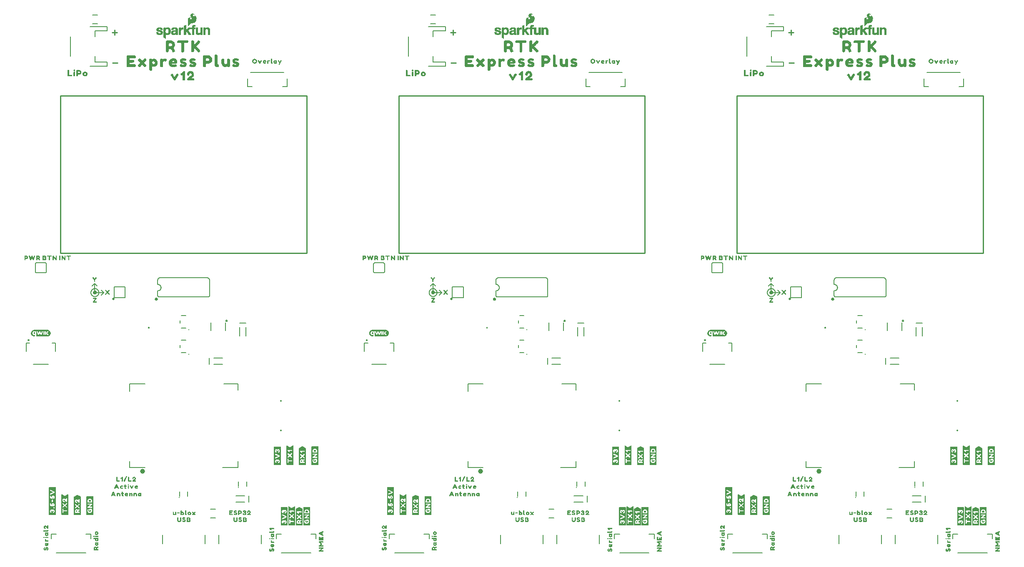
<source format=gto>
G04 EAGLE Gerber RS-274X export*
G75*
%MOMM*%
%FSLAX34Y34*%
%LPD*%
%INSilkscreen Top*%
%IPPOS*%
%AMOC8*
5,1,8,0,0,1.08239X$1,22.5*%
G01*
%ADD10C,0.279400*%
%ADD11C,0.254000*%
%ADD12C,0.203200*%
%ADD13C,0.508000*%
%ADD14C,0.254000*%
%ADD15C,0.300000*%
%ADD16C,0.152400*%
%ADD17C,0.177800*%
%ADD18C,0.508000*%
%ADD19C,0.357769*%
%ADD20C,1.000000*%

G36*
X768626Y80353D02*
X768626Y80353D01*
X768634Y80355D01*
X768834Y80855D01*
X768830Y80868D01*
X768837Y80873D01*
X768837Y136373D01*
X768801Y136421D01*
X768798Y136418D01*
X768796Y136422D01*
X768196Y136522D01*
X768191Y136519D01*
X768188Y136522D01*
X755288Y136522D01*
X755241Y136487D01*
X755242Y136484D01*
X755240Y136482D01*
X755239Y136481D01*
X755139Y135881D01*
X755142Y135876D01*
X755139Y135873D01*
X755139Y80573D01*
X755168Y80535D01*
X755170Y80527D01*
X755670Y80327D01*
X755683Y80331D01*
X755688Y80324D01*
X768588Y80324D01*
X768626Y80353D01*
G37*
G36*
X81556Y80353D02*
X81556Y80353D01*
X81564Y80355D01*
X81764Y80855D01*
X81760Y80868D01*
X81767Y80873D01*
X81767Y136373D01*
X81731Y136421D01*
X81728Y136418D01*
X81726Y136422D01*
X81126Y136522D01*
X81121Y136519D01*
X81118Y136522D01*
X68218Y136522D01*
X68171Y136487D01*
X68172Y136484D01*
X68170Y136482D01*
X68169Y136481D01*
X68069Y135881D01*
X68072Y135876D01*
X68069Y135873D01*
X68069Y80573D01*
X68098Y80535D01*
X68100Y80527D01*
X68600Y80327D01*
X68613Y80331D01*
X68618Y80324D01*
X81518Y80324D01*
X81556Y80353D01*
G37*
G36*
X1455696Y80353D02*
X1455696Y80353D01*
X1455704Y80355D01*
X1455904Y80855D01*
X1455900Y80868D01*
X1455907Y80873D01*
X1455907Y136373D01*
X1455871Y136421D01*
X1455868Y136418D01*
X1455866Y136422D01*
X1455266Y136522D01*
X1455261Y136519D01*
X1455258Y136522D01*
X1442358Y136522D01*
X1442311Y136487D01*
X1442312Y136484D01*
X1442310Y136482D01*
X1442309Y136481D01*
X1442209Y135881D01*
X1442212Y135876D01*
X1442209Y135873D01*
X1442209Y80573D01*
X1442238Y80535D01*
X1442240Y80527D01*
X1442740Y80327D01*
X1442753Y80331D01*
X1442758Y80324D01*
X1455658Y80324D01*
X1455696Y80353D01*
G37*
G36*
X793593Y80328D02*
X793593Y80328D01*
X793596Y80325D01*
X794196Y80425D01*
X794237Y80468D01*
X794234Y80471D01*
X794237Y80473D01*
X794237Y121773D01*
X794228Y121786D01*
X794232Y121795D01*
X794032Y122195D01*
X793979Y122222D01*
X793975Y122213D01*
X793966Y122217D01*
X787970Y119219D01*
X787293Y119026D01*
X780710Y122317D01*
X780709Y122317D01*
X780709Y122318D01*
X780707Y122317D01*
X780652Y122306D01*
X780655Y122289D01*
X780639Y122281D01*
X780539Y121681D01*
X780542Y121676D01*
X780539Y121673D01*
X780539Y80873D01*
X780543Y80867D01*
X780540Y80864D01*
X780640Y80364D01*
X780684Y80324D01*
X780686Y80326D01*
X780688Y80324D01*
X793588Y80324D01*
X793593Y80328D01*
G37*
G36*
X1480663Y80328D02*
X1480663Y80328D01*
X1480666Y80325D01*
X1481266Y80425D01*
X1481307Y80468D01*
X1481304Y80471D01*
X1481307Y80473D01*
X1481307Y121773D01*
X1481298Y121786D01*
X1481302Y121795D01*
X1481102Y122195D01*
X1481049Y122222D01*
X1481045Y122213D01*
X1481036Y122217D01*
X1475040Y119219D01*
X1474363Y119026D01*
X1467780Y122317D01*
X1467779Y122317D01*
X1467779Y122318D01*
X1467777Y122317D01*
X1467722Y122306D01*
X1467725Y122289D01*
X1467709Y122281D01*
X1467609Y121681D01*
X1467612Y121676D01*
X1467609Y121673D01*
X1467609Y80873D01*
X1467613Y80867D01*
X1467610Y80864D01*
X1467710Y80364D01*
X1467754Y80324D01*
X1467756Y80326D01*
X1467758Y80324D01*
X1480658Y80324D01*
X1480663Y80328D01*
G37*
G36*
X106523Y80328D02*
X106523Y80328D01*
X106526Y80325D01*
X107126Y80425D01*
X107167Y80468D01*
X107164Y80471D01*
X107167Y80473D01*
X107167Y121773D01*
X107158Y121786D01*
X107162Y121795D01*
X106962Y122195D01*
X106909Y122222D01*
X106905Y122213D01*
X106896Y122217D01*
X100900Y119219D01*
X100223Y119026D01*
X93640Y122317D01*
X93639Y122317D01*
X93639Y122318D01*
X93637Y122317D01*
X93582Y122306D01*
X93585Y122289D01*
X93569Y122281D01*
X93469Y121681D01*
X93472Y121676D01*
X93469Y121673D01*
X93469Y80873D01*
X93473Y80867D01*
X93470Y80864D01*
X93570Y80364D01*
X93614Y80324D01*
X93616Y80326D01*
X93618Y80324D01*
X106518Y80324D01*
X106523Y80328D01*
G37*
G36*
X1506169Y80332D02*
X1506169Y80332D01*
X1506176Y80327D01*
X1506676Y80527D01*
X1506691Y80551D01*
X1506698Y80557D01*
X1506696Y80560D01*
X1506701Y80568D01*
X1506707Y80573D01*
X1506707Y117173D01*
X1506688Y117198D01*
X1506689Y117212D01*
X1506189Y117612D01*
X1506181Y117612D01*
X1506180Y117617D01*
X1500080Y120617D01*
X1500059Y120613D01*
X1500050Y120622D01*
X1499450Y120522D01*
X1499443Y120514D01*
X1499436Y120517D01*
X1493336Y117517D01*
X1493327Y117500D01*
X1493316Y117499D01*
X1493016Y116999D01*
X1493017Y116984D01*
X1493011Y116979D01*
X1493013Y116976D01*
X1493009Y116973D01*
X1493009Y80873D01*
X1493017Y80863D01*
X1493012Y80855D01*
X1493212Y80355D01*
X1493253Y80330D01*
X1493258Y80324D01*
X1506158Y80324D01*
X1506169Y80332D01*
G37*
G36*
X819099Y80332D02*
X819099Y80332D01*
X819106Y80327D01*
X819606Y80527D01*
X819621Y80551D01*
X819628Y80557D01*
X819626Y80560D01*
X819631Y80568D01*
X819637Y80573D01*
X819637Y117173D01*
X819618Y117198D01*
X819619Y117212D01*
X819119Y117612D01*
X819111Y117612D01*
X819110Y117617D01*
X813010Y120617D01*
X812989Y120613D01*
X812980Y120622D01*
X812380Y120522D01*
X812373Y120514D01*
X812366Y120517D01*
X806266Y117517D01*
X806257Y117500D01*
X806246Y117499D01*
X805946Y116999D01*
X805947Y116984D01*
X805941Y116979D01*
X805943Y116976D01*
X805939Y116973D01*
X805939Y80873D01*
X805947Y80863D01*
X805942Y80855D01*
X806142Y80355D01*
X806183Y80330D01*
X806188Y80324D01*
X819088Y80324D01*
X819099Y80332D01*
G37*
G36*
X132029Y80332D02*
X132029Y80332D01*
X132036Y80327D01*
X132536Y80527D01*
X132551Y80551D01*
X132558Y80557D01*
X132556Y80560D01*
X132561Y80568D01*
X132567Y80573D01*
X132567Y117173D01*
X132548Y117198D01*
X132549Y117212D01*
X132049Y117612D01*
X132041Y117612D01*
X132040Y117617D01*
X125940Y120617D01*
X125919Y120613D01*
X125910Y120622D01*
X125310Y120522D01*
X125303Y120514D01*
X125296Y120517D01*
X119196Y117517D01*
X119187Y117500D01*
X119176Y117499D01*
X118876Y116999D01*
X118877Y116984D01*
X118871Y116979D01*
X118873Y116976D01*
X118869Y116973D01*
X118869Y80873D01*
X118877Y80863D01*
X118872Y80855D01*
X119072Y80355D01*
X119113Y80330D01*
X119118Y80324D01*
X132018Y80324D01*
X132029Y80332D01*
G37*
G36*
X844935Y80360D02*
X844935Y80360D01*
X844933Y80363D01*
X844937Y80365D01*
X845037Y80965D01*
X845034Y80971D01*
X845037Y80973D01*
X845037Y118173D01*
X845001Y118221D01*
X844994Y118215D01*
X844988Y118222D01*
X831488Y118222D01*
X831441Y118187D01*
X831443Y118183D01*
X831439Y118181D01*
X831339Y117581D01*
X831342Y117576D01*
X831339Y117573D01*
X831339Y80373D01*
X831375Y80326D01*
X831382Y80332D01*
X831388Y80324D01*
X844888Y80324D01*
X844935Y80360D01*
G37*
G36*
X615065Y181960D02*
X615065Y181960D01*
X615063Y181963D01*
X615067Y181965D01*
X615167Y182565D01*
X615164Y182571D01*
X615167Y182573D01*
X615167Y219773D01*
X615131Y219821D01*
X615124Y219815D01*
X615118Y219822D01*
X601618Y219822D01*
X601571Y219787D01*
X601573Y219783D01*
X601569Y219781D01*
X601469Y219181D01*
X601472Y219176D01*
X601469Y219173D01*
X601469Y181973D01*
X601505Y181926D01*
X601512Y181932D01*
X601518Y181924D01*
X615018Y181924D01*
X615065Y181960D01*
G37*
G36*
X1989205Y181960D02*
X1989205Y181960D01*
X1989203Y181963D01*
X1989207Y181965D01*
X1989307Y182565D01*
X1989304Y182571D01*
X1989307Y182573D01*
X1989307Y219773D01*
X1989271Y219821D01*
X1989264Y219815D01*
X1989258Y219822D01*
X1975758Y219822D01*
X1975711Y219787D01*
X1975713Y219783D01*
X1975709Y219781D01*
X1975609Y219181D01*
X1975612Y219176D01*
X1975609Y219173D01*
X1975609Y181973D01*
X1975645Y181926D01*
X1975652Y181932D01*
X1975658Y181924D01*
X1989158Y181924D01*
X1989205Y181960D01*
G37*
G36*
X1285625Y58450D02*
X1285625Y58450D01*
X1285623Y58453D01*
X1285627Y58455D01*
X1285727Y59055D01*
X1285724Y59061D01*
X1285727Y59063D01*
X1285727Y96263D01*
X1285691Y96311D01*
X1285684Y96305D01*
X1285678Y96312D01*
X1272178Y96312D01*
X1272131Y96277D01*
X1272133Y96273D01*
X1272129Y96271D01*
X1272029Y95671D01*
X1272032Y95666D01*
X1272029Y95663D01*
X1272029Y58463D01*
X1272065Y58416D01*
X1272072Y58422D01*
X1272078Y58414D01*
X1285578Y58414D01*
X1285625Y58450D01*
G37*
G36*
X157865Y80360D02*
X157865Y80360D01*
X157863Y80363D01*
X157867Y80365D01*
X157967Y80965D01*
X157964Y80971D01*
X157967Y80973D01*
X157967Y118173D01*
X157931Y118221D01*
X157924Y118215D01*
X157918Y118222D01*
X144418Y118222D01*
X144371Y118187D01*
X144373Y118183D01*
X144369Y118181D01*
X144269Y117581D01*
X144272Y117576D01*
X144269Y117573D01*
X144269Y80373D01*
X144305Y80326D01*
X144312Y80332D01*
X144318Y80324D01*
X157818Y80324D01*
X157865Y80360D01*
G37*
G36*
X1972695Y58450D02*
X1972695Y58450D01*
X1972693Y58453D01*
X1972697Y58455D01*
X1972797Y59055D01*
X1972794Y59061D01*
X1972797Y59063D01*
X1972797Y96263D01*
X1972761Y96311D01*
X1972754Y96305D01*
X1972748Y96312D01*
X1959248Y96312D01*
X1959201Y96277D01*
X1959203Y96273D01*
X1959199Y96271D01*
X1959099Y95671D01*
X1959102Y95666D01*
X1959099Y95663D01*
X1959099Y58463D01*
X1959135Y58416D01*
X1959142Y58422D01*
X1959148Y58414D01*
X1972648Y58414D01*
X1972695Y58450D01*
G37*
G36*
X1302135Y181960D02*
X1302135Y181960D01*
X1302133Y181963D01*
X1302137Y181965D01*
X1302237Y182565D01*
X1302234Y182571D01*
X1302237Y182573D01*
X1302237Y219773D01*
X1302201Y219821D01*
X1302194Y219815D01*
X1302188Y219822D01*
X1288688Y219822D01*
X1288641Y219787D01*
X1288643Y219783D01*
X1288639Y219781D01*
X1288539Y219181D01*
X1288542Y219176D01*
X1288539Y219173D01*
X1288539Y181973D01*
X1288575Y181926D01*
X1288582Y181932D01*
X1288588Y181924D01*
X1302088Y181924D01*
X1302135Y181960D01*
G37*
G36*
X1532005Y80360D02*
X1532005Y80360D01*
X1532003Y80363D01*
X1532007Y80365D01*
X1532107Y80965D01*
X1532104Y80971D01*
X1532107Y80973D01*
X1532107Y118173D01*
X1532071Y118221D01*
X1532064Y118215D01*
X1532058Y118222D01*
X1518558Y118222D01*
X1518511Y118187D01*
X1518513Y118183D01*
X1518509Y118181D01*
X1518409Y117581D01*
X1518412Y117576D01*
X1518409Y117573D01*
X1518409Y80373D01*
X1518445Y80326D01*
X1518452Y80332D01*
X1518458Y80324D01*
X1531958Y80324D01*
X1532005Y80360D01*
G37*
G36*
X598555Y58450D02*
X598555Y58450D01*
X598553Y58453D01*
X598557Y58455D01*
X598657Y59055D01*
X598654Y59061D01*
X598657Y59063D01*
X598657Y96263D01*
X598621Y96311D01*
X598614Y96305D01*
X598608Y96312D01*
X585108Y96312D01*
X585061Y96277D01*
X585063Y96273D01*
X585059Y96271D01*
X584959Y95671D01*
X584962Y95666D01*
X584959Y95663D01*
X584959Y58463D01*
X584995Y58416D01*
X585002Y58422D01*
X585008Y58414D01*
X598508Y58414D01*
X598555Y58450D01*
G37*
G36*
X1251335Y181960D02*
X1251335Y181960D01*
X1251333Y181963D01*
X1251337Y181965D01*
X1251437Y182565D01*
X1251434Y182571D01*
X1251437Y182573D01*
X1251437Y220473D01*
X1251433Y220479D01*
X1251436Y220483D01*
X1251336Y220983D01*
X1251292Y221022D01*
X1251281Y221010D01*
X1251266Y221017D01*
X1244588Y217728D01*
X1244010Y218017D01*
X1238010Y221017D01*
X1237952Y221006D01*
X1237953Y220997D01*
X1237944Y220995D01*
X1237744Y220595D01*
X1237747Y220579D01*
X1237739Y220573D01*
X1237739Y182073D01*
X1237775Y182026D01*
X1237778Y182028D01*
X1237780Y182025D01*
X1238380Y181925D01*
X1238385Y181927D01*
X1238388Y181924D01*
X1251288Y181924D01*
X1251335Y181960D01*
G37*
G36*
X564265Y181960D02*
X564265Y181960D01*
X564263Y181963D01*
X564267Y181965D01*
X564367Y182565D01*
X564364Y182571D01*
X564367Y182573D01*
X564367Y220473D01*
X564363Y220479D01*
X564366Y220483D01*
X564266Y220983D01*
X564222Y221022D01*
X564211Y221010D01*
X564196Y221017D01*
X557518Y217728D01*
X556940Y218017D01*
X550940Y221017D01*
X550882Y221006D01*
X550883Y220997D01*
X550874Y220995D01*
X550674Y220595D01*
X550677Y220579D01*
X550669Y220573D01*
X550669Y182073D01*
X550705Y182026D01*
X550708Y182028D01*
X550710Y182025D01*
X551310Y181925D01*
X551315Y181927D01*
X551318Y181924D01*
X564218Y181924D01*
X564265Y181960D01*
G37*
G36*
X1255145Y58450D02*
X1255145Y58450D01*
X1255143Y58453D01*
X1255147Y58455D01*
X1255247Y59055D01*
X1255244Y59061D01*
X1255247Y59063D01*
X1255247Y96963D01*
X1255243Y96969D01*
X1255246Y96973D01*
X1255146Y97473D01*
X1255102Y97512D01*
X1255091Y97500D01*
X1255076Y97507D01*
X1248398Y94218D01*
X1247820Y94507D01*
X1241820Y97507D01*
X1241762Y97496D01*
X1241763Y97487D01*
X1241754Y97485D01*
X1241554Y97085D01*
X1241557Y97069D01*
X1241549Y97063D01*
X1241549Y58563D01*
X1241585Y58516D01*
X1241588Y58518D01*
X1241590Y58515D01*
X1242190Y58415D01*
X1242195Y58417D01*
X1242198Y58414D01*
X1255098Y58414D01*
X1255145Y58450D01*
G37*
G36*
X1938405Y181960D02*
X1938405Y181960D01*
X1938403Y181963D01*
X1938407Y181965D01*
X1938507Y182565D01*
X1938504Y182571D01*
X1938507Y182573D01*
X1938507Y220473D01*
X1938503Y220479D01*
X1938506Y220483D01*
X1938406Y220983D01*
X1938362Y221022D01*
X1938351Y221010D01*
X1938336Y221017D01*
X1931658Y217728D01*
X1931080Y218017D01*
X1925080Y221017D01*
X1925022Y221006D01*
X1925023Y220997D01*
X1925014Y220995D01*
X1924814Y220595D01*
X1924817Y220579D01*
X1924809Y220573D01*
X1924809Y182073D01*
X1924845Y182026D01*
X1924848Y182028D01*
X1924850Y182025D01*
X1925450Y181925D01*
X1925455Y181927D01*
X1925458Y181924D01*
X1938358Y181924D01*
X1938405Y181960D01*
G37*
G36*
X1942215Y58450D02*
X1942215Y58450D01*
X1942213Y58453D01*
X1942217Y58455D01*
X1942317Y59055D01*
X1942314Y59061D01*
X1942317Y59063D01*
X1942317Y96963D01*
X1942313Y96969D01*
X1942316Y96973D01*
X1942216Y97473D01*
X1942172Y97512D01*
X1942161Y97500D01*
X1942146Y97507D01*
X1935468Y94218D01*
X1934890Y94507D01*
X1928890Y97507D01*
X1928832Y97496D01*
X1928833Y97487D01*
X1928824Y97485D01*
X1928624Y97085D01*
X1928627Y97069D01*
X1928619Y97063D01*
X1928619Y58563D01*
X1928655Y58516D01*
X1928658Y58518D01*
X1928660Y58515D01*
X1929260Y58415D01*
X1929265Y58417D01*
X1929268Y58414D01*
X1942168Y58414D01*
X1942215Y58450D01*
G37*
G36*
X568075Y58450D02*
X568075Y58450D01*
X568073Y58453D01*
X568077Y58455D01*
X568177Y59055D01*
X568174Y59061D01*
X568177Y59063D01*
X568177Y96963D01*
X568173Y96969D01*
X568176Y96973D01*
X568076Y97473D01*
X568032Y97512D01*
X568021Y97500D01*
X568006Y97507D01*
X561328Y94218D01*
X560750Y94507D01*
X554750Y97507D01*
X554692Y97496D01*
X554693Y97487D01*
X554684Y97485D01*
X554484Y97085D01*
X554487Y97069D01*
X554479Y97063D01*
X554479Y58563D01*
X554515Y58516D01*
X554518Y58518D01*
X554520Y58515D01*
X555120Y58415D01*
X555125Y58417D01*
X555128Y58414D01*
X568028Y58414D01*
X568075Y58450D01*
G37*
G36*
X552726Y58443D02*
X552726Y58443D01*
X552734Y58445D01*
X552934Y58945D01*
X552930Y58958D01*
X552937Y58963D01*
X552937Y95463D01*
X552901Y95511D01*
X552898Y95508D01*
X552896Y95512D01*
X552296Y95612D01*
X552291Y95609D01*
X552288Y95612D01*
X539388Y95612D01*
X539341Y95577D01*
X539343Y95573D01*
X539339Y95571D01*
X539239Y94971D01*
X539242Y94966D01*
X539239Y94963D01*
X539239Y58663D01*
X539268Y58625D01*
X539270Y58617D01*
X539770Y58417D01*
X539783Y58421D01*
X539788Y58414D01*
X552688Y58414D01*
X552726Y58443D01*
G37*
G36*
X1239796Y58443D02*
X1239796Y58443D01*
X1239804Y58445D01*
X1240004Y58945D01*
X1240000Y58958D01*
X1240007Y58963D01*
X1240007Y95463D01*
X1239971Y95511D01*
X1239968Y95508D01*
X1239966Y95512D01*
X1239366Y95612D01*
X1239361Y95609D01*
X1239358Y95612D01*
X1226458Y95612D01*
X1226411Y95577D01*
X1226413Y95573D01*
X1226409Y95571D01*
X1226309Y94971D01*
X1226312Y94966D01*
X1226309Y94963D01*
X1226309Y58663D01*
X1226338Y58625D01*
X1226340Y58617D01*
X1226840Y58417D01*
X1226853Y58421D01*
X1226858Y58414D01*
X1239758Y58414D01*
X1239796Y58443D01*
G37*
G36*
X1926866Y58443D02*
X1926866Y58443D01*
X1926874Y58445D01*
X1927074Y58945D01*
X1927070Y58958D01*
X1927077Y58963D01*
X1927077Y95463D01*
X1927041Y95511D01*
X1927038Y95508D01*
X1927036Y95512D01*
X1926436Y95612D01*
X1926431Y95609D01*
X1926428Y95612D01*
X1913528Y95612D01*
X1913481Y95577D01*
X1913483Y95573D01*
X1913479Y95571D01*
X1913379Y94971D01*
X1913382Y94966D01*
X1913379Y94963D01*
X1913379Y58663D01*
X1913408Y58625D01*
X1913410Y58617D01*
X1913910Y58417D01*
X1913923Y58421D01*
X1913928Y58414D01*
X1926828Y58414D01*
X1926866Y58443D01*
G37*
G36*
X538756Y181953D02*
X538756Y181953D01*
X538764Y181955D01*
X538964Y182455D01*
X538960Y182468D01*
X538967Y182473D01*
X538967Y218973D01*
X538931Y219021D01*
X538928Y219018D01*
X538926Y219022D01*
X538326Y219122D01*
X538321Y219119D01*
X538318Y219122D01*
X525418Y219122D01*
X525371Y219087D01*
X525373Y219083D01*
X525369Y219081D01*
X525269Y218481D01*
X525272Y218476D01*
X525269Y218473D01*
X525269Y182173D01*
X525298Y182135D01*
X525300Y182127D01*
X525800Y181927D01*
X525813Y181931D01*
X525818Y181924D01*
X538718Y181924D01*
X538756Y181953D01*
G37*
G36*
X1912896Y181953D02*
X1912896Y181953D01*
X1912904Y181955D01*
X1913104Y182455D01*
X1913100Y182468D01*
X1913107Y182473D01*
X1913107Y218973D01*
X1913071Y219021D01*
X1913068Y219018D01*
X1913066Y219022D01*
X1912466Y219122D01*
X1912461Y219119D01*
X1912458Y219122D01*
X1899558Y219122D01*
X1899511Y219087D01*
X1899513Y219083D01*
X1899509Y219081D01*
X1899409Y218481D01*
X1899412Y218476D01*
X1899409Y218473D01*
X1899409Y182173D01*
X1899438Y182135D01*
X1899440Y182127D01*
X1899940Y181927D01*
X1899953Y181931D01*
X1899958Y181924D01*
X1912858Y181924D01*
X1912896Y181953D01*
G37*
G36*
X1225826Y181953D02*
X1225826Y181953D01*
X1225834Y181955D01*
X1226034Y182455D01*
X1226030Y182468D01*
X1226037Y182473D01*
X1226037Y218973D01*
X1226001Y219021D01*
X1225998Y219018D01*
X1225996Y219022D01*
X1225396Y219122D01*
X1225391Y219119D01*
X1225388Y219122D01*
X1212488Y219122D01*
X1212441Y219087D01*
X1212443Y219083D01*
X1212439Y219081D01*
X1212339Y218481D01*
X1212342Y218476D01*
X1212339Y218473D01*
X1212339Y182173D01*
X1212368Y182135D01*
X1212370Y182127D01*
X1212870Y181927D01*
X1212883Y181931D01*
X1212888Y181924D01*
X1225788Y181924D01*
X1225826Y181953D01*
G37*
G36*
X1963905Y181960D02*
X1963905Y181960D01*
X1963900Y181967D01*
X1963907Y181973D01*
X1963907Y215773D01*
X1963893Y215792D01*
X1963896Y215804D01*
X1963496Y216304D01*
X1963482Y216308D01*
X1963480Y216317D01*
X1957380Y219317D01*
X1957364Y219314D01*
X1957358Y219322D01*
X1956758Y219322D01*
X1956745Y219313D01*
X1956736Y219317D01*
X1950636Y216317D01*
X1950629Y216304D01*
X1950620Y216304D01*
X1950220Y215804D01*
X1950219Y215781D01*
X1950209Y215773D01*
X1950209Y181973D01*
X1950245Y181926D01*
X1950252Y181932D01*
X1950258Y181924D01*
X1963858Y181924D01*
X1963905Y181960D01*
G37*
G36*
X1276835Y181960D02*
X1276835Y181960D01*
X1276830Y181967D01*
X1276837Y181973D01*
X1276837Y215773D01*
X1276823Y215792D01*
X1276826Y215804D01*
X1276426Y216304D01*
X1276412Y216308D01*
X1276410Y216317D01*
X1270310Y219317D01*
X1270294Y219314D01*
X1270288Y219322D01*
X1269688Y219322D01*
X1269675Y219313D01*
X1269666Y219317D01*
X1263566Y216317D01*
X1263559Y216304D01*
X1263550Y216304D01*
X1263150Y215804D01*
X1263149Y215781D01*
X1263139Y215773D01*
X1263139Y181973D01*
X1263175Y181926D01*
X1263182Y181932D01*
X1263188Y181924D01*
X1276788Y181924D01*
X1276835Y181960D01*
G37*
G36*
X1957555Y58450D02*
X1957555Y58450D01*
X1957550Y58457D01*
X1957557Y58463D01*
X1957557Y92263D01*
X1957543Y92282D01*
X1957546Y92294D01*
X1957146Y92794D01*
X1957132Y92798D01*
X1957130Y92807D01*
X1951030Y95807D01*
X1951014Y95804D01*
X1951008Y95812D01*
X1950408Y95812D01*
X1950395Y95803D01*
X1950386Y95807D01*
X1944286Y92807D01*
X1944279Y92794D01*
X1944270Y92794D01*
X1943870Y92294D01*
X1943869Y92271D01*
X1943859Y92263D01*
X1943859Y58463D01*
X1943895Y58416D01*
X1943902Y58422D01*
X1943908Y58414D01*
X1957508Y58414D01*
X1957555Y58450D01*
G37*
G36*
X1270485Y58450D02*
X1270485Y58450D01*
X1270480Y58457D01*
X1270487Y58463D01*
X1270487Y92263D01*
X1270473Y92282D01*
X1270476Y92294D01*
X1270076Y92794D01*
X1270062Y92798D01*
X1270060Y92807D01*
X1263960Y95807D01*
X1263944Y95804D01*
X1263938Y95812D01*
X1263338Y95812D01*
X1263325Y95803D01*
X1263316Y95807D01*
X1257216Y92807D01*
X1257209Y92794D01*
X1257200Y92794D01*
X1256800Y92294D01*
X1256799Y92271D01*
X1256789Y92263D01*
X1256789Y58463D01*
X1256825Y58416D01*
X1256832Y58422D01*
X1256838Y58414D01*
X1270438Y58414D01*
X1270485Y58450D01*
G37*
G36*
X583415Y58450D02*
X583415Y58450D01*
X583410Y58457D01*
X583417Y58463D01*
X583417Y92263D01*
X583403Y92282D01*
X583406Y92294D01*
X583006Y92794D01*
X582992Y92798D01*
X582990Y92807D01*
X576890Y95807D01*
X576874Y95804D01*
X576868Y95812D01*
X576268Y95812D01*
X576255Y95803D01*
X576246Y95807D01*
X570146Y92807D01*
X570139Y92794D01*
X570130Y92794D01*
X569730Y92294D01*
X569729Y92271D01*
X569719Y92263D01*
X569719Y58463D01*
X569755Y58416D01*
X569762Y58422D01*
X569768Y58414D01*
X583368Y58414D01*
X583415Y58450D01*
G37*
G36*
X589765Y181960D02*
X589765Y181960D01*
X589760Y181967D01*
X589767Y181973D01*
X589767Y215773D01*
X589753Y215792D01*
X589756Y215804D01*
X589356Y216304D01*
X589342Y216308D01*
X589340Y216317D01*
X583240Y219317D01*
X583224Y219314D01*
X583218Y219322D01*
X582618Y219322D01*
X582605Y219313D01*
X582596Y219317D01*
X576496Y216317D01*
X576489Y216304D01*
X576480Y216304D01*
X576080Y215804D01*
X576079Y215781D01*
X576069Y215773D01*
X576069Y181973D01*
X576105Y181926D01*
X576112Y181932D01*
X576118Y181924D01*
X589718Y181924D01*
X589765Y181960D01*
G37*
G36*
X1414198Y443332D02*
X1414198Y443332D01*
X1414220Y443334D01*
X1414228Y443351D01*
X1414237Y443357D01*
X1414235Y443366D01*
X1414242Y443381D01*
X1414254Y443797D01*
X1414254Y443798D01*
X1414254Y443799D01*
X1414254Y446977D01*
X1414248Y446986D01*
X1414251Y446997D01*
X1414231Y447013D01*
X1414218Y447034D01*
X1414207Y447032D01*
X1414198Y447039D01*
X1414155Y447025D01*
X1414150Y447024D01*
X1414150Y447023D01*
X1414149Y447023D01*
X1413832Y446725D01*
X1413421Y446410D01*
X1412956Y446188D01*
X1412453Y446068D01*
X1411936Y446034D01*
X1411418Y446083D01*
X1410913Y446200D01*
X1410429Y446385D01*
X1409980Y446642D01*
X1409594Y446988D01*
X1409269Y447391D01*
X1409004Y447837D01*
X1408797Y448313D01*
X1408672Y448820D01*
X1408599Y449337D01*
X1408563Y449858D01*
X1408603Y450380D01*
X1408686Y450895D01*
X1408818Y451399D01*
X1409034Y451872D01*
X1409316Y452307D01*
X1409658Y452694D01*
X1410058Y453021D01*
X1410511Y453273D01*
X1411004Y453432D01*
X1411516Y453520D01*
X1412035Y453553D01*
X1412550Y453497D01*
X1413045Y453349D01*
X1413503Y453111D01*
X1413908Y452782D01*
X1413909Y452782D01*
X1413910Y452780D01*
X1414154Y452596D01*
X1414162Y452595D01*
X1414166Y452588D01*
X1414194Y452593D01*
X1414222Y452590D01*
X1414225Y452597D01*
X1414233Y452598D01*
X1414254Y452646D01*
X1414254Y453250D01*
X1414265Y453476D01*
X1416565Y453476D01*
X1416561Y453231D01*
X1416569Y453218D01*
X1416589Y443573D01*
X1416589Y443571D01*
X1416589Y443570D01*
X1416598Y443380D01*
X1416610Y443362D01*
X1416613Y443341D01*
X1416631Y443333D01*
X1416638Y443324D01*
X1416647Y443326D01*
X1416661Y443320D01*
X1439239Y443322D01*
X1439241Y443324D01*
X1439245Y443322D01*
X1440299Y443429D01*
X1440302Y443431D01*
X1440306Y443430D01*
X1440821Y443541D01*
X1440824Y443543D01*
X1440828Y443543D01*
X1441833Y443871D01*
X1441837Y443875D01*
X1441844Y443876D01*
X1442775Y444381D01*
X1442777Y444385D01*
X1442784Y444387D01*
X1443613Y445043D01*
X1443614Y445046D01*
X1443618Y445048D01*
X1443995Y445416D01*
X1443996Y445420D01*
X1444000Y445422D01*
X1444667Y446244D01*
X1444667Y446249D01*
X1444673Y446253D01*
X1445179Y447185D01*
X1445178Y447189D01*
X1445182Y447193D01*
X1445366Y447688D01*
X1445365Y447689D01*
X1445367Y447691D01*
X1445524Y448197D01*
X1445523Y448198D01*
X1445525Y448200D01*
X1445649Y448713D01*
X1445647Y448717D01*
X1445650Y448722D01*
X1445757Y449776D01*
X1445754Y449780D01*
X1445757Y449787D01*
X1445667Y450841D01*
X1445666Y450843D01*
X1445667Y450847D01*
X1445576Y451366D01*
X1445574Y451369D01*
X1445574Y451374D01*
X1445260Y452386D01*
X1445256Y452389D01*
X1445256Y452397D01*
X1444755Y453330D01*
X1444752Y453332D01*
X1444751Y453336D01*
X1444448Y453768D01*
X1444446Y453769D01*
X1444445Y453772D01*
X1444108Y454181D01*
X1444107Y454181D01*
X1444106Y454183D01*
X1444076Y454217D01*
X1444019Y454280D01*
X1443962Y454342D01*
X1443905Y454405D01*
X1443792Y454531D01*
X1443752Y454574D01*
X1443748Y454576D01*
X1443745Y454581D01*
X1442928Y455255D01*
X1442923Y455256D01*
X1442919Y455261D01*
X1441994Y455776D01*
X1441991Y455776D01*
X1441987Y455779D01*
X1441501Y455981D01*
X1441498Y455981D01*
X1441494Y455984D01*
X1440480Y456285D01*
X1440475Y456284D01*
X1440469Y456288D01*
X1439414Y456394D01*
X1439225Y456413D01*
X1439222Y456412D01*
X1439219Y456413D01*
X1412203Y456413D01*
X1412201Y456412D01*
X1412197Y456413D01*
X1411143Y456308D01*
X1411140Y456307D01*
X1411137Y456307D01*
X1410620Y456203D01*
X1410618Y456201D01*
X1410613Y456202D01*
X1409605Y455880D01*
X1409601Y455876D01*
X1409594Y455875D01*
X1408663Y455370D01*
X1408661Y455366D01*
X1408655Y455365D01*
X1408231Y455052D01*
X1408230Y455050D01*
X1408228Y455050D01*
X1407819Y454712D01*
X1407819Y454710D01*
X1407816Y454710D01*
X1407434Y454346D01*
X1407433Y454343D01*
X1407429Y454340D01*
X1406756Y453522D01*
X1406756Y453517D01*
X1406750Y453512D01*
X1406244Y452581D01*
X1406244Y452577D01*
X1406241Y452574D01*
X1406051Y452082D01*
X1406051Y452080D01*
X1406049Y452078D01*
X1405892Y451572D01*
X1405893Y451570D01*
X1405891Y451569D01*
X1405760Y451058D01*
X1405762Y451054D01*
X1405759Y451048D01*
X1405652Y449994D01*
X1405654Y449990D01*
X1405652Y449985D01*
X1405681Y449457D01*
X1405682Y449456D01*
X1405681Y449455D01*
X1405734Y448928D01*
X1405735Y448926D01*
X1405735Y448924D01*
X1405818Y448403D01*
X1405821Y448400D01*
X1405820Y448394D01*
X1406134Y447383D01*
X1406138Y447379D01*
X1406139Y447372D01*
X1406633Y446436D01*
X1406636Y446434D01*
X1406636Y446430D01*
X1406933Y445994D01*
X1406936Y445993D01*
X1406937Y445989D01*
X1407054Y445851D01*
X1407108Y445789D01*
X1407161Y445726D01*
X1407322Y445538D01*
X1407375Y445475D01*
X1407429Y445412D01*
X1407482Y445349D01*
X1407624Y445184D01*
X1407628Y445182D01*
X1407631Y445176D01*
X1408449Y444502D01*
X1408453Y444501D01*
X1408458Y444495D01*
X1409379Y443975D01*
X1409382Y443975D01*
X1409385Y443972D01*
X1409869Y443763D01*
X1409872Y443763D01*
X1409875Y443761D01*
X1410888Y443452D01*
X1410893Y443453D01*
X1410900Y443449D01*
X1411954Y443343D01*
X1411956Y443344D01*
X1411958Y443343D01*
X1412486Y443320D01*
X1412487Y443321D01*
X1412489Y443320D01*
X1414180Y443320D01*
X1414198Y443332D01*
G37*
G36*
X40058Y443332D02*
X40058Y443332D01*
X40080Y443334D01*
X40088Y443351D01*
X40097Y443357D01*
X40095Y443366D01*
X40102Y443381D01*
X40114Y443797D01*
X40114Y443798D01*
X40114Y443799D01*
X40114Y446977D01*
X40108Y446986D01*
X40111Y446997D01*
X40091Y447013D01*
X40078Y447034D01*
X40067Y447032D01*
X40058Y447039D01*
X40015Y447025D01*
X40010Y447024D01*
X40010Y447023D01*
X40009Y447023D01*
X39692Y446725D01*
X39281Y446410D01*
X38816Y446188D01*
X38313Y446068D01*
X37796Y446034D01*
X37278Y446083D01*
X36773Y446200D01*
X36289Y446385D01*
X35840Y446642D01*
X35454Y446988D01*
X35129Y447391D01*
X34864Y447837D01*
X34657Y448313D01*
X34532Y448820D01*
X34459Y449337D01*
X34423Y449858D01*
X34463Y450380D01*
X34546Y450895D01*
X34678Y451399D01*
X34894Y451872D01*
X35176Y452307D01*
X35518Y452694D01*
X35918Y453021D01*
X36371Y453273D01*
X36864Y453432D01*
X37376Y453520D01*
X37895Y453553D01*
X38410Y453497D01*
X38905Y453349D01*
X39363Y453111D01*
X39768Y452782D01*
X39769Y452782D01*
X39770Y452780D01*
X40014Y452596D01*
X40022Y452595D01*
X40026Y452588D01*
X40054Y452593D01*
X40082Y452590D01*
X40085Y452597D01*
X40093Y452598D01*
X40114Y452646D01*
X40114Y453250D01*
X40125Y453476D01*
X42425Y453476D01*
X42421Y453231D01*
X42429Y453218D01*
X42449Y443573D01*
X42449Y443571D01*
X42449Y443570D01*
X42458Y443380D01*
X42470Y443362D01*
X42473Y443341D01*
X42491Y443333D01*
X42498Y443324D01*
X42507Y443326D01*
X42521Y443320D01*
X65099Y443322D01*
X65101Y443324D01*
X65105Y443322D01*
X66159Y443429D01*
X66162Y443431D01*
X66166Y443430D01*
X66681Y443541D01*
X66684Y443543D01*
X66688Y443543D01*
X67693Y443871D01*
X67697Y443875D01*
X67704Y443876D01*
X68635Y444381D01*
X68637Y444385D01*
X68644Y444387D01*
X69473Y445043D01*
X69474Y445046D01*
X69478Y445048D01*
X69855Y445416D01*
X69856Y445420D01*
X69860Y445422D01*
X70527Y446244D01*
X70527Y446249D01*
X70533Y446253D01*
X71039Y447185D01*
X71038Y447189D01*
X71042Y447193D01*
X71226Y447688D01*
X71225Y447689D01*
X71227Y447691D01*
X71384Y448197D01*
X71383Y448198D01*
X71385Y448200D01*
X71509Y448713D01*
X71507Y448717D01*
X71510Y448722D01*
X71617Y449776D01*
X71614Y449780D01*
X71617Y449787D01*
X71527Y450841D01*
X71526Y450843D01*
X71527Y450847D01*
X71436Y451366D01*
X71434Y451369D01*
X71434Y451374D01*
X71120Y452386D01*
X71116Y452389D01*
X71116Y452397D01*
X70615Y453330D01*
X70612Y453332D01*
X70611Y453336D01*
X70308Y453768D01*
X70306Y453769D01*
X70305Y453772D01*
X69968Y454181D01*
X69967Y454181D01*
X69966Y454183D01*
X69936Y454217D01*
X69879Y454280D01*
X69822Y454342D01*
X69765Y454405D01*
X69652Y454531D01*
X69612Y454574D01*
X69608Y454576D01*
X69605Y454581D01*
X68788Y455255D01*
X68783Y455256D01*
X68779Y455261D01*
X67854Y455776D01*
X67851Y455776D01*
X67847Y455779D01*
X67361Y455981D01*
X67358Y455981D01*
X67354Y455984D01*
X66340Y456285D01*
X66335Y456284D01*
X66329Y456288D01*
X65274Y456394D01*
X65085Y456413D01*
X65082Y456412D01*
X65079Y456413D01*
X38063Y456413D01*
X38061Y456412D01*
X38057Y456413D01*
X37003Y456308D01*
X37000Y456307D01*
X36997Y456307D01*
X36480Y456203D01*
X36478Y456201D01*
X36473Y456202D01*
X35465Y455880D01*
X35461Y455876D01*
X35454Y455875D01*
X34523Y455370D01*
X34521Y455366D01*
X34515Y455365D01*
X34091Y455052D01*
X34090Y455050D01*
X34088Y455050D01*
X33679Y454712D01*
X33679Y454710D01*
X33676Y454710D01*
X33294Y454346D01*
X33293Y454343D01*
X33289Y454340D01*
X32616Y453522D01*
X32616Y453517D01*
X32610Y453512D01*
X32104Y452581D01*
X32104Y452577D01*
X32101Y452574D01*
X31911Y452082D01*
X31911Y452080D01*
X31909Y452078D01*
X31752Y451572D01*
X31753Y451570D01*
X31751Y451569D01*
X31620Y451058D01*
X31622Y451054D01*
X31619Y451048D01*
X31512Y449994D01*
X31514Y449990D01*
X31512Y449985D01*
X31541Y449457D01*
X31542Y449456D01*
X31541Y449455D01*
X31594Y448928D01*
X31595Y448926D01*
X31595Y448924D01*
X31678Y448403D01*
X31681Y448400D01*
X31680Y448394D01*
X31994Y447383D01*
X31998Y447379D01*
X31999Y447372D01*
X32493Y446436D01*
X32496Y446434D01*
X32496Y446430D01*
X32793Y445994D01*
X32796Y445993D01*
X32797Y445989D01*
X32914Y445851D01*
X32968Y445789D01*
X33021Y445726D01*
X33182Y445538D01*
X33235Y445475D01*
X33289Y445412D01*
X33342Y445349D01*
X33484Y445184D01*
X33488Y445182D01*
X33491Y445176D01*
X34309Y444502D01*
X34313Y444501D01*
X34318Y444495D01*
X35239Y443975D01*
X35242Y443975D01*
X35245Y443972D01*
X35729Y443763D01*
X35732Y443763D01*
X35735Y443761D01*
X36748Y443452D01*
X36753Y443453D01*
X36760Y443449D01*
X37814Y443343D01*
X37816Y443344D01*
X37818Y443343D01*
X38346Y443320D01*
X38347Y443321D01*
X38349Y443320D01*
X40040Y443320D01*
X40058Y443332D01*
G37*
G36*
X727128Y443332D02*
X727128Y443332D01*
X727150Y443334D01*
X727158Y443351D01*
X727167Y443357D01*
X727165Y443366D01*
X727172Y443381D01*
X727184Y443797D01*
X727184Y443798D01*
X727184Y443799D01*
X727184Y446977D01*
X727178Y446986D01*
X727181Y446997D01*
X727161Y447013D01*
X727148Y447034D01*
X727137Y447032D01*
X727128Y447039D01*
X727085Y447025D01*
X727080Y447024D01*
X727080Y447023D01*
X727079Y447023D01*
X726762Y446725D01*
X726351Y446410D01*
X725886Y446188D01*
X725383Y446068D01*
X724866Y446034D01*
X724348Y446083D01*
X723843Y446200D01*
X723359Y446385D01*
X722910Y446642D01*
X722524Y446988D01*
X722199Y447391D01*
X721934Y447837D01*
X721727Y448313D01*
X721602Y448820D01*
X721529Y449337D01*
X721493Y449858D01*
X721533Y450380D01*
X721616Y450895D01*
X721748Y451399D01*
X721964Y451872D01*
X722246Y452307D01*
X722588Y452694D01*
X722988Y453021D01*
X723441Y453273D01*
X723934Y453432D01*
X724446Y453520D01*
X724965Y453553D01*
X725480Y453497D01*
X725975Y453349D01*
X726433Y453111D01*
X726838Y452782D01*
X726839Y452782D01*
X726840Y452780D01*
X727084Y452596D01*
X727092Y452595D01*
X727096Y452588D01*
X727124Y452593D01*
X727152Y452590D01*
X727155Y452597D01*
X727163Y452598D01*
X727184Y452646D01*
X727184Y453250D01*
X727195Y453476D01*
X729495Y453476D01*
X729491Y453231D01*
X729499Y453218D01*
X729519Y443573D01*
X729519Y443571D01*
X729519Y443570D01*
X729528Y443380D01*
X729540Y443362D01*
X729543Y443341D01*
X729561Y443333D01*
X729568Y443324D01*
X729577Y443326D01*
X729591Y443320D01*
X752169Y443322D01*
X752171Y443324D01*
X752175Y443322D01*
X753229Y443429D01*
X753232Y443431D01*
X753236Y443430D01*
X753751Y443541D01*
X753754Y443543D01*
X753758Y443543D01*
X754763Y443871D01*
X754767Y443875D01*
X754774Y443876D01*
X755705Y444381D01*
X755707Y444385D01*
X755714Y444387D01*
X756543Y445043D01*
X756544Y445046D01*
X756548Y445048D01*
X756925Y445416D01*
X756926Y445420D01*
X756930Y445422D01*
X757597Y446244D01*
X757597Y446249D01*
X757603Y446253D01*
X758109Y447185D01*
X758108Y447189D01*
X758112Y447193D01*
X758296Y447688D01*
X758295Y447689D01*
X758297Y447691D01*
X758454Y448197D01*
X758453Y448198D01*
X758455Y448200D01*
X758579Y448713D01*
X758577Y448717D01*
X758580Y448722D01*
X758687Y449776D01*
X758684Y449780D01*
X758687Y449787D01*
X758597Y450841D01*
X758596Y450843D01*
X758597Y450847D01*
X758506Y451366D01*
X758504Y451369D01*
X758504Y451374D01*
X758190Y452386D01*
X758186Y452389D01*
X758186Y452397D01*
X757685Y453330D01*
X757682Y453332D01*
X757681Y453336D01*
X757378Y453768D01*
X757376Y453769D01*
X757375Y453772D01*
X757038Y454181D01*
X757037Y454181D01*
X757036Y454183D01*
X757006Y454217D01*
X756949Y454280D01*
X756892Y454342D01*
X756835Y454405D01*
X756722Y454531D01*
X756682Y454574D01*
X756678Y454576D01*
X756675Y454581D01*
X755858Y455255D01*
X755853Y455256D01*
X755849Y455261D01*
X754924Y455776D01*
X754921Y455776D01*
X754917Y455779D01*
X754431Y455981D01*
X754428Y455981D01*
X754424Y455984D01*
X753410Y456285D01*
X753405Y456284D01*
X753399Y456288D01*
X752344Y456394D01*
X752155Y456413D01*
X752152Y456412D01*
X752149Y456413D01*
X725133Y456413D01*
X725131Y456412D01*
X725127Y456413D01*
X724073Y456308D01*
X724070Y456307D01*
X724067Y456307D01*
X723550Y456203D01*
X723548Y456201D01*
X723543Y456202D01*
X722535Y455880D01*
X722531Y455876D01*
X722524Y455875D01*
X721593Y455370D01*
X721591Y455366D01*
X721585Y455365D01*
X721161Y455052D01*
X721160Y455050D01*
X721158Y455050D01*
X720749Y454712D01*
X720749Y454710D01*
X720746Y454710D01*
X720364Y454346D01*
X720363Y454343D01*
X720359Y454340D01*
X719686Y453522D01*
X719686Y453517D01*
X719680Y453512D01*
X719174Y452581D01*
X719174Y452577D01*
X719171Y452574D01*
X718981Y452082D01*
X718981Y452080D01*
X718979Y452078D01*
X718822Y451572D01*
X718823Y451570D01*
X718821Y451569D01*
X718690Y451058D01*
X718692Y451054D01*
X718689Y451048D01*
X718582Y449994D01*
X718584Y449990D01*
X718582Y449985D01*
X718611Y449457D01*
X718612Y449456D01*
X718611Y449455D01*
X718664Y448928D01*
X718665Y448926D01*
X718665Y448924D01*
X718748Y448403D01*
X718751Y448400D01*
X718750Y448394D01*
X719064Y447383D01*
X719068Y447379D01*
X719069Y447372D01*
X719563Y446436D01*
X719566Y446434D01*
X719566Y446430D01*
X719863Y445994D01*
X719866Y445993D01*
X719867Y445989D01*
X719984Y445851D01*
X720038Y445789D01*
X720091Y445726D01*
X720252Y445538D01*
X720305Y445475D01*
X720359Y445412D01*
X720412Y445349D01*
X720554Y445184D01*
X720558Y445182D01*
X720561Y445176D01*
X721379Y444502D01*
X721383Y444501D01*
X721388Y444495D01*
X722309Y443975D01*
X722312Y443975D01*
X722315Y443972D01*
X722799Y443763D01*
X722802Y443763D01*
X722805Y443761D01*
X723818Y443452D01*
X723823Y443453D01*
X723830Y443449D01*
X724884Y443343D01*
X724886Y443344D01*
X724888Y443343D01*
X725416Y443320D01*
X725417Y443321D01*
X725419Y443320D01*
X727110Y443320D01*
X727128Y443332D01*
G37*
G36*
X1008897Y1021195D02*
X1008897Y1021195D01*
X1008905Y1021203D01*
X1008912Y1021200D01*
X1010712Y1022200D01*
X1010720Y1022219D01*
X1010732Y1022221D01*
X1011332Y1023421D01*
X1011329Y1023439D01*
X1011332Y1023442D01*
X1011328Y1023447D01*
X1011335Y1023457D01*
X1010835Y1025157D01*
X1010831Y1025160D01*
X1010833Y1025163D01*
X1010433Y1026063D01*
X1009633Y1027863D01*
X1009036Y1029357D01*
X1008841Y1030429D01*
X1009926Y1031711D01*
X1009926Y1031721D01*
X1009933Y1031722D01*
X1010633Y1033222D01*
X1010631Y1033230D01*
X1010636Y1033232D01*
X1011036Y1034932D01*
X1011033Y1034938D01*
X1011037Y1034940D01*
X1011137Y1036640D01*
X1011132Y1036647D01*
X1011137Y1036652D01*
X1010837Y1038352D01*
X1010833Y1038355D01*
X1010835Y1038358D01*
X1010335Y1039958D01*
X1010328Y1039963D01*
X1010330Y1039969D01*
X1009430Y1041469D01*
X1009422Y1041472D01*
X1009423Y1041478D01*
X1008223Y1042678D01*
X1008216Y1042679D01*
X1008215Y1042684D01*
X1006715Y1043684D01*
X1006712Y1043684D01*
X1006711Y1043687D01*
X1005211Y1044487D01*
X1005202Y1044485D01*
X1005200Y1044491D01*
X1003600Y1044891D01*
X1003594Y1044888D01*
X1003591Y1044892D01*
X1001991Y1044992D01*
X1001989Y1044991D01*
X1001988Y1044992D01*
X994988Y1044992D01*
X994981Y1044987D01*
X994977Y1044991D01*
X993277Y1044591D01*
X993258Y1044569D01*
X993245Y1044567D01*
X992545Y1043267D01*
X992547Y1043250D01*
X992539Y1043243D01*
X992539Y1024543D01*
X992540Y1024542D01*
X992539Y1024540D01*
X992639Y1022740D01*
X992648Y1022730D01*
X992644Y1022721D01*
X993244Y1021521D01*
X993269Y1021509D01*
X993274Y1021496D01*
X994974Y1020996D01*
X994987Y1021001D01*
X994993Y1020994D01*
X997093Y1021194D01*
X997109Y1021209D01*
X997121Y1021207D01*
X998121Y1022107D01*
X998125Y1022129D01*
X998136Y1022134D01*
X998436Y1023734D01*
X998435Y1023737D01*
X998434Y1023739D01*
X998433Y1023740D01*
X998437Y1023743D01*
X998437Y1027208D01*
X999596Y1027594D01*
X1002962Y1027594D01*
X1004245Y1025719D01*
X1005043Y1023824D01*
X1005943Y1021724D01*
X1005961Y1021713D01*
X1005962Y1021701D01*
X1007262Y1020901D01*
X1007287Y1020904D01*
X1007297Y1020895D01*
X1008897Y1021195D01*
G37*
G36*
X1695967Y1021195D02*
X1695967Y1021195D01*
X1695975Y1021203D01*
X1695982Y1021200D01*
X1697782Y1022200D01*
X1697790Y1022219D01*
X1697802Y1022221D01*
X1698402Y1023421D01*
X1698399Y1023439D01*
X1698402Y1023442D01*
X1698398Y1023447D01*
X1698405Y1023457D01*
X1697905Y1025157D01*
X1697901Y1025160D01*
X1697903Y1025163D01*
X1697503Y1026063D01*
X1696703Y1027863D01*
X1696106Y1029357D01*
X1695911Y1030429D01*
X1696996Y1031711D01*
X1696996Y1031721D01*
X1697003Y1031722D01*
X1697703Y1033222D01*
X1697701Y1033230D01*
X1697706Y1033232D01*
X1698106Y1034932D01*
X1698103Y1034938D01*
X1698107Y1034940D01*
X1698207Y1036640D01*
X1698202Y1036647D01*
X1698207Y1036652D01*
X1697907Y1038352D01*
X1697903Y1038355D01*
X1697905Y1038358D01*
X1697405Y1039958D01*
X1697398Y1039963D01*
X1697400Y1039969D01*
X1696500Y1041469D01*
X1696492Y1041472D01*
X1696493Y1041478D01*
X1695293Y1042678D01*
X1695286Y1042679D01*
X1695285Y1042684D01*
X1693785Y1043684D01*
X1693782Y1043684D01*
X1693781Y1043687D01*
X1692281Y1044487D01*
X1692272Y1044485D01*
X1692270Y1044491D01*
X1690670Y1044891D01*
X1690664Y1044888D01*
X1690661Y1044892D01*
X1689061Y1044992D01*
X1689059Y1044991D01*
X1689058Y1044992D01*
X1682058Y1044992D01*
X1682051Y1044987D01*
X1682047Y1044991D01*
X1680347Y1044591D01*
X1680328Y1044569D01*
X1680315Y1044567D01*
X1679615Y1043267D01*
X1679617Y1043250D01*
X1679609Y1043243D01*
X1679609Y1024543D01*
X1679610Y1024542D01*
X1679609Y1024540D01*
X1679709Y1022740D01*
X1679718Y1022730D01*
X1679714Y1022721D01*
X1680314Y1021521D01*
X1680339Y1021509D01*
X1680344Y1021496D01*
X1682044Y1020996D01*
X1682057Y1021001D01*
X1682063Y1020994D01*
X1684163Y1021194D01*
X1684179Y1021209D01*
X1684191Y1021207D01*
X1685191Y1022107D01*
X1685195Y1022129D01*
X1685206Y1022134D01*
X1685506Y1023734D01*
X1685505Y1023737D01*
X1685504Y1023739D01*
X1685503Y1023740D01*
X1685507Y1023743D01*
X1685507Y1027208D01*
X1686666Y1027594D01*
X1690032Y1027594D01*
X1691315Y1025719D01*
X1692113Y1023824D01*
X1693013Y1021724D01*
X1693031Y1021713D01*
X1693032Y1021701D01*
X1694332Y1020901D01*
X1694357Y1020904D01*
X1694367Y1020895D01*
X1695967Y1021195D01*
G37*
G36*
X321827Y1021195D02*
X321827Y1021195D01*
X321835Y1021203D01*
X321842Y1021200D01*
X323642Y1022200D01*
X323650Y1022219D01*
X323662Y1022221D01*
X324262Y1023421D01*
X324259Y1023439D01*
X324262Y1023442D01*
X324258Y1023447D01*
X324265Y1023457D01*
X323765Y1025157D01*
X323761Y1025160D01*
X323763Y1025163D01*
X323363Y1026063D01*
X322563Y1027862D01*
X321966Y1029357D01*
X321771Y1030429D01*
X322856Y1031711D01*
X322856Y1031721D01*
X322863Y1031722D01*
X323563Y1033222D01*
X323561Y1033230D01*
X323566Y1033232D01*
X323966Y1034932D01*
X323963Y1034938D01*
X323967Y1034940D01*
X324067Y1036640D01*
X324062Y1036647D01*
X324067Y1036652D01*
X323767Y1038352D01*
X323763Y1038355D01*
X323765Y1038358D01*
X323265Y1039958D01*
X323258Y1039963D01*
X323260Y1039969D01*
X322360Y1041469D01*
X322352Y1041472D01*
X322353Y1041478D01*
X321153Y1042678D01*
X321146Y1042679D01*
X321145Y1042684D01*
X319645Y1043684D01*
X319642Y1043684D01*
X319641Y1043687D01*
X318141Y1044487D01*
X318132Y1044485D01*
X318130Y1044491D01*
X316530Y1044891D01*
X316524Y1044888D01*
X316521Y1044892D01*
X314921Y1044992D01*
X314919Y1044991D01*
X314918Y1044992D01*
X307918Y1044992D01*
X307911Y1044987D01*
X307907Y1044991D01*
X306207Y1044591D01*
X306188Y1044569D01*
X306175Y1044567D01*
X305475Y1043267D01*
X305477Y1043250D01*
X305469Y1043243D01*
X305469Y1024543D01*
X305470Y1024542D01*
X305469Y1024540D01*
X305569Y1022740D01*
X305578Y1022730D01*
X305574Y1022721D01*
X306174Y1021521D01*
X306199Y1021509D01*
X306204Y1021496D01*
X307904Y1020996D01*
X307917Y1021001D01*
X307923Y1020994D01*
X310023Y1021194D01*
X310039Y1021209D01*
X310051Y1021207D01*
X311051Y1022107D01*
X311055Y1022129D01*
X311066Y1022134D01*
X311366Y1023734D01*
X311365Y1023737D01*
X311364Y1023739D01*
X311363Y1023740D01*
X311367Y1023743D01*
X311367Y1027208D01*
X312526Y1027594D01*
X315892Y1027594D01*
X317175Y1025719D01*
X317973Y1023824D01*
X318873Y1021724D01*
X318891Y1021713D01*
X318892Y1021701D01*
X320192Y1020901D01*
X320217Y1020904D01*
X320227Y1020895D01*
X321827Y1021195D01*
G37*
G36*
X928090Y990795D02*
X928090Y990795D01*
X928091Y990794D01*
X929891Y990894D01*
X929902Y990903D01*
X929910Y990899D01*
X931110Y991499D01*
X931122Y991524D01*
X931135Y991529D01*
X931635Y993129D01*
X931630Y993142D01*
X931632Y993143D01*
X931634Y993145D01*
X931637Y993148D01*
X931437Y995348D01*
X931422Y995364D01*
X931425Y995376D01*
X930525Y996376D01*
X930503Y996380D01*
X930497Y996392D01*
X928897Y996692D01*
X928891Y996689D01*
X928888Y996692D01*
X918737Y996692D01*
X918737Y998340D01*
X918931Y999794D01*
X923988Y999794D01*
X923990Y999795D01*
X923991Y999794D01*
X925791Y999894D01*
X925799Y999901D01*
X925805Y999897D01*
X927205Y1000397D01*
X927218Y1000418D01*
X927231Y1000420D01*
X927931Y1001720D01*
X927929Y1001737D01*
X927937Y1001743D01*
X927937Y1003943D01*
X927926Y1003958D01*
X927931Y1003968D01*
X927231Y1005168D01*
X927208Y1005177D01*
X927205Y1005190D01*
X925805Y1005690D01*
X925793Y1005686D01*
X925788Y1005692D01*
X918931Y1005692D01*
X918737Y1007047D01*
X918737Y1008703D01*
X920193Y1008994D01*
X928688Y1008994D01*
X928690Y1008995D01*
X928691Y1008994D01*
X930391Y1009094D01*
X930410Y1009110D01*
X930423Y1009108D01*
X931323Y1010008D01*
X931326Y1010029D01*
X931330Y1010032D01*
X931337Y1010036D01*
X931637Y1012136D01*
X931631Y1012147D01*
X931636Y1012154D01*
X931236Y1013954D01*
X931214Y1013972D01*
X931213Y1013986D01*
X930013Y1014686D01*
X929997Y1014684D01*
X929991Y1014692D01*
X928291Y1014792D01*
X928289Y1014791D01*
X928288Y1014792D01*
X916388Y1014792D01*
X916386Y1014791D01*
X916385Y1014792D01*
X914485Y1014692D01*
X914472Y1014681D01*
X914462Y1014685D01*
X913362Y1013985D01*
X913354Y1013966D01*
X913341Y1013956D01*
X913340Y1013955D01*
X912940Y1012355D01*
X912944Y1012347D01*
X912939Y1012343D01*
X912939Y993543D01*
X912942Y993539D01*
X912939Y993537D01*
X913139Y991937D01*
X913156Y991920D01*
X913155Y991907D01*
X914155Y991007D01*
X914177Y991005D01*
X914183Y990994D01*
X916183Y990794D01*
X916186Y990796D01*
X916188Y990794D01*
X928088Y990794D01*
X928090Y990795D01*
G37*
G36*
X1615160Y990795D02*
X1615160Y990795D01*
X1615161Y990794D01*
X1616961Y990894D01*
X1616972Y990903D01*
X1616980Y990899D01*
X1618180Y991499D01*
X1618192Y991524D01*
X1618205Y991529D01*
X1618705Y993129D01*
X1618700Y993142D01*
X1618702Y993143D01*
X1618704Y993145D01*
X1618707Y993148D01*
X1618507Y995348D01*
X1618492Y995364D01*
X1618495Y995376D01*
X1617595Y996376D01*
X1617573Y996380D01*
X1617567Y996392D01*
X1615967Y996692D01*
X1615961Y996689D01*
X1615958Y996692D01*
X1605807Y996692D01*
X1605807Y998340D01*
X1606001Y999794D01*
X1611058Y999794D01*
X1611060Y999795D01*
X1611061Y999794D01*
X1612861Y999894D01*
X1612869Y999901D01*
X1612875Y999897D01*
X1614275Y1000397D01*
X1614288Y1000418D01*
X1614301Y1000420D01*
X1615001Y1001720D01*
X1614999Y1001737D01*
X1615007Y1001743D01*
X1615007Y1003943D01*
X1614996Y1003958D01*
X1615001Y1003968D01*
X1614301Y1005168D01*
X1614278Y1005177D01*
X1614275Y1005190D01*
X1612875Y1005690D01*
X1612863Y1005686D01*
X1612858Y1005692D01*
X1606001Y1005692D01*
X1605807Y1007047D01*
X1605807Y1008703D01*
X1607263Y1008994D01*
X1615758Y1008994D01*
X1615760Y1008995D01*
X1615761Y1008994D01*
X1617461Y1009094D01*
X1617480Y1009110D01*
X1617493Y1009108D01*
X1618393Y1010008D01*
X1618396Y1010029D01*
X1618400Y1010032D01*
X1618407Y1010036D01*
X1618707Y1012136D01*
X1618701Y1012147D01*
X1618706Y1012154D01*
X1618306Y1013954D01*
X1618284Y1013972D01*
X1618283Y1013986D01*
X1617083Y1014686D01*
X1617067Y1014684D01*
X1617061Y1014692D01*
X1615361Y1014792D01*
X1615359Y1014791D01*
X1615358Y1014792D01*
X1603458Y1014792D01*
X1603456Y1014791D01*
X1603455Y1014792D01*
X1601555Y1014692D01*
X1601542Y1014681D01*
X1601532Y1014685D01*
X1600432Y1013985D01*
X1600424Y1013966D01*
X1600411Y1013956D01*
X1600410Y1013955D01*
X1600010Y1012355D01*
X1600014Y1012347D01*
X1600009Y1012343D01*
X1600009Y993543D01*
X1600012Y993539D01*
X1600009Y993537D01*
X1600209Y991937D01*
X1600226Y991920D01*
X1600225Y991907D01*
X1601225Y991007D01*
X1601247Y991005D01*
X1601253Y990994D01*
X1603253Y990794D01*
X1603256Y990796D01*
X1603258Y990794D01*
X1615158Y990794D01*
X1615160Y990795D01*
G37*
G36*
X241020Y990795D02*
X241020Y990795D01*
X241021Y990794D01*
X242821Y990894D01*
X242832Y990903D01*
X242840Y990899D01*
X244040Y991499D01*
X244052Y991524D01*
X244065Y991529D01*
X244565Y993129D01*
X244560Y993142D01*
X244562Y993143D01*
X244564Y993145D01*
X244567Y993148D01*
X244367Y995348D01*
X244352Y995364D01*
X244355Y995376D01*
X243455Y996376D01*
X243433Y996380D01*
X243427Y996392D01*
X241827Y996692D01*
X241821Y996689D01*
X241818Y996692D01*
X231667Y996692D01*
X231667Y998340D01*
X231861Y999794D01*
X236918Y999794D01*
X236920Y999795D01*
X236921Y999794D01*
X238721Y999894D01*
X238729Y999901D01*
X238735Y999897D01*
X240135Y1000397D01*
X240148Y1000418D01*
X240161Y1000420D01*
X240861Y1001720D01*
X240859Y1001737D01*
X240867Y1001743D01*
X240867Y1003943D01*
X240856Y1003958D01*
X240861Y1003968D01*
X240161Y1005168D01*
X240138Y1005177D01*
X240135Y1005190D01*
X238735Y1005690D01*
X238723Y1005686D01*
X238718Y1005692D01*
X231861Y1005692D01*
X231667Y1007047D01*
X231667Y1008703D01*
X233123Y1008994D01*
X241618Y1008994D01*
X241620Y1008995D01*
X241621Y1008994D01*
X243321Y1009094D01*
X243340Y1009110D01*
X243353Y1009108D01*
X244253Y1010008D01*
X244256Y1010029D01*
X244260Y1010032D01*
X244267Y1010036D01*
X244567Y1012136D01*
X244561Y1012147D01*
X244566Y1012154D01*
X244166Y1013954D01*
X244144Y1013972D01*
X244143Y1013986D01*
X242943Y1014686D01*
X242927Y1014684D01*
X242921Y1014692D01*
X241221Y1014792D01*
X241219Y1014791D01*
X241218Y1014792D01*
X229318Y1014792D01*
X229316Y1014791D01*
X229315Y1014792D01*
X227415Y1014692D01*
X227402Y1014681D01*
X227392Y1014685D01*
X226292Y1013985D01*
X226284Y1013966D01*
X226271Y1013956D01*
X226270Y1013955D01*
X225870Y1012355D01*
X225874Y1012347D01*
X225869Y1012343D01*
X225869Y993543D01*
X225872Y993539D01*
X225869Y993537D01*
X226069Y991937D01*
X226086Y991920D01*
X226085Y991907D01*
X227085Y991007D01*
X227107Y991005D01*
X227113Y990994D01*
X229113Y990794D01*
X229116Y990796D01*
X229118Y990794D01*
X241018Y990794D01*
X241020Y990795D01*
G37*
G36*
X1072690Y990994D02*
X1072690Y990994D01*
X1072708Y991009D01*
X1072721Y991007D01*
X1073721Y991907D01*
X1073725Y991929D01*
X1073736Y991934D01*
X1074036Y993534D01*
X1074034Y993539D01*
X1074035Y993540D01*
X1074035Y993541D01*
X1074037Y993543D01*
X1074037Y996913D01*
X1075200Y997494D01*
X1078488Y997494D01*
X1078492Y997497D01*
X1078494Y997494D01*
X1080094Y997694D01*
X1080101Y997701D01*
X1080106Y997697D01*
X1081606Y998297D01*
X1081633Y998342D01*
X1081645Y998320D01*
X1081698Y998295D01*
X1081703Y998304D01*
X1081711Y998300D01*
X1083211Y999100D01*
X1083214Y999107D01*
X1083220Y999106D01*
X1084520Y1000206D01*
X1084522Y1000214D01*
X1084528Y1000215D01*
X1085528Y1001615D01*
X1085528Y1001621D01*
X1085533Y1001622D01*
X1086233Y1003122D01*
X1086231Y1003129D01*
X1086236Y1003131D01*
X1086636Y1004731D01*
X1086633Y1004738D01*
X1086637Y1004740D01*
X1086737Y1006440D01*
X1086736Y1006442D01*
X1086737Y1006443D01*
X1086737Y1008143D01*
X1086729Y1008154D01*
X1086734Y1008161D01*
X1086534Y1008661D01*
X1086530Y1008664D01*
X1086531Y1008666D01*
X1085731Y1010166D01*
X1085727Y1010168D01*
X1085728Y1010172D01*
X1084728Y1011572D01*
X1084721Y1011574D01*
X1084721Y1011580D01*
X1083521Y1012680D01*
X1083517Y1012680D01*
X1083517Y1012683D01*
X1082017Y1013783D01*
X1082008Y1013783D01*
X1082006Y1013789D01*
X1080506Y1014389D01*
X1080501Y1014388D01*
X1080500Y1014391D01*
X1078900Y1014791D01*
X1078892Y1014787D01*
X1078888Y1014792D01*
X1070288Y1014792D01*
X1070279Y1014786D01*
X1070272Y1014790D01*
X1068772Y1014290D01*
X1068756Y1014266D01*
X1068743Y1014263D01*
X1068143Y1012863D01*
X1068146Y1012849D01*
X1068139Y1012843D01*
X1068139Y994343D01*
X1068140Y994342D01*
X1068139Y994340D01*
X1068239Y992540D01*
X1068248Y992530D01*
X1068244Y992521D01*
X1068844Y991321D01*
X1068871Y991308D01*
X1068877Y991295D01*
X1070577Y990895D01*
X1070586Y990899D01*
X1070590Y990894D01*
X1072690Y990994D01*
G37*
G36*
X385620Y990994D02*
X385620Y990994D01*
X385638Y991009D01*
X385651Y991007D01*
X386651Y991907D01*
X386655Y991929D01*
X386666Y991934D01*
X386966Y993534D01*
X386964Y993539D01*
X386965Y993540D01*
X386965Y993541D01*
X386967Y993543D01*
X386967Y996913D01*
X388130Y997494D01*
X391418Y997494D01*
X391422Y997497D01*
X391424Y997494D01*
X393024Y997694D01*
X393031Y997701D01*
X393036Y997697D01*
X394536Y998297D01*
X394563Y998342D01*
X394575Y998320D01*
X394628Y998295D01*
X394633Y998304D01*
X394641Y998300D01*
X396141Y999100D01*
X396144Y999107D01*
X396150Y999106D01*
X397450Y1000206D01*
X397452Y1000214D01*
X397458Y1000215D01*
X398458Y1001615D01*
X398458Y1001621D01*
X398463Y1001622D01*
X399163Y1003122D01*
X399161Y1003129D01*
X399166Y1003131D01*
X399566Y1004731D01*
X399563Y1004738D01*
X399567Y1004740D01*
X399667Y1006440D01*
X399666Y1006442D01*
X399667Y1006443D01*
X399667Y1008143D01*
X399659Y1008154D01*
X399664Y1008161D01*
X399464Y1008661D01*
X399460Y1008664D01*
X399461Y1008666D01*
X398661Y1010166D01*
X398657Y1010168D01*
X398658Y1010172D01*
X397658Y1011572D01*
X397651Y1011574D01*
X397651Y1011580D01*
X396451Y1012680D01*
X396447Y1012680D01*
X396447Y1012683D01*
X394947Y1013783D01*
X394938Y1013783D01*
X394936Y1013789D01*
X393436Y1014389D01*
X393431Y1014388D01*
X393430Y1014391D01*
X391830Y1014791D01*
X391822Y1014787D01*
X391818Y1014792D01*
X383218Y1014792D01*
X383209Y1014786D01*
X383202Y1014790D01*
X381702Y1014290D01*
X381686Y1014266D01*
X381673Y1014263D01*
X381073Y1012863D01*
X381076Y1012849D01*
X381069Y1012843D01*
X381069Y994343D01*
X381070Y994342D01*
X381069Y994340D01*
X381169Y992540D01*
X381178Y992530D01*
X381174Y992521D01*
X381774Y991321D01*
X381801Y991308D01*
X381807Y991295D01*
X383507Y990895D01*
X383516Y990899D01*
X383520Y990894D01*
X385620Y990994D01*
G37*
G36*
X1759760Y990994D02*
X1759760Y990994D01*
X1759778Y991009D01*
X1759791Y991007D01*
X1760791Y991907D01*
X1760795Y991929D01*
X1760806Y991934D01*
X1761106Y993534D01*
X1761104Y993539D01*
X1761105Y993540D01*
X1761105Y993541D01*
X1761107Y993543D01*
X1761107Y996913D01*
X1762270Y997494D01*
X1765558Y997494D01*
X1765562Y997497D01*
X1765564Y997494D01*
X1767164Y997694D01*
X1767171Y997701D01*
X1767176Y997697D01*
X1768676Y998297D01*
X1768703Y998342D01*
X1768715Y998320D01*
X1768768Y998295D01*
X1768773Y998304D01*
X1768781Y998300D01*
X1770281Y999100D01*
X1770284Y999107D01*
X1770290Y999106D01*
X1771590Y1000206D01*
X1771592Y1000214D01*
X1771598Y1000215D01*
X1772598Y1001615D01*
X1772598Y1001621D01*
X1772603Y1001622D01*
X1773303Y1003122D01*
X1773301Y1003129D01*
X1773306Y1003131D01*
X1773706Y1004731D01*
X1773703Y1004738D01*
X1773707Y1004740D01*
X1773807Y1006440D01*
X1773806Y1006442D01*
X1773807Y1006443D01*
X1773807Y1008143D01*
X1773799Y1008154D01*
X1773804Y1008161D01*
X1773604Y1008661D01*
X1773600Y1008664D01*
X1773601Y1008666D01*
X1772801Y1010166D01*
X1772797Y1010168D01*
X1772798Y1010172D01*
X1771798Y1011572D01*
X1771791Y1011574D01*
X1771791Y1011580D01*
X1770591Y1012680D01*
X1770587Y1012680D01*
X1770587Y1012683D01*
X1769087Y1013783D01*
X1769078Y1013783D01*
X1769076Y1013789D01*
X1767576Y1014389D01*
X1767571Y1014388D01*
X1767570Y1014391D01*
X1765970Y1014791D01*
X1765962Y1014787D01*
X1765958Y1014792D01*
X1757358Y1014792D01*
X1757349Y1014786D01*
X1757342Y1014790D01*
X1755842Y1014290D01*
X1755826Y1014266D01*
X1755813Y1014263D01*
X1755213Y1012863D01*
X1755216Y1012849D01*
X1755209Y1012843D01*
X1755209Y994343D01*
X1755210Y994342D01*
X1755209Y994340D01*
X1755309Y992540D01*
X1755318Y992530D01*
X1755314Y992521D01*
X1755914Y991321D01*
X1755941Y991308D01*
X1755947Y991295D01*
X1757647Y990895D01*
X1757656Y990899D01*
X1757660Y990894D01*
X1759760Y990994D01*
G37*
G36*
X1746369Y1020905D02*
X1746369Y1020905D01*
X1746381Y1020900D01*
X1747881Y1021700D01*
X1747886Y1021709D01*
X1747893Y1021708D01*
X1749293Y1023108D01*
X1749296Y1023132D01*
X1749307Y1023139D01*
X1749407Y1024439D01*
X1749396Y1024456D01*
X1749401Y1024467D01*
X1748501Y1026067D01*
X1748492Y1026071D01*
X1748493Y1026077D01*
X1745593Y1029077D01*
X1745593Y1029078D01*
X1741429Y1033242D01*
X1742591Y1034307D01*
X1742592Y1034309D01*
X1742593Y1034308D01*
X1744092Y1035808D01*
X1745492Y1037107D01*
X1745492Y1037109D01*
X1745493Y1037108D01*
X1746693Y1038308D01*
X1746693Y1038310D01*
X1746694Y1038310D01*
X1747694Y1039410D01*
X1747695Y1039412D01*
X1747696Y1039412D01*
X1748496Y1040412D01*
X1748497Y1040417D01*
X1748500Y1040418D01*
X1749400Y1041918D01*
X1749398Y1041941D01*
X1749407Y1041951D01*
X1749207Y1043251D01*
X1749191Y1043266D01*
X1749193Y1043278D01*
X1747793Y1044678D01*
X1747783Y1044679D01*
X1747782Y1044686D01*
X1746382Y1045486D01*
X1746355Y1045482D01*
X1746344Y1045490D01*
X1745044Y1045090D01*
X1745034Y1045077D01*
X1745023Y1045078D01*
X1743723Y1043778D01*
X1743723Y1043776D01*
X1743721Y1043776D01*
X1740721Y1040376D01*
X1737098Y1036263D01*
X1737007Y1037445D01*
X1737007Y1042643D01*
X1737003Y1042649D01*
X1737006Y1042653D01*
X1736706Y1044153D01*
X1736686Y1044171D01*
X1736685Y1044184D01*
X1735485Y1044984D01*
X1735467Y1044983D01*
X1735460Y1044992D01*
X1733260Y1045092D01*
X1733250Y1045085D01*
X1733242Y1045090D01*
X1731742Y1044590D01*
X1731727Y1044567D01*
X1731713Y1044564D01*
X1731113Y1043264D01*
X1731117Y1043249D01*
X1731109Y1043243D01*
X1731109Y1024643D01*
X1731110Y1024642D01*
X1731109Y1024640D01*
X1731209Y1022840D01*
X1731217Y1022830D01*
X1731213Y1022823D01*
X1731713Y1021723D01*
X1731739Y1021709D01*
X1731744Y1021696D01*
X1733444Y1021196D01*
X1733457Y1021201D01*
X1733463Y1021194D01*
X1735563Y1021394D01*
X1735576Y1021407D01*
X1735587Y1021403D01*
X1736687Y1022203D01*
X1736694Y1022228D01*
X1736706Y1022234D01*
X1737006Y1023834D01*
X1737003Y1023840D01*
X1737007Y1023843D01*
X1737007Y1028941D01*
X1737098Y1030024D01*
X1743721Y1022511D01*
X1743725Y1022510D01*
X1743725Y1022507D01*
X1745125Y1021207D01*
X1745142Y1021205D01*
X1745146Y1021195D01*
X1746346Y1020895D01*
X1746369Y1020905D01*
G37*
G36*
X372229Y1020905D02*
X372229Y1020905D01*
X372241Y1020900D01*
X373741Y1021700D01*
X373746Y1021709D01*
X373753Y1021708D01*
X375153Y1023108D01*
X375156Y1023132D01*
X375167Y1023139D01*
X375267Y1024439D01*
X375256Y1024456D01*
X375261Y1024467D01*
X374361Y1026067D01*
X374352Y1026071D01*
X374353Y1026077D01*
X371453Y1029077D01*
X371453Y1029078D01*
X367289Y1033242D01*
X368451Y1034307D01*
X368452Y1034309D01*
X368453Y1034308D01*
X369952Y1035808D01*
X371352Y1037107D01*
X371352Y1037109D01*
X371353Y1037108D01*
X372553Y1038308D01*
X372553Y1038310D01*
X372554Y1038310D01*
X373554Y1039410D01*
X373555Y1039412D01*
X373556Y1039412D01*
X374356Y1040412D01*
X374357Y1040417D01*
X374360Y1040418D01*
X375260Y1041918D01*
X375258Y1041941D01*
X375267Y1041951D01*
X375067Y1043251D01*
X375051Y1043266D01*
X375053Y1043278D01*
X373653Y1044678D01*
X373643Y1044679D01*
X373642Y1044686D01*
X372242Y1045486D01*
X372215Y1045482D01*
X372204Y1045490D01*
X370904Y1045090D01*
X370894Y1045077D01*
X370883Y1045078D01*
X369583Y1043778D01*
X369583Y1043776D01*
X369581Y1043776D01*
X366581Y1040376D01*
X362958Y1036263D01*
X362867Y1037445D01*
X362867Y1042643D01*
X362863Y1042649D01*
X362866Y1042653D01*
X362566Y1044153D01*
X362546Y1044171D01*
X362545Y1044184D01*
X361345Y1044984D01*
X361327Y1044983D01*
X361320Y1044992D01*
X359120Y1045092D01*
X359110Y1045085D01*
X359102Y1045090D01*
X357602Y1044590D01*
X357587Y1044567D01*
X357573Y1044564D01*
X356973Y1043264D01*
X356977Y1043249D01*
X356969Y1043243D01*
X356969Y1024643D01*
X356970Y1024642D01*
X356969Y1024640D01*
X357069Y1022840D01*
X357077Y1022830D01*
X357073Y1022823D01*
X357573Y1021723D01*
X357599Y1021709D01*
X357604Y1021696D01*
X359304Y1021196D01*
X359317Y1021201D01*
X359323Y1021194D01*
X361423Y1021394D01*
X361436Y1021407D01*
X361447Y1021403D01*
X362547Y1022203D01*
X362554Y1022228D01*
X362566Y1022234D01*
X362866Y1023834D01*
X362863Y1023840D01*
X362867Y1023843D01*
X362867Y1028941D01*
X362958Y1030024D01*
X369581Y1022511D01*
X369585Y1022510D01*
X369585Y1022507D01*
X370985Y1021207D01*
X371002Y1021205D01*
X371006Y1021195D01*
X372206Y1020895D01*
X372229Y1020905D01*
G37*
G36*
X1059299Y1020905D02*
X1059299Y1020905D01*
X1059311Y1020900D01*
X1060811Y1021700D01*
X1060816Y1021709D01*
X1060823Y1021708D01*
X1062223Y1023108D01*
X1062226Y1023132D01*
X1062237Y1023139D01*
X1062337Y1024439D01*
X1062326Y1024456D01*
X1062331Y1024467D01*
X1061431Y1026067D01*
X1061422Y1026071D01*
X1061423Y1026077D01*
X1058523Y1029077D01*
X1058523Y1029078D01*
X1054359Y1033242D01*
X1055521Y1034307D01*
X1055522Y1034309D01*
X1055523Y1034308D01*
X1057022Y1035808D01*
X1058422Y1037107D01*
X1058422Y1037109D01*
X1058423Y1037108D01*
X1059623Y1038308D01*
X1059623Y1038310D01*
X1059624Y1038310D01*
X1060624Y1039410D01*
X1060625Y1039412D01*
X1060626Y1039412D01*
X1061426Y1040412D01*
X1061427Y1040417D01*
X1061430Y1040418D01*
X1062330Y1041918D01*
X1062328Y1041941D01*
X1062337Y1041951D01*
X1062137Y1043251D01*
X1062121Y1043266D01*
X1062123Y1043278D01*
X1060723Y1044678D01*
X1060713Y1044679D01*
X1060712Y1044686D01*
X1059312Y1045486D01*
X1059285Y1045482D01*
X1059274Y1045490D01*
X1057974Y1045090D01*
X1057964Y1045077D01*
X1057953Y1045078D01*
X1056653Y1043778D01*
X1056653Y1043776D01*
X1056651Y1043776D01*
X1053651Y1040376D01*
X1050028Y1036263D01*
X1049937Y1037445D01*
X1049937Y1042643D01*
X1049933Y1042649D01*
X1049936Y1042653D01*
X1049636Y1044153D01*
X1049616Y1044171D01*
X1049615Y1044184D01*
X1048415Y1044984D01*
X1048397Y1044983D01*
X1048390Y1044992D01*
X1046190Y1045092D01*
X1046180Y1045085D01*
X1046172Y1045090D01*
X1044672Y1044590D01*
X1044657Y1044567D01*
X1044643Y1044564D01*
X1044043Y1043264D01*
X1044047Y1043249D01*
X1044039Y1043243D01*
X1044039Y1024643D01*
X1044040Y1024642D01*
X1044039Y1024640D01*
X1044139Y1022840D01*
X1044147Y1022830D01*
X1044143Y1022823D01*
X1044643Y1021723D01*
X1044669Y1021709D01*
X1044674Y1021696D01*
X1046374Y1021196D01*
X1046387Y1021201D01*
X1046393Y1021194D01*
X1048493Y1021394D01*
X1048506Y1021407D01*
X1048517Y1021403D01*
X1049617Y1022203D01*
X1049624Y1022228D01*
X1049636Y1022234D01*
X1049936Y1023834D01*
X1049933Y1023840D01*
X1049937Y1023843D01*
X1049937Y1028941D01*
X1050028Y1030024D01*
X1056651Y1022511D01*
X1056655Y1022510D01*
X1056655Y1022507D01*
X1058055Y1021207D01*
X1058072Y1021205D01*
X1058076Y1021195D01*
X1059276Y1020895D01*
X1059299Y1020905D01*
G37*
G36*
X963091Y983694D02*
X963091Y983694D01*
X963105Y983706D01*
X963116Y983703D01*
X964416Y984603D01*
X964424Y984626D01*
X964436Y984631D01*
X964836Y986131D01*
X964832Y986139D01*
X964835Y986142D01*
X964837Y986143D01*
X964837Y992849D01*
X965760Y992203D01*
X965769Y992203D01*
X965771Y992197D01*
X967371Y991597D01*
X967383Y991601D01*
X967388Y991594D01*
X969088Y991594D01*
X969094Y991598D01*
X969098Y991595D01*
X970598Y991895D01*
X970605Y991903D01*
X970611Y991900D01*
X972111Y992700D01*
X972115Y992707D01*
X972120Y992706D01*
X973520Y993906D01*
X973522Y993913D01*
X973527Y993913D01*
X974627Y995313D01*
X974627Y995318D01*
X974631Y995319D01*
X975431Y996719D01*
X975430Y996726D01*
X975436Y996730D01*
X975435Y996731D01*
X975436Y996731D01*
X975836Y998331D01*
X975833Y998338D01*
X975837Y998340D01*
X975937Y1000040D01*
X975933Y1000046D01*
X975937Y1000049D01*
X975737Y1001649D01*
X975732Y1001654D01*
X975735Y1001658D01*
X975235Y1003258D01*
X975229Y1003262D01*
X975231Y1003268D01*
X974431Y1004668D01*
X974424Y1004670D01*
X974425Y1004675D01*
X973225Y1006075D01*
X973217Y1006077D01*
X973217Y1006083D01*
X971717Y1007183D01*
X971711Y1007183D01*
X971710Y1007187D01*
X970310Y1007887D01*
X970301Y1007885D01*
X970298Y1007891D01*
X968798Y1008191D01*
X968788Y1008187D01*
X968783Y1008192D01*
X966983Y1007992D01*
X966976Y1007985D01*
X966970Y1007989D01*
X965470Y1007389D01*
X965467Y1007385D01*
X965464Y1007386D01*
X964600Y1006906D01*
X963726Y1007974D01*
X963700Y1007981D01*
X963693Y1007992D01*
X961893Y1008192D01*
X961885Y1008187D01*
X961880Y1008192D01*
X959980Y1007892D01*
X959961Y1007871D01*
X959947Y1007871D01*
X959147Y1006671D01*
X959148Y1006662D01*
X959141Y1006656D01*
X959146Y1006649D01*
X959139Y1006643D01*
X959139Y985543D01*
X959146Y985533D01*
X959142Y985527D01*
X959642Y984127D01*
X959669Y984109D01*
X959673Y984096D01*
X961273Y983596D01*
X961285Y983600D01*
X961291Y983594D01*
X963091Y983694D01*
G37*
G36*
X1650161Y983694D02*
X1650161Y983694D01*
X1650175Y983706D01*
X1650186Y983703D01*
X1651486Y984603D01*
X1651494Y984626D01*
X1651506Y984631D01*
X1651906Y986131D01*
X1651902Y986139D01*
X1651905Y986142D01*
X1651907Y986143D01*
X1651907Y992849D01*
X1652830Y992203D01*
X1652839Y992203D01*
X1652841Y992197D01*
X1654441Y991597D01*
X1654453Y991601D01*
X1654458Y991594D01*
X1656158Y991594D01*
X1656164Y991598D01*
X1656168Y991595D01*
X1657668Y991895D01*
X1657675Y991903D01*
X1657681Y991900D01*
X1659181Y992700D01*
X1659185Y992707D01*
X1659190Y992706D01*
X1660590Y993906D01*
X1660592Y993913D01*
X1660597Y993913D01*
X1661697Y995313D01*
X1661697Y995318D01*
X1661701Y995319D01*
X1662501Y996719D01*
X1662500Y996726D01*
X1662506Y996730D01*
X1662505Y996731D01*
X1662506Y996731D01*
X1662906Y998331D01*
X1662903Y998338D01*
X1662907Y998340D01*
X1663007Y1000040D01*
X1663003Y1000046D01*
X1663007Y1000049D01*
X1662807Y1001649D01*
X1662802Y1001654D01*
X1662805Y1001658D01*
X1662305Y1003258D01*
X1662299Y1003262D01*
X1662301Y1003268D01*
X1661501Y1004668D01*
X1661494Y1004670D01*
X1661495Y1004675D01*
X1660295Y1006075D01*
X1660287Y1006077D01*
X1660287Y1006083D01*
X1658787Y1007183D01*
X1658781Y1007183D01*
X1658780Y1007187D01*
X1657380Y1007887D01*
X1657371Y1007885D01*
X1657368Y1007891D01*
X1655868Y1008191D01*
X1655858Y1008187D01*
X1655853Y1008192D01*
X1654053Y1007992D01*
X1654046Y1007985D01*
X1654040Y1007989D01*
X1652540Y1007389D01*
X1652537Y1007385D01*
X1652534Y1007386D01*
X1651670Y1006906D01*
X1650796Y1007974D01*
X1650770Y1007981D01*
X1650763Y1007992D01*
X1648963Y1008192D01*
X1648955Y1008187D01*
X1648950Y1008192D01*
X1647050Y1007892D01*
X1647031Y1007871D01*
X1647017Y1007871D01*
X1646217Y1006671D01*
X1646218Y1006662D01*
X1646211Y1006656D01*
X1646216Y1006649D01*
X1646209Y1006643D01*
X1646209Y985543D01*
X1646216Y985533D01*
X1646212Y985527D01*
X1646712Y984127D01*
X1646739Y984109D01*
X1646743Y984096D01*
X1648343Y983596D01*
X1648355Y983600D01*
X1648361Y983594D01*
X1650161Y983694D01*
G37*
G36*
X276021Y983694D02*
X276021Y983694D01*
X276035Y983706D01*
X276046Y983703D01*
X277346Y984603D01*
X277354Y984626D01*
X277366Y984631D01*
X277766Y986131D01*
X277762Y986139D01*
X277765Y986142D01*
X277767Y986143D01*
X277767Y992849D01*
X278690Y992203D01*
X278699Y992203D01*
X278701Y992197D01*
X280301Y991597D01*
X280313Y991601D01*
X280318Y991594D01*
X282018Y991594D01*
X282024Y991598D01*
X282028Y991595D01*
X283528Y991895D01*
X283535Y991903D01*
X283541Y991900D01*
X285041Y992700D01*
X285045Y992707D01*
X285050Y992706D01*
X286450Y993906D01*
X286452Y993913D01*
X286457Y993913D01*
X287557Y995313D01*
X287557Y995318D01*
X287561Y995319D01*
X288361Y996719D01*
X288360Y996726D01*
X288366Y996730D01*
X288365Y996731D01*
X288366Y996731D01*
X288766Y998331D01*
X288763Y998338D01*
X288767Y998340D01*
X288867Y1000040D01*
X288863Y1000046D01*
X288867Y1000049D01*
X288667Y1001649D01*
X288662Y1001654D01*
X288665Y1001658D01*
X288165Y1003258D01*
X288159Y1003262D01*
X288161Y1003268D01*
X287361Y1004668D01*
X287354Y1004670D01*
X287355Y1004675D01*
X286155Y1006075D01*
X286147Y1006077D01*
X286147Y1006083D01*
X284647Y1007183D01*
X284641Y1007183D01*
X284640Y1007187D01*
X283240Y1007887D01*
X283231Y1007885D01*
X283228Y1007891D01*
X281728Y1008191D01*
X281718Y1008187D01*
X281713Y1008192D01*
X279913Y1007992D01*
X279906Y1007985D01*
X279900Y1007989D01*
X278400Y1007389D01*
X278397Y1007385D01*
X278394Y1007386D01*
X277530Y1006906D01*
X276656Y1007974D01*
X276630Y1007981D01*
X276623Y1007992D01*
X274823Y1008192D01*
X274815Y1008187D01*
X274810Y1008192D01*
X272910Y1007892D01*
X272891Y1007871D01*
X272877Y1007871D01*
X272077Y1006671D01*
X272078Y1006662D01*
X272071Y1006656D01*
X272076Y1006649D01*
X272069Y1006643D01*
X272069Y985543D01*
X272076Y985533D01*
X272072Y985527D01*
X272572Y984127D01*
X272599Y984109D01*
X272603Y984096D01*
X274203Y983596D01*
X274215Y983600D01*
X274221Y983594D01*
X276021Y983694D01*
G37*
G36*
X1724794Y1073629D02*
X1724794Y1073629D01*
X1724821Y1073627D01*
X1724878Y1073649D01*
X1724937Y1073662D01*
X1724957Y1073680D01*
X1724983Y1073689D01*
X1725041Y1073748D01*
X1725070Y1073773D01*
X1725075Y1073783D01*
X1725084Y1073792D01*
X1725264Y1074061D01*
X1725537Y1074334D01*
X1725549Y1074354D01*
X1725572Y1074375D01*
X1725856Y1074753D01*
X1726337Y1075234D01*
X1726345Y1075247D01*
X1726360Y1075260D01*
X1726849Y1075847D01*
X1727437Y1076434D01*
X1727451Y1076457D01*
X1727477Y1076482D01*
X1727959Y1077157D01*
X1729237Y1078434D01*
X1729245Y1078447D01*
X1729260Y1078460D01*
X1729736Y1079030D01*
X1730686Y1079790D01*
X1731102Y1080040D01*
X1731599Y1080123D01*
X1733468Y1080123D01*
X1733494Y1080129D01*
X1733531Y1080128D01*
X1734731Y1080328D01*
X1734746Y1080335D01*
X1734768Y1080336D01*
X1735868Y1080636D01*
X1735885Y1080646D01*
X1735909Y1080650D01*
X1736909Y1081050D01*
X1736931Y1081065D01*
X1736964Y1081077D01*
X1737964Y1081677D01*
X1737984Y1081697D01*
X1738018Y1081717D01*
X1738818Y1082417D01*
X1738825Y1082426D01*
X1738837Y1082434D01*
X1739637Y1083234D01*
X1739648Y1083252D01*
X1739668Y1083270D01*
X1740368Y1084170D01*
X1740379Y1084193D01*
X1740400Y1084219D01*
X1741400Y1086019D01*
X1741410Y1086053D01*
X1741434Y1086101D01*
X1741934Y1087901D01*
X1741936Y1087935D01*
X1741948Y1087982D01*
X1742048Y1089782D01*
X1742041Y1089818D01*
X1742042Y1089873D01*
X1741742Y1091473D01*
X1741731Y1091497D01*
X1741726Y1091531D01*
X1741226Y1092931D01*
X1741210Y1092956D01*
X1741196Y1092995D01*
X1740496Y1094195D01*
X1740475Y1094218D01*
X1740452Y1094256D01*
X1739652Y1095156D01*
X1739648Y1095159D01*
X1739538Y1095243D01*
X1738738Y1095643D01*
X1738728Y1095646D01*
X1738722Y1095650D01*
X1738683Y1095657D01*
X1738640Y1095676D01*
X1738605Y1095675D01*
X1738570Y1095683D01*
X1738519Y1095672D01*
X1738467Y1095670D01*
X1738436Y1095653D01*
X1738401Y1095645D01*
X1738361Y1095612D01*
X1738315Y1095587D01*
X1738294Y1095558D01*
X1738267Y1095535D01*
X1738245Y1095488D01*
X1738215Y1095445D01*
X1738207Y1095405D01*
X1738195Y1095377D01*
X1738195Y1095371D01*
X1738195Y1095370D01*
X1738196Y1095344D01*
X1738188Y1095303D01*
X1738188Y1094565D01*
X1738049Y1094147D01*
X1737900Y1094048D01*
X1737706Y1093983D01*
X1737158Y1093983D01*
X1736459Y1094333D01*
X1736188Y1094514D01*
X1735796Y1094807D01*
X1735787Y1094811D01*
X1735779Y1094820D01*
X1735510Y1094999D01*
X1735281Y1095228D01*
X1735108Y1095573D01*
X1735095Y1095589D01*
X1735084Y1095614D01*
X1734921Y1095859D01*
X1734837Y1096195D01*
X1734831Y1096207D01*
X1734829Y1096223D01*
X1734769Y1096403D01*
X1734820Y1096557D01*
X1734908Y1096733D01*
X1734914Y1096756D01*
X1734929Y1096783D01*
X1735013Y1097035D01*
X1735148Y1097238D01*
X1735469Y1097478D01*
X1735748Y1097618D01*
X1735792Y1097640D01*
X1736243Y1097730D01*
X1736250Y1097734D01*
X1736260Y1097734D01*
X1736615Y1097823D01*
X1736806Y1097823D01*
X1737048Y1097742D01*
X1737085Y1097739D01*
X1737168Y1097723D01*
X1737468Y1097723D01*
X1737493Y1097729D01*
X1737519Y1097726D01*
X1737577Y1097748D01*
X1737637Y1097762D01*
X1737657Y1097779D01*
X1737681Y1097788D01*
X1737723Y1097833D01*
X1737770Y1097873D01*
X1737781Y1097896D01*
X1737798Y1097915D01*
X1737816Y1097974D01*
X1737841Y1098031D01*
X1737840Y1098057D01*
X1737848Y1098081D01*
X1737837Y1098142D01*
X1737835Y1098204D01*
X1737822Y1098227D01*
X1737818Y1098252D01*
X1737770Y1098323D01*
X1737752Y1098356D01*
X1737744Y1098362D01*
X1737737Y1098372D01*
X1737637Y1098472D01*
X1737617Y1098484D01*
X1737596Y1098507D01*
X1737196Y1098807D01*
X1737170Y1098819D01*
X1737138Y1098843D01*
X1736538Y1099143D01*
X1736521Y1099147D01*
X1736502Y1099159D01*
X1735702Y1099459D01*
X1735695Y1099460D01*
X1735688Y1099464D01*
X1734788Y1099764D01*
X1734751Y1099767D01*
X1734668Y1099783D01*
X1733668Y1099783D01*
X1733640Y1099777D01*
X1733600Y1099777D01*
X1732500Y1099577D01*
X1732465Y1099562D01*
X1732386Y1099537D01*
X1731286Y1098937D01*
X1731260Y1098914D01*
X1731215Y1098887D01*
X1730315Y1098087D01*
X1730296Y1098059D01*
X1730259Y1098024D01*
X1729759Y1097324D01*
X1729744Y1097288D01*
X1729707Y1097223D01*
X1729407Y1096323D01*
X1729404Y1096286D01*
X1729388Y1096203D01*
X1729388Y1095403D01*
X1729395Y1095370D01*
X1729397Y1095321D01*
X1729597Y1094421D01*
X1729614Y1094385D01*
X1729636Y1094319D01*
X1730136Y1093419D01*
X1730158Y1093394D01*
X1730182Y1093353D01*
X1730882Y1092553D01*
X1730883Y1092552D01*
X1730884Y1092551D01*
X1731033Y1092383D01*
X1731371Y1092002D01*
X1731682Y1091653D01*
X1732342Y1090898D01*
X1732588Y1090325D01*
X1732588Y1089765D01*
X1732429Y1089288D01*
X1732108Y1088887D01*
X1731612Y1088556D01*
X1730921Y1088383D01*
X1730206Y1088383D01*
X1729777Y1088469D01*
X1729346Y1088642D01*
X1729110Y1088799D01*
X1728881Y1089028D01*
X1728720Y1089349D01*
X1728648Y1089565D01*
X1728648Y1089741D01*
X1728713Y1089935D01*
X1728864Y1090161D01*
X1729173Y1090471D01*
X1729388Y1090542D01*
X1729408Y1090555D01*
X1729438Y1090563D01*
X1729838Y1090763D01*
X1729867Y1090787D01*
X1729937Y1090834D01*
X1730037Y1090934D01*
X1730050Y1090956D01*
X1730069Y1090971D01*
X1730095Y1091029D01*
X1730128Y1091082D01*
X1730131Y1091106D01*
X1730141Y1091129D01*
X1730139Y1091192D01*
X1730145Y1091254D01*
X1730136Y1091277D01*
X1730135Y1091302D01*
X1730105Y1091357D01*
X1730083Y1091416D01*
X1730065Y1091433D01*
X1730053Y1091455D01*
X1729983Y1091509D01*
X1729956Y1091534D01*
X1729947Y1091536D01*
X1729938Y1091543D01*
X1729738Y1091643D01*
X1729723Y1091647D01*
X1729710Y1091656D01*
X1729576Y1091682D01*
X1729570Y1091683D01*
X1729569Y1091683D01*
X1729568Y1091683D01*
X1729415Y1091683D01*
X1729060Y1091772D01*
X1729024Y1091773D01*
X1728968Y1091783D01*
X1728168Y1091783D01*
X1728142Y1091777D01*
X1728106Y1091778D01*
X1727506Y1091678D01*
X1727475Y1091665D01*
X1727427Y1091656D01*
X1726427Y1091256D01*
X1726396Y1091234D01*
X1726340Y1091207D01*
X1725956Y1090919D01*
X1725472Y1090629D01*
X1725458Y1090615D01*
X1725439Y1090607D01*
X1725369Y1090529D01*
X1725348Y1090509D01*
X1725346Y1090504D01*
X1725342Y1090499D01*
X1725042Y1089999D01*
X1725038Y1089986D01*
X1725028Y1089973D01*
X1724728Y1089373D01*
X1724722Y1089350D01*
X1724707Y1089323D01*
X1724507Y1088723D01*
X1724504Y1088691D01*
X1724490Y1088645D01*
X1724290Y1086845D01*
X1724292Y1086827D01*
X1724288Y1086803D01*
X1724288Y1074003D01*
X1724299Y1073954D01*
X1724301Y1073903D01*
X1724319Y1073870D01*
X1724327Y1073834D01*
X1724360Y1073795D01*
X1724384Y1073750D01*
X1724414Y1073729D01*
X1724437Y1073701D01*
X1724484Y1073680D01*
X1724526Y1073651D01*
X1724568Y1073642D01*
X1724596Y1073630D01*
X1724626Y1073631D01*
X1724668Y1073623D01*
X1724768Y1073623D01*
X1724794Y1073629D01*
G37*
G36*
X1037724Y1073629D02*
X1037724Y1073629D01*
X1037751Y1073627D01*
X1037808Y1073649D01*
X1037867Y1073662D01*
X1037887Y1073680D01*
X1037913Y1073689D01*
X1037971Y1073748D01*
X1038000Y1073773D01*
X1038005Y1073783D01*
X1038014Y1073792D01*
X1038194Y1074061D01*
X1038467Y1074334D01*
X1038479Y1074354D01*
X1038502Y1074375D01*
X1038786Y1074753D01*
X1039267Y1075234D01*
X1039275Y1075247D01*
X1039290Y1075260D01*
X1039779Y1075847D01*
X1040367Y1076434D01*
X1040381Y1076457D01*
X1040407Y1076482D01*
X1040889Y1077157D01*
X1042167Y1078434D01*
X1042175Y1078447D01*
X1042190Y1078460D01*
X1042666Y1079030D01*
X1043616Y1079790D01*
X1044032Y1080040D01*
X1044529Y1080123D01*
X1046398Y1080123D01*
X1046424Y1080129D01*
X1046461Y1080128D01*
X1047661Y1080328D01*
X1047676Y1080335D01*
X1047698Y1080336D01*
X1048798Y1080636D01*
X1048815Y1080646D01*
X1048839Y1080650D01*
X1049839Y1081050D01*
X1049861Y1081065D01*
X1049894Y1081077D01*
X1050894Y1081677D01*
X1050914Y1081697D01*
X1050948Y1081717D01*
X1051748Y1082417D01*
X1051755Y1082426D01*
X1051767Y1082434D01*
X1052567Y1083234D01*
X1052578Y1083252D01*
X1052598Y1083270D01*
X1053298Y1084170D01*
X1053309Y1084193D01*
X1053330Y1084219D01*
X1054330Y1086019D01*
X1054340Y1086053D01*
X1054364Y1086101D01*
X1054864Y1087901D01*
X1054866Y1087935D01*
X1054878Y1087982D01*
X1054978Y1089782D01*
X1054971Y1089818D01*
X1054972Y1089873D01*
X1054672Y1091473D01*
X1054661Y1091497D01*
X1054656Y1091531D01*
X1054156Y1092931D01*
X1054140Y1092956D01*
X1054126Y1092995D01*
X1053426Y1094195D01*
X1053405Y1094218D01*
X1053382Y1094256D01*
X1052582Y1095156D01*
X1052578Y1095159D01*
X1052468Y1095243D01*
X1051668Y1095643D01*
X1051658Y1095646D01*
X1051652Y1095650D01*
X1051613Y1095657D01*
X1051570Y1095676D01*
X1051535Y1095675D01*
X1051500Y1095683D01*
X1051449Y1095672D01*
X1051397Y1095670D01*
X1051366Y1095653D01*
X1051331Y1095645D01*
X1051291Y1095612D01*
X1051245Y1095587D01*
X1051224Y1095558D01*
X1051197Y1095535D01*
X1051175Y1095488D01*
X1051145Y1095445D01*
X1051137Y1095405D01*
X1051125Y1095377D01*
X1051125Y1095371D01*
X1051125Y1095370D01*
X1051126Y1095344D01*
X1051118Y1095303D01*
X1051118Y1094565D01*
X1050979Y1094147D01*
X1050830Y1094048D01*
X1050636Y1093983D01*
X1050088Y1093983D01*
X1049389Y1094333D01*
X1049118Y1094514D01*
X1048726Y1094807D01*
X1048717Y1094811D01*
X1048709Y1094820D01*
X1048440Y1094999D01*
X1048211Y1095228D01*
X1048038Y1095573D01*
X1048025Y1095589D01*
X1048014Y1095614D01*
X1047851Y1095859D01*
X1047767Y1096195D01*
X1047761Y1096207D01*
X1047759Y1096223D01*
X1047699Y1096403D01*
X1047750Y1096557D01*
X1047838Y1096733D01*
X1047844Y1096756D01*
X1047859Y1096783D01*
X1047943Y1097035D01*
X1048078Y1097238D01*
X1048399Y1097478D01*
X1048678Y1097618D01*
X1048722Y1097640D01*
X1049173Y1097730D01*
X1049180Y1097734D01*
X1049190Y1097734D01*
X1049545Y1097823D01*
X1049736Y1097823D01*
X1049978Y1097742D01*
X1050015Y1097739D01*
X1050098Y1097723D01*
X1050398Y1097723D01*
X1050423Y1097729D01*
X1050449Y1097726D01*
X1050507Y1097748D01*
X1050567Y1097762D01*
X1050587Y1097779D01*
X1050611Y1097788D01*
X1050653Y1097833D01*
X1050700Y1097873D01*
X1050711Y1097896D01*
X1050728Y1097915D01*
X1050746Y1097974D01*
X1050771Y1098031D01*
X1050770Y1098057D01*
X1050778Y1098081D01*
X1050767Y1098142D01*
X1050765Y1098204D01*
X1050752Y1098227D01*
X1050748Y1098252D01*
X1050700Y1098323D01*
X1050682Y1098356D01*
X1050674Y1098362D01*
X1050667Y1098372D01*
X1050567Y1098472D01*
X1050547Y1098484D01*
X1050526Y1098507D01*
X1050126Y1098807D01*
X1050100Y1098819D01*
X1050068Y1098843D01*
X1049468Y1099143D01*
X1049451Y1099147D01*
X1049432Y1099159D01*
X1048632Y1099459D01*
X1048625Y1099460D01*
X1048618Y1099464D01*
X1047718Y1099764D01*
X1047681Y1099767D01*
X1047598Y1099783D01*
X1046598Y1099783D01*
X1046570Y1099777D01*
X1046530Y1099777D01*
X1045430Y1099577D01*
X1045395Y1099562D01*
X1045316Y1099537D01*
X1044216Y1098937D01*
X1044190Y1098914D01*
X1044145Y1098887D01*
X1043245Y1098087D01*
X1043226Y1098059D01*
X1043189Y1098024D01*
X1042689Y1097324D01*
X1042674Y1097288D01*
X1042637Y1097223D01*
X1042337Y1096323D01*
X1042334Y1096286D01*
X1042318Y1096203D01*
X1042318Y1095403D01*
X1042325Y1095370D01*
X1042327Y1095321D01*
X1042527Y1094421D01*
X1042544Y1094385D01*
X1042566Y1094319D01*
X1043066Y1093419D01*
X1043088Y1093394D01*
X1043112Y1093353D01*
X1043812Y1092553D01*
X1043813Y1092552D01*
X1043814Y1092551D01*
X1043963Y1092383D01*
X1044301Y1092002D01*
X1044612Y1091653D01*
X1045272Y1090898D01*
X1045518Y1090325D01*
X1045518Y1089765D01*
X1045359Y1089288D01*
X1045038Y1088887D01*
X1044542Y1088556D01*
X1043851Y1088383D01*
X1043136Y1088383D01*
X1042707Y1088469D01*
X1042276Y1088642D01*
X1042040Y1088799D01*
X1041811Y1089028D01*
X1041650Y1089349D01*
X1041578Y1089565D01*
X1041578Y1089741D01*
X1041643Y1089935D01*
X1041794Y1090161D01*
X1042103Y1090471D01*
X1042318Y1090542D01*
X1042338Y1090555D01*
X1042368Y1090563D01*
X1042768Y1090763D01*
X1042797Y1090787D01*
X1042867Y1090834D01*
X1042967Y1090934D01*
X1042980Y1090956D01*
X1042999Y1090971D01*
X1043025Y1091029D01*
X1043058Y1091082D01*
X1043061Y1091106D01*
X1043071Y1091129D01*
X1043069Y1091192D01*
X1043075Y1091254D01*
X1043066Y1091277D01*
X1043065Y1091302D01*
X1043035Y1091357D01*
X1043013Y1091416D01*
X1042995Y1091433D01*
X1042983Y1091455D01*
X1042913Y1091509D01*
X1042886Y1091534D01*
X1042877Y1091536D01*
X1042868Y1091543D01*
X1042668Y1091643D01*
X1042653Y1091647D01*
X1042640Y1091656D01*
X1042506Y1091682D01*
X1042500Y1091683D01*
X1042499Y1091683D01*
X1042498Y1091683D01*
X1042345Y1091683D01*
X1041990Y1091772D01*
X1041954Y1091773D01*
X1041898Y1091783D01*
X1041098Y1091783D01*
X1041072Y1091777D01*
X1041036Y1091778D01*
X1040436Y1091678D01*
X1040405Y1091665D01*
X1040357Y1091656D01*
X1039357Y1091256D01*
X1039326Y1091234D01*
X1039270Y1091207D01*
X1038886Y1090919D01*
X1038402Y1090629D01*
X1038388Y1090615D01*
X1038369Y1090607D01*
X1038299Y1090529D01*
X1038278Y1090509D01*
X1038276Y1090504D01*
X1038272Y1090499D01*
X1037972Y1089999D01*
X1037968Y1089986D01*
X1037958Y1089973D01*
X1037658Y1089373D01*
X1037652Y1089350D01*
X1037637Y1089323D01*
X1037437Y1088723D01*
X1037434Y1088691D01*
X1037420Y1088645D01*
X1037220Y1086845D01*
X1037222Y1086827D01*
X1037218Y1086803D01*
X1037218Y1074003D01*
X1037229Y1073954D01*
X1037231Y1073903D01*
X1037249Y1073870D01*
X1037257Y1073834D01*
X1037290Y1073795D01*
X1037314Y1073750D01*
X1037344Y1073729D01*
X1037367Y1073701D01*
X1037414Y1073680D01*
X1037456Y1073651D01*
X1037498Y1073642D01*
X1037526Y1073630D01*
X1037556Y1073631D01*
X1037598Y1073623D01*
X1037698Y1073623D01*
X1037724Y1073629D01*
G37*
G36*
X350654Y1073629D02*
X350654Y1073629D01*
X350681Y1073627D01*
X350738Y1073649D01*
X350797Y1073662D01*
X350817Y1073680D01*
X350843Y1073689D01*
X350901Y1073748D01*
X350930Y1073773D01*
X350935Y1073783D01*
X350944Y1073792D01*
X351124Y1074061D01*
X351397Y1074334D01*
X351409Y1074354D01*
X351432Y1074375D01*
X351716Y1074753D01*
X352197Y1075234D01*
X352205Y1075247D01*
X352220Y1075260D01*
X352709Y1075847D01*
X353297Y1076434D01*
X353311Y1076457D01*
X353337Y1076482D01*
X353819Y1077157D01*
X355097Y1078434D01*
X355105Y1078447D01*
X355120Y1078460D01*
X355596Y1079030D01*
X356546Y1079790D01*
X356962Y1080040D01*
X357459Y1080123D01*
X359328Y1080123D01*
X359354Y1080129D01*
X359391Y1080128D01*
X360591Y1080328D01*
X360606Y1080335D01*
X360628Y1080336D01*
X361728Y1080636D01*
X361745Y1080646D01*
X361769Y1080650D01*
X362769Y1081050D01*
X362791Y1081065D01*
X362824Y1081077D01*
X363824Y1081677D01*
X363844Y1081697D01*
X363878Y1081717D01*
X364678Y1082417D01*
X364685Y1082426D01*
X364697Y1082434D01*
X365497Y1083234D01*
X365508Y1083252D01*
X365528Y1083270D01*
X366228Y1084170D01*
X366239Y1084193D01*
X366260Y1084219D01*
X367260Y1086019D01*
X367270Y1086053D01*
X367294Y1086101D01*
X367794Y1087901D01*
X367796Y1087935D01*
X367808Y1087982D01*
X367908Y1089782D01*
X367901Y1089818D01*
X367902Y1089873D01*
X367602Y1091473D01*
X367591Y1091497D01*
X367586Y1091531D01*
X367086Y1092931D01*
X367070Y1092956D01*
X367056Y1092995D01*
X366356Y1094195D01*
X366335Y1094218D01*
X366312Y1094256D01*
X365512Y1095156D01*
X365508Y1095159D01*
X365398Y1095243D01*
X364598Y1095643D01*
X364588Y1095646D01*
X364582Y1095650D01*
X364543Y1095657D01*
X364500Y1095676D01*
X364465Y1095675D01*
X364430Y1095683D01*
X364379Y1095672D01*
X364327Y1095670D01*
X364296Y1095653D01*
X364261Y1095645D01*
X364221Y1095612D01*
X364175Y1095587D01*
X364154Y1095558D01*
X364127Y1095535D01*
X364105Y1095488D01*
X364075Y1095445D01*
X364067Y1095405D01*
X364055Y1095377D01*
X364055Y1095371D01*
X364055Y1095370D01*
X364056Y1095344D01*
X364048Y1095303D01*
X364048Y1094565D01*
X363909Y1094147D01*
X363760Y1094048D01*
X363566Y1093983D01*
X363018Y1093983D01*
X362319Y1094333D01*
X362048Y1094514D01*
X361656Y1094807D01*
X361647Y1094811D01*
X361639Y1094820D01*
X361370Y1094999D01*
X361141Y1095228D01*
X360968Y1095573D01*
X360955Y1095589D01*
X360944Y1095614D01*
X360781Y1095859D01*
X360697Y1096195D01*
X360691Y1096207D01*
X360689Y1096223D01*
X360629Y1096403D01*
X360680Y1096557D01*
X360768Y1096733D01*
X360774Y1096756D01*
X360789Y1096783D01*
X360873Y1097035D01*
X361008Y1097238D01*
X361329Y1097478D01*
X361608Y1097618D01*
X361652Y1097640D01*
X362103Y1097730D01*
X362110Y1097734D01*
X362120Y1097734D01*
X362475Y1097823D01*
X362666Y1097823D01*
X362908Y1097742D01*
X362945Y1097739D01*
X363028Y1097723D01*
X363328Y1097723D01*
X363353Y1097729D01*
X363379Y1097726D01*
X363437Y1097748D01*
X363497Y1097762D01*
X363517Y1097779D01*
X363541Y1097788D01*
X363583Y1097833D01*
X363630Y1097873D01*
X363641Y1097896D01*
X363658Y1097915D01*
X363676Y1097974D01*
X363701Y1098031D01*
X363700Y1098057D01*
X363708Y1098081D01*
X363697Y1098142D01*
X363695Y1098204D01*
X363682Y1098227D01*
X363678Y1098252D01*
X363630Y1098323D01*
X363612Y1098356D01*
X363604Y1098362D01*
X363597Y1098372D01*
X363497Y1098472D01*
X363477Y1098484D01*
X363456Y1098507D01*
X363056Y1098807D01*
X363030Y1098819D01*
X362998Y1098843D01*
X362398Y1099143D01*
X362381Y1099147D01*
X362362Y1099159D01*
X361562Y1099459D01*
X361555Y1099460D01*
X361548Y1099464D01*
X360648Y1099764D01*
X360611Y1099767D01*
X360528Y1099783D01*
X359528Y1099783D01*
X359500Y1099777D01*
X359460Y1099777D01*
X358360Y1099577D01*
X358325Y1099562D01*
X358246Y1099537D01*
X357146Y1098937D01*
X357120Y1098914D01*
X357075Y1098887D01*
X356175Y1098087D01*
X356156Y1098059D01*
X356119Y1098024D01*
X355619Y1097324D01*
X355604Y1097288D01*
X355567Y1097223D01*
X355267Y1096323D01*
X355264Y1096286D01*
X355248Y1096203D01*
X355248Y1095403D01*
X355255Y1095370D01*
X355257Y1095321D01*
X355457Y1094421D01*
X355474Y1094385D01*
X355496Y1094319D01*
X355996Y1093419D01*
X356018Y1093394D01*
X356042Y1093353D01*
X356742Y1092553D01*
X356743Y1092552D01*
X356744Y1092551D01*
X356893Y1092383D01*
X357231Y1092002D01*
X357542Y1091653D01*
X358202Y1090898D01*
X358448Y1090325D01*
X358448Y1089765D01*
X358289Y1089288D01*
X357968Y1088887D01*
X357472Y1088556D01*
X356781Y1088383D01*
X356066Y1088383D01*
X355637Y1088469D01*
X355206Y1088642D01*
X354970Y1088799D01*
X354741Y1089028D01*
X354580Y1089349D01*
X354508Y1089565D01*
X354508Y1089741D01*
X354573Y1089935D01*
X354724Y1090161D01*
X355033Y1090471D01*
X355248Y1090542D01*
X355268Y1090555D01*
X355298Y1090563D01*
X355698Y1090763D01*
X355727Y1090787D01*
X355797Y1090834D01*
X355897Y1090934D01*
X355910Y1090956D01*
X355929Y1090971D01*
X355955Y1091029D01*
X355988Y1091082D01*
X355991Y1091106D01*
X356001Y1091129D01*
X355999Y1091192D01*
X356005Y1091254D01*
X355996Y1091277D01*
X355995Y1091302D01*
X355965Y1091357D01*
X355943Y1091416D01*
X355925Y1091433D01*
X355913Y1091455D01*
X355843Y1091509D01*
X355816Y1091534D01*
X355807Y1091536D01*
X355798Y1091543D01*
X355598Y1091643D01*
X355583Y1091647D01*
X355570Y1091656D01*
X355436Y1091682D01*
X355430Y1091683D01*
X355429Y1091683D01*
X355428Y1091683D01*
X355275Y1091683D01*
X354920Y1091772D01*
X354884Y1091773D01*
X354828Y1091783D01*
X354028Y1091783D01*
X354002Y1091777D01*
X353966Y1091778D01*
X353366Y1091678D01*
X353335Y1091665D01*
X353287Y1091656D01*
X352287Y1091256D01*
X352256Y1091234D01*
X352200Y1091207D01*
X351816Y1090919D01*
X351332Y1090629D01*
X351318Y1090615D01*
X351299Y1090607D01*
X351229Y1090529D01*
X351208Y1090509D01*
X351206Y1090504D01*
X351202Y1090499D01*
X350902Y1089999D01*
X350898Y1089986D01*
X350888Y1089973D01*
X350588Y1089373D01*
X350582Y1089350D01*
X350567Y1089323D01*
X350367Y1088723D01*
X350364Y1088691D01*
X350350Y1088645D01*
X350150Y1086845D01*
X350152Y1086827D01*
X350148Y1086803D01*
X350148Y1074003D01*
X350159Y1073954D01*
X350161Y1073903D01*
X350179Y1073870D01*
X350187Y1073834D01*
X350220Y1073795D01*
X350244Y1073750D01*
X350274Y1073729D01*
X350297Y1073701D01*
X350344Y1073680D01*
X350386Y1073651D01*
X350428Y1073642D01*
X350456Y1073630D01*
X350486Y1073631D01*
X350528Y1073623D01*
X350628Y1073623D01*
X350654Y1073629D01*
G37*
G36*
X304903Y1048136D02*
X304903Y1048136D01*
X304929Y1048137D01*
X304983Y1048166D01*
X305041Y1048188D01*
X305058Y1048207D01*
X305081Y1048219D01*
X305116Y1048270D01*
X305158Y1048315D01*
X305166Y1048340D01*
X305181Y1048361D01*
X305197Y1048446D01*
X305208Y1048481D01*
X305206Y1048491D01*
X305208Y1048503D01*
X305208Y1057744D01*
X305431Y1057466D01*
X305454Y1057448D01*
X305532Y1057377D01*
X306532Y1056777D01*
X306545Y1056773D01*
X306558Y1056763D01*
X307158Y1056463D01*
X307196Y1056454D01*
X307266Y1056428D01*
X309066Y1056128D01*
X309104Y1056131D01*
X309178Y1056126D01*
X310678Y1056326D01*
X310706Y1056337D01*
X310748Y1056342D01*
X311948Y1056742D01*
X311981Y1056763D01*
X312052Y1056796D01*
X313152Y1057596D01*
X313169Y1057615D01*
X313197Y1057634D01*
X314097Y1058534D01*
X314117Y1058567D01*
X314162Y1058621D01*
X314762Y1059721D01*
X314767Y1059738D01*
X314779Y1059757D01*
X315279Y1060957D01*
X315284Y1060984D01*
X315299Y1061018D01*
X315599Y1062318D01*
X315598Y1062343D01*
X315607Y1062376D01*
X315707Y1063776D01*
X315704Y1063799D01*
X315707Y1063828D01*
X315607Y1065328D01*
X315600Y1065351D01*
X315600Y1065383D01*
X315300Y1066783D01*
X315293Y1066796D01*
X315291Y1066815D01*
X314891Y1068115D01*
X314872Y1068148D01*
X314849Y1068207D01*
X314149Y1069307D01*
X314129Y1069326D01*
X314111Y1069358D01*
X313211Y1070358D01*
X313179Y1070380D01*
X313132Y1070424D01*
X312032Y1071124D01*
X312000Y1071135D01*
X311956Y1071161D01*
X310556Y1071661D01*
X310517Y1071666D01*
X310453Y1071683D01*
X308953Y1071783D01*
X308942Y1071781D01*
X308928Y1071783D01*
X308228Y1071783D01*
X308202Y1071777D01*
X308166Y1071778D01*
X306966Y1071578D01*
X306954Y1071573D01*
X306832Y1071529D01*
X305832Y1070929D01*
X305816Y1070914D01*
X305790Y1070900D01*
X305290Y1070500D01*
X305279Y1070485D01*
X305259Y1070472D01*
X305108Y1070321D01*
X305108Y1071103D01*
X305108Y1071104D01*
X305108Y1071105D01*
X305088Y1071188D01*
X305069Y1071272D01*
X305068Y1071273D01*
X305068Y1071274D01*
X305014Y1071339D01*
X304959Y1071406D01*
X304958Y1071406D01*
X304957Y1071407D01*
X304878Y1071442D01*
X304800Y1071476D01*
X304799Y1071476D01*
X304798Y1071477D01*
X304653Y1071476D01*
X303653Y1071276D01*
X303646Y1071273D01*
X303636Y1071272D01*
X303245Y1071174D01*
X302753Y1071076D01*
X302746Y1071073D01*
X302736Y1071072D01*
X302381Y1070983D01*
X301928Y1070983D01*
X301898Y1070976D01*
X301853Y1070976D01*
X301353Y1070876D01*
X301346Y1070873D01*
X301336Y1070872D01*
X300936Y1070772D01*
X300932Y1070770D01*
X300927Y1070770D01*
X300855Y1070731D01*
X300782Y1070693D01*
X300779Y1070689D01*
X300775Y1070687D01*
X300728Y1070620D01*
X300679Y1070554D01*
X300678Y1070549D01*
X300675Y1070545D01*
X300648Y1070403D01*
X300648Y1051903D01*
X300650Y1051893D01*
X300648Y1051883D01*
X300661Y1051840D01*
X300661Y1051825D01*
X300670Y1051809D01*
X300687Y1051734D01*
X300694Y1051727D01*
X300697Y1051717D01*
X300790Y1051606D01*
X301274Y1051219D01*
X302159Y1050334D01*
X302175Y1050324D01*
X302190Y1050306D01*
X303674Y1049119D01*
X304559Y1048234D01*
X304581Y1048221D01*
X304597Y1048201D01*
X304654Y1048176D01*
X304706Y1048143D01*
X304732Y1048140D01*
X304756Y1048130D01*
X304817Y1048132D01*
X304879Y1048126D01*
X304903Y1048136D01*
G37*
G36*
X991973Y1048136D02*
X991973Y1048136D01*
X991999Y1048137D01*
X992053Y1048166D01*
X992111Y1048188D01*
X992128Y1048207D01*
X992151Y1048219D01*
X992186Y1048270D01*
X992228Y1048315D01*
X992236Y1048340D01*
X992251Y1048361D01*
X992267Y1048446D01*
X992278Y1048481D01*
X992276Y1048491D01*
X992278Y1048503D01*
X992278Y1057744D01*
X992501Y1057466D01*
X992524Y1057448D01*
X992602Y1057377D01*
X993602Y1056777D01*
X993615Y1056773D01*
X993628Y1056763D01*
X994228Y1056463D01*
X994266Y1056454D01*
X994336Y1056428D01*
X996136Y1056128D01*
X996174Y1056131D01*
X996248Y1056126D01*
X997748Y1056326D01*
X997776Y1056337D01*
X997818Y1056342D01*
X999018Y1056742D01*
X999051Y1056763D01*
X999122Y1056796D01*
X1000222Y1057596D01*
X1000239Y1057615D01*
X1000267Y1057634D01*
X1001167Y1058534D01*
X1001187Y1058567D01*
X1001232Y1058621D01*
X1001832Y1059721D01*
X1001837Y1059738D01*
X1001849Y1059757D01*
X1002349Y1060957D01*
X1002354Y1060984D01*
X1002369Y1061018D01*
X1002669Y1062318D01*
X1002668Y1062343D01*
X1002677Y1062376D01*
X1002777Y1063776D01*
X1002774Y1063799D01*
X1002777Y1063828D01*
X1002677Y1065328D01*
X1002670Y1065351D01*
X1002670Y1065383D01*
X1002370Y1066783D01*
X1002363Y1066796D01*
X1002361Y1066815D01*
X1001961Y1068115D01*
X1001942Y1068148D01*
X1001919Y1068207D01*
X1001219Y1069307D01*
X1001199Y1069326D01*
X1001181Y1069358D01*
X1000281Y1070358D01*
X1000249Y1070380D01*
X1000202Y1070424D01*
X999102Y1071124D01*
X999070Y1071135D01*
X999026Y1071161D01*
X997626Y1071661D01*
X997587Y1071666D01*
X997523Y1071683D01*
X996023Y1071783D01*
X996012Y1071781D01*
X995998Y1071783D01*
X995298Y1071783D01*
X995272Y1071777D01*
X995236Y1071778D01*
X994036Y1071578D01*
X994024Y1071573D01*
X993902Y1071529D01*
X992902Y1070929D01*
X992886Y1070914D01*
X992860Y1070900D01*
X992360Y1070500D01*
X992349Y1070485D01*
X992329Y1070472D01*
X992178Y1070321D01*
X992178Y1071103D01*
X992178Y1071104D01*
X992178Y1071105D01*
X992158Y1071188D01*
X992139Y1071272D01*
X992138Y1071273D01*
X992138Y1071274D01*
X992084Y1071339D01*
X992029Y1071406D01*
X992028Y1071406D01*
X992027Y1071407D01*
X991948Y1071442D01*
X991870Y1071476D01*
X991869Y1071476D01*
X991868Y1071477D01*
X991723Y1071476D01*
X990723Y1071276D01*
X990716Y1071273D01*
X990706Y1071272D01*
X990315Y1071174D01*
X989823Y1071076D01*
X989816Y1071073D01*
X989806Y1071072D01*
X989451Y1070983D01*
X988998Y1070983D01*
X988968Y1070976D01*
X988923Y1070976D01*
X988423Y1070876D01*
X988416Y1070873D01*
X988406Y1070872D01*
X988006Y1070772D01*
X988002Y1070770D01*
X987997Y1070770D01*
X987925Y1070731D01*
X987852Y1070693D01*
X987849Y1070689D01*
X987845Y1070687D01*
X987798Y1070620D01*
X987749Y1070554D01*
X987748Y1070549D01*
X987745Y1070545D01*
X987718Y1070403D01*
X987718Y1051903D01*
X987720Y1051893D01*
X987718Y1051883D01*
X987731Y1051840D01*
X987731Y1051825D01*
X987740Y1051809D01*
X987757Y1051734D01*
X987764Y1051727D01*
X987767Y1051717D01*
X987860Y1051606D01*
X988344Y1051219D01*
X989229Y1050334D01*
X989245Y1050324D01*
X989260Y1050306D01*
X990744Y1049119D01*
X991629Y1048234D01*
X991651Y1048221D01*
X991667Y1048201D01*
X991724Y1048176D01*
X991776Y1048143D01*
X991802Y1048140D01*
X991826Y1048130D01*
X991887Y1048132D01*
X991949Y1048126D01*
X991973Y1048136D01*
G37*
G36*
X1679043Y1048136D02*
X1679043Y1048136D01*
X1679069Y1048137D01*
X1679123Y1048166D01*
X1679181Y1048188D01*
X1679198Y1048207D01*
X1679221Y1048219D01*
X1679256Y1048270D01*
X1679298Y1048315D01*
X1679306Y1048340D01*
X1679321Y1048361D01*
X1679337Y1048446D01*
X1679348Y1048481D01*
X1679346Y1048491D01*
X1679348Y1048503D01*
X1679348Y1057744D01*
X1679571Y1057466D01*
X1679594Y1057448D01*
X1679672Y1057377D01*
X1680672Y1056777D01*
X1680685Y1056773D01*
X1680698Y1056763D01*
X1681298Y1056463D01*
X1681336Y1056454D01*
X1681406Y1056428D01*
X1683206Y1056128D01*
X1683244Y1056131D01*
X1683318Y1056126D01*
X1684818Y1056326D01*
X1684846Y1056337D01*
X1684888Y1056342D01*
X1686088Y1056742D01*
X1686121Y1056763D01*
X1686192Y1056796D01*
X1687292Y1057596D01*
X1687309Y1057615D01*
X1687337Y1057634D01*
X1688237Y1058534D01*
X1688257Y1058567D01*
X1688302Y1058621D01*
X1688902Y1059721D01*
X1688907Y1059738D01*
X1688919Y1059757D01*
X1689419Y1060957D01*
X1689424Y1060984D01*
X1689439Y1061018D01*
X1689739Y1062318D01*
X1689738Y1062343D01*
X1689747Y1062376D01*
X1689847Y1063776D01*
X1689844Y1063799D01*
X1689847Y1063828D01*
X1689747Y1065328D01*
X1689740Y1065351D01*
X1689740Y1065383D01*
X1689440Y1066783D01*
X1689433Y1066796D01*
X1689431Y1066815D01*
X1689031Y1068115D01*
X1689012Y1068148D01*
X1688989Y1068207D01*
X1688289Y1069307D01*
X1688269Y1069326D01*
X1688251Y1069358D01*
X1687351Y1070358D01*
X1687319Y1070380D01*
X1687272Y1070424D01*
X1686172Y1071124D01*
X1686140Y1071135D01*
X1686096Y1071161D01*
X1684696Y1071661D01*
X1684657Y1071666D01*
X1684593Y1071683D01*
X1683093Y1071783D01*
X1683082Y1071781D01*
X1683068Y1071783D01*
X1682368Y1071783D01*
X1682342Y1071777D01*
X1682306Y1071778D01*
X1681106Y1071578D01*
X1681094Y1071573D01*
X1680972Y1071529D01*
X1679972Y1070929D01*
X1679956Y1070914D01*
X1679930Y1070900D01*
X1679430Y1070500D01*
X1679419Y1070485D01*
X1679399Y1070472D01*
X1679248Y1070321D01*
X1679248Y1071103D01*
X1679248Y1071104D01*
X1679248Y1071105D01*
X1679228Y1071188D01*
X1679209Y1071272D01*
X1679208Y1071273D01*
X1679208Y1071274D01*
X1679154Y1071339D01*
X1679099Y1071406D01*
X1679098Y1071406D01*
X1679097Y1071407D01*
X1679018Y1071442D01*
X1678940Y1071476D01*
X1678939Y1071476D01*
X1678938Y1071477D01*
X1678793Y1071476D01*
X1677793Y1071276D01*
X1677786Y1071273D01*
X1677776Y1071272D01*
X1677385Y1071174D01*
X1676893Y1071076D01*
X1676886Y1071073D01*
X1676876Y1071072D01*
X1676521Y1070983D01*
X1676068Y1070983D01*
X1676038Y1070976D01*
X1675993Y1070976D01*
X1675493Y1070876D01*
X1675486Y1070873D01*
X1675476Y1070872D01*
X1675076Y1070772D01*
X1675072Y1070770D01*
X1675067Y1070770D01*
X1674995Y1070731D01*
X1674922Y1070693D01*
X1674919Y1070689D01*
X1674915Y1070687D01*
X1674868Y1070620D01*
X1674819Y1070554D01*
X1674818Y1070549D01*
X1674815Y1070545D01*
X1674788Y1070403D01*
X1674788Y1051903D01*
X1674790Y1051893D01*
X1674788Y1051883D01*
X1674801Y1051840D01*
X1674801Y1051825D01*
X1674810Y1051809D01*
X1674827Y1051734D01*
X1674834Y1051727D01*
X1674837Y1051717D01*
X1674930Y1051606D01*
X1675414Y1051219D01*
X1676299Y1050334D01*
X1676315Y1050324D01*
X1676330Y1050306D01*
X1677814Y1049119D01*
X1678699Y1048234D01*
X1678721Y1048221D01*
X1678737Y1048201D01*
X1678794Y1048176D01*
X1678846Y1048143D01*
X1678872Y1048140D01*
X1678896Y1048130D01*
X1678957Y1048132D01*
X1679019Y1048126D01*
X1679043Y1048136D01*
G37*
G36*
X1008289Y990895D02*
X1008289Y990895D01*
X1008290Y990894D01*
X1010790Y990994D01*
X1010795Y990998D01*
X1010799Y990995D01*
X1012599Y991395D01*
X1012605Y991403D01*
X1012611Y991400D01*
X1013911Y992100D01*
X1013917Y992113D01*
X1013927Y992113D01*
X1014627Y993013D01*
X1014627Y993033D01*
X1014637Y993039D01*
X1014737Y994239D01*
X1014727Y994255D01*
X1014732Y994265D01*
X1013832Y996065D01*
X1013811Y996075D01*
X1013809Y996088D01*
X1012509Y996688D01*
X1012484Y996683D01*
X1012473Y996690D01*
X1010876Y996191D01*
X1009383Y995892D01*
X1007496Y995892D01*
X1005916Y996386D01*
X1004873Y997619D01*
X1005996Y997994D01*
X1012788Y997994D01*
X1012798Y998002D01*
X1012805Y997997D01*
X1014405Y998597D01*
X1014413Y998610D01*
X1014423Y998608D01*
X1015623Y999808D01*
X1015627Y999835D01*
X1015637Y999843D01*
X1015637Y1001743D01*
X1015635Y1001747D01*
X1015637Y1001749D01*
X1015437Y1003449D01*
X1015430Y1003456D01*
X1015434Y1003461D01*
X1014834Y1004961D01*
X1014826Y1004966D01*
X1014828Y1004972D01*
X1013828Y1006372D01*
X1013821Y1006374D01*
X1013821Y1006380D01*
X1012621Y1007480D01*
X1012611Y1007480D01*
X1012610Y1007487D01*
X1011210Y1008187D01*
X1011202Y1008186D01*
X1011199Y1008191D01*
X1009499Y1008591D01*
X1009493Y1008588D01*
X1009491Y1008592D01*
X1007591Y1008692D01*
X1007586Y1008689D01*
X1007583Y1008692D01*
X1005783Y1008492D01*
X1005779Y1008489D01*
X1005776Y1008491D01*
X1004176Y1008091D01*
X1004172Y1008085D01*
X1004167Y1008088D01*
X1002667Y1007388D01*
X1002663Y1007381D01*
X1002658Y1007382D01*
X1001358Y1006382D01*
X1001356Y1006376D01*
X1001352Y1006376D01*
X1000252Y1005176D01*
X1000251Y1005168D01*
X1000245Y1005168D01*
X999445Y1003768D01*
X999446Y1003763D01*
X999443Y1003762D01*
X999444Y1003761D01*
X999442Y1003760D01*
X998842Y1002160D01*
X998844Y1002152D01*
X998839Y1002149D01*
X998639Y1000449D01*
X998641Y1000445D01*
X998639Y1000443D01*
X998639Y998643D01*
X998643Y998638D01*
X998640Y998634D01*
X998940Y997034D01*
X998944Y997030D01*
X998942Y997026D01*
X999542Y995426D01*
X999548Y995422D01*
X999546Y995418D01*
X1000446Y993918D01*
X1000453Y993915D01*
X1000452Y993910D01*
X1001552Y992710D01*
X1001562Y992708D01*
X1001563Y992701D01*
X1003063Y991801D01*
X1003069Y991802D01*
X1003071Y991797D01*
X1004671Y991197D01*
X1004677Y991199D01*
X1004679Y991195D01*
X1006279Y990895D01*
X1006285Y990898D01*
X1006288Y990894D01*
X1008288Y990894D01*
X1008289Y990895D01*
G37*
G36*
X1695359Y990895D02*
X1695359Y990895D01*
X1695360Y990894D01*
X1697860Y990994D01*
X1697865Y990998D01*
X1697869Y990995D01*
X1699669Y991395D01*
X1699675Y991403D01*
X1699681Y991400D01*
X1700981Y992100D01*
X1700987Y992113D01*
X1700997Y992113D01*
X1701697Y993013D01*
X1701697Y993033D01*
X1701707Y993039D01*
X1701807Y994239D01*
X1701797Y994255D01*
X1701802Y994265D01*
X1700902Y996065D01*
X1700881Y996075D01*
X1700879Y996088D01*
X1699579Y996688D01*
X1699554Y996683D01*
X1699543Y996690D01*
X1697946Y996191D01*
X1696453Y995892D01*
X1694566Y995892D01*
X1692986Y996386D01*
X1691943Y997619D01*
X1693066Y997994D01*
X1699858Y997994D01*
X1699868Y998002D01*
X1699875Y997997D01*
X1701475Y998597D01*
X1701483Y998610D01*
X1701493Y998608D01*
X1702693Y999808D01*
X1702697Y999835D01*
X1702707Y999843D01*
X1702707Y1001743D01*
X1702705Y1001747D01*
X1702707Y1001749D01*
X1702507Y1003449D01*
X1702500Y1003456D01*
X1702504Y1003461D01*
X1701904Y1004961D01*
X1701896Y1004966D01*
X1701898Y1004972D01*
X1700898Y1006372D01*
X1700891Y1006374D01*
X1700891Y1006380D01*
X1699691Y1007480D01*
X1699681Y1007480D01*
X1699680Y1007487D01*
X1698280Y1008187D01*
X1698272Y1008186D01*
X1698269Y1008191D01*
X1696569Y1008591D01*
X1696563Y1008588D01*
X1696561Y1008592D01*
X1694661Y1008692D01*
X1694656Y1008689D01*
X1694653Y1008692D01*
X1692853Y1008492D01*
X1692849Y1008489D01*
X1692846Y1008491D01*
X1691246Y1008091D01*
X1691242Y1008085D01*
X1691237Y1008088D01*
X1689737Y1007388D01*
X1689733Y1007381D01*
X1689728Y1007382D01*
X1688428Y1006382D01*
X1688426Y1006376D01*
X1688422Y1006376D01*
X1687322Y1005176D01*
X1687321Y1005168D01*
X1687315Y1005168D01*
X1686515Y1003768D01*
X1686516Y1003763D01*
X1686513Y1003762D01*
X1686514Y1003761D01*
X1686512Y1003760D01*
X1685912Y1002160D01*
X1685914Y1002152D01*
X1685909Y1002149D01*
X1685709Y1000449D01*
X1685711Y1000445D01*
X1685709Y1000443D01*
X1685709Y998643D01*
X1685713Y998638D01*
X1685710Y998634D01*
X1686010Y997034D01*
X1686014Y997030D01*
X1686012Y997026D01*
X1686612Y995426D01*
X1686618Y995422D01*
X1686616Y995418D01*
X1687516Y993918D01*
X1687523Y993915D01*
X1687522Y993910D01*
X1688622Y992710D01*
X1688632Y992708D01*
X1688633Y992701D01*
X1690133Y991801D01*
X1690139Y991802D01*
X1690141Y991797D01*
X1691741Y991197D01*
X1691747Y991199D01*
X1691749Y991195D01*
X1693349Y990895D01*
X1693355Y990898D01*
X1693358Y990894D01*
X1695358Y990894D01*
X1695359Y990895D01*
G37*
G36*
X321219Y990895D02*
X321219Y990895D01*
X321220Y990894D01*
X323720Y990994D01*
X323725Y990998D01*
X323729Y990995D01*
X325529Y991395D01*
X325535Y991403D01*
X325541Y991400D01*
X326841Y992100D01*
X326847Y992113D01*
X326857Y992113D01*
X327557Y993013D01*
X327557Y993033D01*
X327567Y993039D01*
X327667Y994239D01*
X327657Y994255D01*
X327662Y994265D01*
X326762Y996065D01*
X326741Y996075D01*
X326739Y996088D01*
X325439Y996688D01*
X325414Y996683D01*
X325403Y996690D01*
X323806Y996191D01*
X322313Y995892D01*
X320426Y995892D01*
X318846Y996386D01*
X317803Y997619D01*
X318926Y997994D01*
X325718Y997994D01*
X325728Y998002D01*
X325735Y997997D01*
X327335Y998597D01*
X327343Y998610D01*
X327353Y998608D01*
X328553Y999808D01*
X328557Y999835D01*
X328567Y999843D01*
X328567Y1001743D01*
X328565Y1001747D01*
X328567Y1001749D01*
X328367Y1003449D01*
X328360Y1003456D01*
X328364Y1003461D01*
X327764Y1004961D01*
X327756Y1004966D01*
X327758Y1004972D01*
X326758Y1006372D01*
X326751Y1006374D01*
X326751Y1006380D01*
X325551Y1007480D01*
X325541Y1007480D01*
X325540Y1007487D01*
X324140Y1008187D01*
X324132Y1008186D01*
X324129Y1008191D01*
X322429Y1008591D01*
X322423Y1008588D01*
X322421Y1008592D01*
X320521Y1008692D01*
X320516Y1008689D01*
X320513Y1008692D01*
X318713Y1008492D01*
X318709Y1008489D01*
X318706Y1008491D01*
X317106Y1008091D01*
X317102Y1008085D01*
X317097Y1008088D01*
X315597Y1007388D01*
X315593Y1007381D01*
X315588Y1007382D01*
X314288Y1006382D01*
X314286Y1006376D01*
X314282Y1006376D01*
X313182Y1005176D01*
X313181Y1005168D01*
X313175Y1005168D01*
X312375Y1003768D01*
X312376Y1003763D01*
X312373Y1003762D01*
X312374Y1003761D01*
X312372Y1003760D01*
X311772Y1002160D01*
X311774Y1002152D01*
X311769Y1002149D01*
X311569Y1000449D01*
X311571Y1000445D01*
X311569Y1000443D01*
X311569Y998643D01*
X311573Y998638D01*
X311570Y998634D01*
X311870Y997034D01*
X311874Y997030D01*
X311872Y997026D01*
X312472Y995426D01*
X312478Y995422D01*
X312476Y995418D01*
X313376Y993918D01*
X313383Y993915D01*
X313382Y993910D01*
X314482Y992710D01*
X314492Y992708D01*
X314493Y992701D01*
X315993Y991801D01*
X315999Y991802D01*
X316001Y991797D01*
X317601Y991197D01*
X317607Y991199D01*
X317609Y991195D01*
X319209Y990895D01*
X319215Y990898D01*
X319218Y990894D01*
X321218Y990894D01*
X321219Y990895D01*
G37*
G36*
X1027395Y1020899D02*
X1027395Y1020899D01*
X1027400Y1020895D01*
X1029000Y1021295D01*
X1029019Y1021319D01*
X1029032Y1021321D01*
X1029732Y1022721D01*
X1029729Y1022737D01*
X1029737Y1022743D01*
X1029737Y1039800D01*
X1031191Y1039994D01*
X1036488Y1039994D01*
X1036499Y1040003D01*
X1036507Y1039998D01*
X1037907Y1040598D01*
X1037918Y1040617D01*
X1037935Y1040630D01*
X1037933Y1040633D01*
X1037936Y1040634D01*
X1038236Y1042234D01*
X1038232Y1042244D01*
X1038237Y1042249D01*
X1038037Y1043949D01*
X1038015Y1043972D01*
X1038014Y1043985D01*
X1036714Y1044785D01*
X1036695Y1044783D01*
X1036688Y1044792D01*
X1017888Y1044792D01*
X1017883Y1044789D01*
X1017879Y1044792D01*
X1016179Y1044492D01*
X1016157Y1044468D01*
X1016144Y1044465D01*
X1015444Y1043065D01*
X1015447Y1043048D01*
X1015439Y1043040D01*
X1015539Y1041240D01*
X1015554Y1041223D01*
X1015552Y1041210D01*
X1016552Y1040110D01*
X1016578Y1040105D01*
X1016585Y1040094D01*
X1018385Y1039994D01*
X1018387Y1039995D01*
X1018388Y1039994D01*
X1023459Y1039994D01*
X1024039Y1038931D01*
X1024039Y1023543D01*
X1024042Y1023539D01*
X1024039Y1023537D01*
X1024239Y1021937D01*
X1024257Y1021919D01*
X1024256Y1021905D01*
X1025456Y1020905D01*
X1025480Y1020904D01*
X1025488Y1020894D01*
X1027388Y1020894D01*
X1027395Y1020899D01*
G37*
G36*
X1714465Y1020899D02*
X1714465Y1020899D01*
X1714470Y1020895D01*
X1716070Y1021295D01*
X1716089Y1021319D01*
X1716102Y1021321D01*
X1716802Y1022721D01*
X1716799Y1022737D01*
X1716807Y1022743D01*
X1716807Y1039800D01*
X1718261Y1039994D01*
X1723558Y1039994D01*
X1723569Y1040003D01*
X1723577Y1039998D01*
X1724977Y1040598D01*
X1724988Y1040617D01*
X1725005Y1040630D01*
X1725003Y1040633D01*
X1725006Y1040634D01*
X1725306Y1042234D01*
X1725302Y1042244D01*
X1725307Y1042249D01*
X1725107Y1043949D01*
X1725085Y1043972D01*
X1725084Y1043985D01*
X1723784Y1044785D01*
X1723765Y1044783D01*
X1723758Y1044792D01*
X1704958Y1044792D01*
X1704953Y1044789D01*
X1704949Y1044792D01*
X1703249Y1044492D01*
X1703227Y1044468D01*
X1703214Y1044465D01*
X1702514Y1043065D01*
X1702517Y1043048D01*
X1702509Y1043040D01*
X1702609Y1041240D01*
X1702624Y1041223D01*
X1702622Y1041210D01*
X1703622Y1040110D01*
X1703648Y1040105D01*
X1703655Y1040094D01*
X1705455Y1039994D01*
X1705457Y1039995D01*
X1705458Y1039994D01*
X1710529Y1039994D01*
X1711109Y1038931D01*
X1711109Y1023543D01*
X1711112Y1023539D01*
X1711109Y1023537D01*
X1711309Y1021937D01*
X1711327Y1021919D01*
X1711326Y1021905D01*
X1712526Y1020905D01*
X1712550Y1020904D01*
X1712558Y1020894D01*
X1714458Y1020894D01*
X1714465Y1020899D01*
G37*
G36*
X340325Y1020899D02*
X340325Y1020899D01*
X340330Y1020895D01*
X341930Y1021295D01*
X341949Y1021319D01*
X341962Y1021321D01*
X342662Y1022721D01*
X342659Y1022737D01*
X342667Y1022743D01*
X342667Y1039800D01*
X344121Y1039994D01*
X349418Y1039994D01*
X349429Y1040003D01*
X349437Y1039998D01*
X350837Y1040598D01*
X350848Y1040617D01*
X350865Y1040630D01*
X350863Y1040633D01*
X350866Y1040634D01*
X351166Y1042234D01*
X351162Y1042244D01*
X351167Y1042249D01*
X350967Y1043949D01*
X350945Y1043972D01*
X350944Y1043985D01*
X349644Y1044785D01*
X349625Y1044783D01*
X349618Y1044792D01*
X330818Y1044792D01*
X330813Y1044789D01*
X330809Y1044792D01*
X329109Y1044492D01*
X329087Y1044468D01*
X329074Y1044465D01*
X328374Y1043065D01*
X328377Y1043048D01*
X328369Y1043040D01*
X328469Y1041240D01*
X328484Y1041223D01*
X328482Y1041210D01*
X329482Y1040110D01*
X329508Y1040105D01*
X329515Y1040094D01*
X331315Y1039994D01*
X331317Y1039995D01*
X331318Y1039994D01*
X336389Y1039994D01*
X336969Y1038931D01*
X336969Y1023543D01*
X336972Y1023539D01*
X336969Y1023537D01*
X337169Y1021937D01*
X337187Y1021919D01*
X337186Y1021905D01*
X338386Y1020905D01*
X338410Y1020904D01*
X338418Y1020894D01*
X340318Y1020894D01*
X340325Y1020899D01*
G37*
G36*
X426223Y990801D02*
X426223Y990801D01*
X426230Y990795D01*
X427830Y991195D01*
X427837Y991204D01*
X427845Y991202D01*
X429240Y992099D01*
X429998Y992383D01*
X430676Y991317D01*
X430701Y991308D01*
X430707Y991295D01*
X432407Y990895D01*
X432417Y990900D01*
X432423Y990894D01*
X434523Y991094D01*
X434541Y991111D01*
X434555Y991110D01*
X435455Y992110D01*
X435456Y992129D01*
X435466Y992134D01*
X435766Y993734D01*
X435763Y993740D01*
X435767Y993743D01*
X435767Y1003943D01*
X435766Y1003945D01*
X435767Y1003946D01*
X435667Y1005746D01*
X435664Y1005750D01*
X435666Y1005753D01*
X435366Y1007253D01*
X435343Y1007273D01*
X435341Y1007287D01*
X434041Y1007987D01*
X434024Y1007984D01*
X434018Y1007992D01*
X431818Y1007992D01*
X431807Y1007984D01*
X431799Y1007988D01*
X430399Y1007388D01*
X430387Y1007368D01*
X430379Y1007362D01*
X430372Y1007360D01*
X429872Y1005960D01*
X429875Y1005948D01*
X429869Y1005943D01*
X429869Y998955D01*
X429181Y997579D01*
X427805Y996792D01*
X426033Y996792D01*
X424760Y997674D01*
X424267Y999251D01*
X424267Y1004343D01*
X424266Y1004345D01*
X424267Y1004346D01*
X424167Y1006246D01*
X424159Y1006255D01*
X424163Y1006262D01*
X423663Y1007462D01*
X423637Y1007477D01*
X423633Y1007490D01*
X422033Y1007990D01*
X422021Y1007986D01*
X422016Y1007992D01*
X419816Y1007892D01*
X419798Y1007877D01*
X419785Y1007880D01*
X418785Y1006980D01*
X418782Y1006966D01*
X418776Y1006961D01*
X418780Y1006956D01*
X418769Y1006950D01*
X418569Y1005450D01*
X418572Y1005445D01*
X418569Y1005443D01*
X418569Y998443D01*
X418573Y998438D01*
X418570Y998434D01*
X418870Y996834D01*
X418874Y996830D01*
X418872Y996826D01*
X419472Y995226D01*
X419478Y995222D01*
X419477Y995217D01*
X420377Y993817D01*
X420381Y993815D01*
X420380Y993811D01*
X421480Y992511D01*
X421491Y992509D01*
X421491Y992502D01*
X422891Y991602D01*
X422898Y991602D01*
X422900Y991597D01*
X424400Y990997D01*
X424409Y991000D01*
X424413Y990994D01*
X426213Y990794D01*
X426223Y990801D01*
G37*
G36*
X1800363Y990801D02*
X1800363Y990801D01*
X1800370Y990795D01*
X1801970Y991195D01*
X1801977Y991204D01*
X1801985Y991202D01*
X1803380Y992099D01*
X1804138Y992383D01*
X1804816Y991317D01*
X1804841Y991308D01*
X1804847Y991295D01*
X1806547Y990895D01*
X1806557Y990900D01*
X1806563Y990894D01*
X1808663Y991094D01*
X1808681Y991111D01*
X1808695Y991110D01*
X1809595Y992110D01*
X1809596Y992129D01*
X1809606Y992134D01*
X1809906Y993734D01*
X1809903Y993740D01*
X1809907Y993743D01*
X1809907Y1003943D01*
X1809906Y1003945D01*
X1809907Y1003946D01*
X1809807Y1005746D01*
X1809804Y1005750D01*
X1809806Y1005753D01*
X1809506Y1007253D01*
X1809483Y1007273D01*
X1809481Y1007287D01*
X1808181Y1007987D01*
X1808164Y1007984D01*
X1808158Y1007992D01*
X1805958Y1007992D01*
X1805947Y1007984D01*
X1805939Y1007988D01*
X1804539Y1007388D01*
X1804527Y1007368D01*
X1804519Y1007362D01*
X1804512Y1007360D01*
X1804012Y1005960D01*
X1804015Y1005948D01*
X1804009Y1005943D01*
X1804009Y998955D01*
X1803321Y997579D01*
X1801945Y996792D01*
X1800173Y996792D01*
X1798900Y997674D01*
X1798407Y999251D01*
X1798407Y1004343D01*
X1798406Y1004345D01*
X1798407Y1004346D01*
X1798307Y1006246D01*
X1798299Y1006255D01*
X1798303Y1006262D01*
X1797803Y1007462D01*
X1797777Y1007477D01*
X1797773Y1007490D01*
X1796173Y1007990D01*
X1796161Y1007986D01*
X1796156Y1007992D01*
X1793956Y1007892D01*
X1793938Y1007877D01*
X1793925Y1007880D01*
X1792925Y1006980D01*
X1792922Y1006966D01*
X1792916Y1006961D01*
X1792920Y1006956D01*
X1792909Y1006950D01*
X1792709Y1005450D01*
X1792712Y1005445D01*
X1792709Y1005443D01*
X1792709Y998443D01*
X1792713Y998438D01*
X1792710Y998434D01*
X1793010Y996834D01*
X1793014Y996830D01*
X1793012Y996826D01*
X1793612Y995226D01*
X1793618Y995222D01*
X1793617Y995217D01*
X1794517Y993817D01*
X1794521Y993815D01*
X1794520Y993811D01*
X1795620Y992511D01*
X1795631Y992509D01*
X1795631Y992502D01*
X1797031Y991602D01*
X1797038Y991602D01*
X1797040Y991597D01*
X1798540Y990997D01*
X1798549Y991000D01*
X1798553Y990994D01*
X1800353Y990794D01*
X1800363Y990801D01*
G37*
G36*
X1113293Y990801D02*
X1113293Y990801D01*
X1113300Y990795D01*
X1114900Y991195D01*
X1114907Y991204D01*
X1114915Y991202D01*
X1116310Y992099D01*
X1117068Y992383D01*
X1117746Y991317D01*
X1117771Y991308D01*
X1117777Y991295D01*
X1119477Y990895D01*
X1119487Y990900D01*
X1119493Y990894D01*
X1121593Y991094D01*
X1121611Y991111D01*
X1121625Y991110D01*
X1122525Y992110D01*
X1122526Y992129D01*
X1122536Y992134D01*
X1122836Y993734D01*
X1122833Y993740D01*
X1122837Y993743D01*
X1122837Y1003943D01*
X1122836Y1003945D01*
X1122837Y1003946D01*
X1122737Y1005746D01*
X1122734Y1005750D01*
X1122736Y1005753D01*
X1122436Y1007253D01*
X1122413Y1007273D01*
X1122411Y1007287D01*
X1121111Y1007987D01*
X1121094Y1007984D01*
X1121088Y1007992D01*
X1118888Y1007992D01*
X1118877Y1007984D01*
X1118869Y1007988D01*
X1117469Y1007388D01*
X1117457Y1007368D01*
X1117449Y1007362D01*
X1117442Y1007360D01*
X1116942Y1005960D01*
X1116945Y1005948D01*
X1116939Y1005943D01*
X1116939Y998955D01*
X1116251Y997579D01*
X1114875Y996792D01*
X1113103Y996792D01*
X1111830Y997674D01*
X1111337Y999251D01*
X1111337Y1004343D01*
X1111336Y1004345D01*
X1111337Y1004346D01*
X1111237Y1006246D01*
X1111229Y1006255D01*
X1111233Y1006262D01*
X1110733Y1007462D01*
X1110707Y1007477D01*
X1110703Y1007490D01*
X1109103Y1007990D01*
X1109091Y1007986D01*
X1109086Y1007992D01*
X1106886Y1007892D01*
X1106868Y1007877D01*
X1106855Y1007880D01*
X1105855Y1006980D01*
X1105852Y1006966D01*
X1105846Y1006961D01*
X1105850Y1006956D01*
X1105839Y1006950D01*
X1105639Y1005450D01*
X1105642Y1005445D01*
X1105639Y1005443D01*
X1105639Y998443D01*
X1105643Y998438D01*
X1105640Y998434D01*
X1105940Y996834D01*
X1105944Y996830D01*
X1105942Y996826D01*
X1106542Y995226D01*
X1106548Y995222D01*
X1106547Y995217D01*
X1107447Y993817D01*
X1107451Y993815D01*
X1107450Y993811D01*
X1108550Y992511D01*
X1108561Y992509D01*
X1108561Y992502D01*
X1109961Y991602D01*
X1109968Y991602D01*
X1109970Y991597D01*
X1111470Y990997D01*
X1111479Y991000D01*
X1111483Y990994D01*
X1113283Y990794D01*
X1113293Y990801D01*
G37*
G36*
X950298Y990905D02*
X950298Y990905D01*
X950310Y990899D01*
X951710Y991599D01*
X951716Y991610D01*
X951724Y991610D01*
X953124Y993110D01*
X953126Y993133D01*
X953137Y993139D01*
X953237Y994439D01*
X953224Y994460D01*
X953228Y994472D01*
X952128Y995972D01*
X952123Y995974D01*
X952124Y995977D01*
X948557Y999742D01*
X952222Y1003308D01*
X952224Y1003316D01*
X952229Y1003316D01*
X953229Y1004816D01*
X953227Y1004841D01*
X953237Y1004851D01*
X953037Y1006151D01*
X953024Y1006163D01*
X953026Y1006174D01*
X951726Y1007774D01*
X951712Y1007778D01*
X951710Y1007787D01*
X950310Y1008487D01*
X950284Y1008482D01*
X950274Y1008490D01*
X948974Y1008090D01*
X948964Y1008077D01*
X948953Y1008078D01*
X945168Y1004292D01*
X944008Y1004292D01*
X941623Y1006678D01*
X941621Y1006678D01*
X941622Y1006679D01*
X940222Y1007979D01*
X940210Y1007980D01*
X940209Y1007988D01*
X938909Y1008588D01*
X938876Y1008581D01*
X938864Y1008586D01*
X937464Y1007786D01*
X937459Y1007776D01*
X937452Y1007777D01*
X936052Y1006277D01*
X936050Y1006256D01*
X936039Y1006251D01*
X935839Y1004951D01*
X935851Y1004930D01*
X935846Y1004918D01*
X936746Y1003418D01*
X936754Y1003415D01*
X936753Y1003408D01*
X940421Y999740D01*
X939451Y998576D01*
X937052Y996077D01*
X937052Y996072D01*
X937048Y996072D01*
X935948Y994572D01*
X935949Y994558D01*
X935941Y994552D01*
X935944Y994547D01*
X935939Y994543D01*
X935939Y993243D01*
X935954Y993224D01*
X935951Y993211D01*
X937251Y991711D01*
X937263Y991708D01*
X937264Y991700D01*
X938664Y990900D01*
X938691Y990904D01*
X938702Y990896D01*
X940002Y991296D01*
X940011Y991308D01*
X940020Y991306D01*
X941520Y992606D01*
X941521Y992608D01*
X941522Y992608D01*
X943911Y994897D01*
X945071Y995090D01*
X947553Y992608D01*
X947555Y992608D01*
X947555Y992607D01*
X948955Y991307D01*
X948970Y991306D01*
X948974Y991296D01*
X950274Y990896D01*
X950298Y990905D01*
G37*
G36*
X1637368Y990905D02*
X1637368Y990905D01*
X1637380Y990899D01*
X1638780Y991599D01*
X1638786Y991610D01*
X1638794Y991610D01*
X1640194Y993110D01*
X1640196Y993133D01*
X1640207Y993139D01*
X1640307Y994439D01*
X1640294Y994460D01*
X1640298Y994472D01*
X1639198Y995972D01*
X1639193Y995974D01*
X1639194Y995977D01*
X1635627Y999742D01*
X1639292Y1003308D01*
X1639294Y1003316D01*
X1639299Y1003316D01*
X1640299Y1004816D01*
X1640297Y1004841D01*
X1640307Y1004851D01*
X1640107Y1006151D01*
X1640094Y1006163D01*
X1640096Y1006174D01*
X1638796Y1007774D01*
X1638782Y1007778D01*
X1638780Y1007787D01*
X1637380Y1008487D01*
X1637354Y1008482D01*
X1637344Y1008490D01*
X1636044Y1008090D01*
X1636034Y1008077D01*
X1636023Y1008078D01*
X1632238Y1004292D01*
X1631078Y1004292D01*
X1628693Y1006678D01*
X1628691Y1006678D01*
X1628692Y1006679D01*
X1627292Y1007979D01*
X1627280Y1007980D01*
X1627279Y1007988D01*
X1625979Y1008588D01*
X1625946Y1008581D01*
X1625934Y1008586D01*
X1624534Y1007786D01*
X1624529Y1007776D01*
X1624522Y1007777D01*
X1623122Y1006277D01*
X1623120Y1006256D01*
X1623109Y1006251D01*
X1622909Y1004951D01*
X1622921Y1004930D01*
X1622916Y1004918D01*
X1623816Y1003418D01*
X1623824Y1003415D01*
X1623823Y1003408D01*
X1627491Y999740D01*
X1626521Y998576D01*
X1624122Y996077D01*
X1624122Y996072D01*
X1624118Y996072D01*
X1623018Y994572D01*
X1623019Y994558D01*
X1623011Y994552D01*
X1623014Y994547D01*
X1623009Y994543D01*
X1623009Y993243D01*
X1623024Y993224D01*
X1623021Y993211D01*
X1624321Y991711D01*
X1624333Y991708D01*
X1624334Y991700D01*
X1625734Y990900D01*
X1625761Y990904D01*
X1625772Y990896D01*
X1627072Y991296D01*
X1627081Y991308D01*
X1627090Y991306D01*
X1628590Y992606D01*
X1628591Y992608D01*
X1628592Y992608D01*
X1630981Y994897D01*
X1632141Y995090D01*
X1634623Y992608D01*
X1634625Y992608D01*
X1634625Y992607D01*
X1636025Y991307D01*
X1636040Y991306D01*
X1636044Y991296D01*
X1637344Y990896D01*
X1637368Y990905D01*
G37*
G36*
X263228Y990905D02*
X263228Y990905D01*
X263240Y990899D01*
X264640Y991599D01*
X264646Y991610D01*
X264654Y991610D01*
X266054Y993110D01*
X266056Y993133D01*
X266067Y993139D01*
X266167Y994439D01*
X266154Y994460D01*
X266158Y994472D01*
X265058Y995972D01*
X265053Y995974D01*
X265054Y995977D01*
X261487Y999742D01*
X265152Y1003308D01*
X265154Y1003316D01*
X265159Y1003316D01*
X266159Y1004816D01*
X266157Y1004841D01*
X266167Y1004851D01*
X265967Y1006151D01*
X265954Y1006163D01*
X265956Y1006174D01*
X264656Y1007774D01*
X264642Y1007778D01*
X264640Y1007787D01*
X263240Y1008487D01*
X263214Y1008482D01*
X263204Y1008490D01*
X261904Y1008090D01*
X261894Y1008077D01*
X261883Y1008078D01*
X258098Y1004292D01*
X256938Y1004292D01*
X254553Y1006678D01*
X254551Y1006678D01*
X254552Y1006679D01*
X253152Y1007979D01*
X253140Y1007980D01*
X253139Y1007988D01*
X251839Y1008588D01*
X251806Y1008581D01*
X251794Y1008586D01*
X250394Y1007786D01*
X250389Y1007776D01*
X250382Y1007777D01*
X248982Y1006277D01*
X248980Y1006256D01*
X248969Y1006251D01*
X248769Y1004951D01*
X248781Y1004930D01*
X248776Y1004918D01*
X249676Y1003418D01*
X249684Y1003415D01*
X249683Y1003408D01*
X253351Y999740D01*
X252381Y998576D01*
X249982Y996077D01*
X249982Y996072D01*
X249978Y996072D01*
X248878Y994572D01*
X248879Y994558D01*
X248871Y994552D01*
X248874Y994547D01*
X248869Y994543D01*
X248869Y993243D01*
X248884Y993224D01*
X248881Y993211D01*
X250181Y991711D01*
X250193Y991708D01*
X250194Y991700D01*
X251594Y990900D01*
X251621Y990904D01*
X251632Y990896D01*
X252932Y991296D01*
X252941Y991308D01*
X252950Y991306D01*
X254450Y992606D01*
X254451Y992608D01*
X254452Y992608D01*
X256841Y994897D01*
X258001Y995090D01*
X260483Y992608D01*
X260485Y992608D01*
X260485Y992607D01*
X261885Y991307D01*
X261900Y991306D01*
X261904Y991296D01*
X263204Y990896D01*
X263228Y990905D01*
G37*
G36*
X1735010Y963476D02*
X1735010Y963476D01*
X1735012Y963474D01*
X1736412Y963574D01*
X1736425Y963586D01*
X1736436Y963583D01*
X1737436Y964283D01*
X1737445Y964309D01*
X1737457Y964316D01*
X1737657Y965616D01*
X1737652Y965625D01*
X1737657Y965630D01*
X1737457Y967030D01*
X1737443Y967044D01*
X1737445Y967056D01*
X1736645Y967956D01*
X1736622Y967961D01*
X1736616Y967972D01*
X1735316Y968172D01*
X1735310Y968169D01*
X1735308Y968172D01*
X1731234Y968172D01*
X1731080Y968404D01*
X1732030Y968879D01*
X1732032Y968883D01*
X1732034Y968882D01*
X1733134Y969582D01*
X1733136Y969586D01*
X1733140Y969585D01*
X1734340Y970585D01*
X1734340Y970587D01*
X1734341Y970587D01*
X1735341Y971487D01*
X1735343Y971497D01*
X1735351Y971498D01*
X1736051Y972698D01*
X1736050Y972703D01*
X1736053Y972704D01*
X1736553Y973904D01*
X1736551Y973913D01*
X1736557Y973916D01*
X1736757Y975316D01*
X1736754Y975321D01*
X1736757Y975323D01*
X1736757Y976623D01*
X1736752Y976630D01*
X1736756Y976634D01*
X1736456Y977934D01*
X1736452Y977938D01*
X1736454Y977941D01*
X1735954Y979241D01*
X1735948Y979245D01*
X1735950Y979250D01*
X1735250Y980350D01*
X1735244Y980352D01*
X1735245Y980356D01*
X1734345Y981356D01*
X1734337Y981358D01*
X1734337Y981363D01*
X1733237Y982163D01*
X1733228Y982163D01*
X1733227Y982169D01*
X1732027Y982669D01*
X1732018Y982666D01*
X1732016Y982672D01*
X1730716Y982872D01*
X1730713Y982870D01*
X1730711Y982872D01*
X1729211Y982972D01*
X1729205Y982968D01*
X1729201Y982972D01*
X1727901Y982772D01*
X1727895Y982766D01*
X1727890Y982769D01*
X1726590Y982269D01*
X1726586Y982263D01*
X1726582Y982265D01*
X1725482Y981565D01*
X1725479Y981557D01*
X1725473Y981558D01*
X1724573Y980658D01*
X1724572Y980652D01*
X1724568Y980652D01*
X1723768Y979552D01*
X1723768Y979546D01*
X1723764Y979545D01*
X1723164Y978345D01*
X1723166Y978337D01*
X1723160Y978334D01*
X1722860Y977034D01*
X1722861Y977032D01*
X1722860Y977031D01*
X1722862Y977029D01*
X1722859Y977027D01*
X1722759Y975627D01*
X1722764Y975620D01*
X1722759Y975615D01*
X1722959Y974415D01*
X1722976Y974399D01*
X1722976Y974386D01*
X1723776Y973686D01*
X1723798Y973685D01*
X1723805Y973674D01*
X1725505Y973574D01*
X1725514Y973580D01*
X1725519Y973575D01*
X1726819Y973875D01*
X1726839Y973899D01*
X1726852Y973901D01*
X1727352Y974901D01*
X1727350Y974912D01*
X1727357Y974916D01*
X1727556Y976310D01*
X1728048Y977490D01*
X1729122Y978174D01*
X1730494Y978174D01*
X1731568Y977490D01*
X1732057Y976218D01*
X1731861Y975142D01*
X1731070Y973955D01*
X1730176Y973061D01*
X1729081Y972264D01*
X1725583Y970165D01*
X1725581Y970160D01*
X1725577Y970161D01*
X1724477Y969261D01*
X1724475Y969256D01*
X1724471Y969256D01*
X1723571Y968256D01*
X1723571Y968246D01*
X1723564Y968245D01*
X1722964Y967045D01*
X1722965Y967037D01*
X1722960Y967033D01*
X1722961Y967032D01*
X1722959Y967031D01*
X1722759Y965731D01*
X1722767Y965716D01*
X1722761Y965708D01*
X1723161Y964508D01*
X1723179Y964496D01*
X1723179Y964483D01*
X1724279Y963683D01*
X1724296Y963684D01*
X1724301Y963675D01*
X1725601Y963475D01*
X1725606Y963477D01*
X1725608Y963474D01*
X1735008Y963474D01*
X1735010Y963476D01*
G37*
G36*
X360870Y963476D02*
X360870Y963476D01*
X360872Y963474D01*
X362272Y963574D01*
X362285Y963586D01*
X362296Y963583D01*
X363296Y964283D01*
X363305Y964309D01*
X363317Y964316D01*
X363517Y965616D01*
X363512Y965625D01*
X363517Y965630D01*
X363317Y967030D01*
X363303Y967044D01*
X363305Y967056D01*
X362505Y967956D01*
X362482Y967961D01*
X362476Y967972D01*
X361176Y968172D01*
X361170Y968169D01*
X361168Y968172D01*
X357094Y968172D01*
X356940Y968404D01*
X357890Y968879D01*
X357892Y968883D01*
X357894Y968882D01*
X358994Y969582D01*
X358996Y969586D01*
X359000Y969585D01*
X360200Y970585D01*
X360200Y970587D01*
X360201Y970587D01*
X361201Y971487D01*
X361203Y971497D01*
X361211Y971498D01*
X361911Y972698D01*
X361910Y972703D01*
X361913Y972704D01*
X362413Y973904D01*
X362411Y973913D01*
X362417Y973916D01*
X362617Y975316D01*
X362614Y975321D01*
X362617Y975323D01*
X362617Y976623D01*
X362612Y976630D01*
X362616Y976634D01*
X362316Y977934D01*
X362312Y977938D01*
X362314Y977941D01*
X361814Y979241D01*
X361808Y979245D01*
X361810Y979250D01*
X361110Y980350D01*
X361104Y980352D01*
X361105Y980356D01*
X360205Y981356D01*
X360197Y981358D01*
X360197Y981363D01*
X359097Y982163D01*
X359088Y982163D01*
X359087Y982169D01*
X357887Y982669D01*
X357878Y982666D01*
X357876Y982672D01*
X356576Y982872D01*
X356573Y982870D01*
X356571Y982872D01*
X355071Y982972D01*
X355065Y982968D01*
X355061Y982972D01*
X353761Y982772D01*
X353755Y982766D01*
X353750Y982769D01*
X352450Y982269D01*
X352446Y982263D01*
X352442Y982265D01*
X351342Y981565D01*
X351339Y981557D01*
X351333Y981558D01*
X350433Y980658D01*
X350432Y980652D01*
X350428Y980652D01*
X349628Y979552D01*
X349628Y979546D01*
X349624Y979545D01*
X349024Y978345D01*
X349026Y978337D01*
X349020Y978334D01*
X348720Y977034D01*
X348721Y977032D01*
X348720Y977031D01*
X348722Y977029D01*
X348719Y977027D01*
X348619Y975627D01*
X348624Y975620D01*
X348619Y975615D01*
X348819Y974415D01*
X348836Y974399D01*
X348836Y974386D01*
X349636Y973686D01*
X349658Y973685D01*
X349665Y973674D01*
X351365Y973574D01*
X351374Y973580D01*
X351379Y973575D01*
X352679Y973875D01*
X352699Y973899D01*
X352712Y973901D01*
X353212Y974901D01*
X353210Y974912D01*
X353217Y974916D01*
X353416Y976310D01*
X353908Y977490D01*
X354982Y978174D01*
X356354Y978174D01*
X357428Y977490D01*
X357917Y976218D01*
X357721Y975142D01*
X356930Y973955D01*
X356036Y973061D01*
X354941Y972264D01*
X351443Y970165D01*
X351441Y970160D01*
X351437Y970161D01*
X350337Y969261D01*
X350335Y969256D01*
X350331Y969256D01*
X349431Y968256D01*
X349431Y968246D01*
X349424Y968245D01*
X348824Y967045D01*
X348825Y967037D01*
X348820Y967033D01*
X348821Y967032D01*
X348819Y967031D01*
X348619Y965731D01*
X348627Y965716D01*
X348621Y965708D01*
X349021Y964508D01*
X349039Y964496D01*
X349039Y964483D01*
X350139Y963683D01*
X350156Y963684D01*
X350161Y963675D01*
X351461Y963475D01*
X351466Y963477D01*
X351468Y963474D01*
X360868Y963474D01*
X360870Y963476D01*
G37*
G36*
X1047940Y963476D02*
X1047940Y963476D01*
X1047942Y963474D01*
X1049342Y963574D01*
X1049355Y963586D01*
X1049366Y963583D01*
X1050366Y964283D01*
X1050375Y964309D01*
X1050387Y964316D01*
X1050587Y965616D01*
X1050582Y965625D01*
X1050587Y965630D01*
X1050387Y967030D01*
X1050373Y967044D01*
X1050375Y967056D01*
X1049575Y967956D01*
X1049552Y967961D01*
X1049546Y967972D01*
X1048246Y968172D01*
X1048240Y968169D01*
X1048238Y968172D01*
X1044164Y968172D01*
X1044010Y968404D01*
X1044960Y968879D01*
X1044962Y968883D01*
X1044964Y968882D01*
X1046064Y969582D01*
X1046066Y969586D01*
X1046070Y969585D01*
X1047270Y970585D01*
X1047270Y970587D01*
X1047271Y970587D01*
X1048271Y971487D01*
X1048273Y971497D01*
X1048281Y971498D01*
X1048981Y972698D01*
X1048980Y972703D01*
X1048983Y972704D01*
X1049483Y973904D01*
X1049481Y973913D01*
X1049487Y973916D01*
X1049687Y975316D01*
X1049684Y975321D01*
X1049687Y975323D01*
X1049687Y976623D01*
X1049682Y976630D01*
X1049686Y976634D01*
X1049386Y977934D01*
X1049382Y977938D01*
X1049384Y977941D01*
X1048884Y979241D01*
X1048878Y979245D01*
X1048880Y979250D01*
X1048180Y980350D01*
X1048174Y980352D01*
X1048175Y980356D01*
X1047275Y981356D01*
X1047267Y981358D01*
X1047267Y981363D01*
X1046167Y982163D01*
X1046158Y982163D01*
X1046157Y982169D01*
X1044957Y982669D01*
X1044948Y982666D01*
X1044946Y982672D01*
X1043646Y982872D01*
X1043643Y982870D01*
X1043641Y982872D01*
X1042141Y982972D01*
X1042135Y982968D01*
X1042131Y982972D01*
X1040831Y982772D01*
X1040825Y982766D01*
X1040820Y982769D01*
X1039520Y982269D01*
X1039516Y982263D01*
X1039512Y982265D01*
X1038412Y981565D01*
X1038409Y981557D01*
X1038403Y981558D01*
X1037503Y980658D01*
X1037502Y980652D01*
X1037498Y980652D01*
X1036698Y979552D01*
X1036698Y979546D01*
X1036694Y979545D01*
X1036094Y978345D01*
X1036096Y978337D01*
X1036090Y978334D01*
X1035790Y977034D01*
X1035791Y977032D01*
X1035790Y977031D01*
X1035792Y977029D01*
X1035789Y977027D01*
X1035689Y975627D01*
X1035694Y975620D01*
X1035689Y975615D01*
X1035889Y974415D01*
X1035906Y974399D01*
X1035906Y974386D01*
X1036706Y973686D01*
X1036728Y973685D01*
X1036735Y973674D01*
X1038435Y973574D01*
X1038444Y973580D01*
X1038449Y973575D01*
X1039749Y973875D01*
X1039769Y973899D01*
X1039782Y973901D01*
X1040282Y974901D01*
X1040280Y974912D01*
X1040287Y974916D01*
X1040486Y976310D01*
X1040978Y977490D01*
X1042052Y978174D01*
X1043424Y978174D01*
X1044498Y977490D01*
X1044987Y976218D01*
X1044791Y975142D01*
X1044000Y973955D01*
X1043106Y973061D01*
X1042011Y972264D01*
X1038513Y970165D01*
X1038511Y970160D01*
X1038507Y970161D01*
X1037407Y969261D01*
X1037405Y969256D01*
X1037401Y969256D01*
X1036501Y968256D01*
X1036501Y968246D01*
X1036494Y968245D01*
X1035894Y967045D01*
X1035895Y967037D01*
X1035890Y967033D01*
X1035891Y967032D01*
X1035889Y967031D01*
X1035689Y965731D01*
X1035697Y965716D01*
X1035691Y965708D01*
X1036091Y964508D01*
X1036109Y964496D01*
X1036109Y964483D01*
X1037209Y963683D01*
X1037226Y963684D01*
X1037231Y963675D01*
X1038531Y963475D01*
X1038536Y963477D01*
X1038538Y963474D01*
X1047938Y963474D01*
X1047940Y963476D01*
G37*
G36*
X1134190Y990797D02*
X1134190Y990797D01*
X1134193Y990794D01*
X1136093Y990994D01*
X1136095Y990996D01*
X1136097Y990995D01*
X1137697Y991295D01*
X1137701Y991299D01*
X1137705Y991297D01*
X1139105Y991797D01*
X1139112Y991807D01*
X1139120Y991806D01*
X1140420Y992906D01*
X1140423Y992918D01*
X1140431Y992919D01*
X1141231Y994319D01*
X1141230Y994324D01*
X1141234Y994327D01*
X1141230Y994331D01*
X1141236Y994334D01*
X1141536Y995934D01*
X1141533Y995940D01*
X1141537Y995943D01*
X1141537Y997743D01*
X1141531Y997752D01*
X1141535Y997758D01*
X1141035Y999358D01*
X1141025Y999365D01*
X1141027Y999373D01*
X1140027Y1000673D01*
X1140014Y1000677D01*
X1140012Y1000686D01*
X1138612Y1001486D01*
X1138605Y1001485D01*
X1138603Y1001490D01*
X1137003Y1001990D01*
X1136998Y1001989D01*
X1136997Y1001992D01*
X1135299Y1002291D01*
X1133425Y1002785D01*
X1133053Y1003713D01*
X1134493Y1004193D01*
X1136276Y1003995D01*
X1138070Y1003297D01*
X1138085Y1003302D01*
X1138092Y1003294D01*
X1139292Y1003394D01*
X1139314Y1003414D01*
X1139327Y1003414D01*
X1140527Y1005014D01*
X1140527Y1005027D01*
X1140535Y1005030D01*
X1140935Y1006430D01*
X1140921Y1006466D01*
X1140923Y1006478D01*
X1139723Y1007678D01*
X1139708Y1007680D01*
X1139705Y1007689D01*
X1138105Y1008289D01*
X1138099Y1008287D01*
X1138097Y1008292D01*
X1136497Y1008592D01*
X1136493Y1008589D01*
X1136491Y1008592D01*
X1134791Y1008692D01*
X1134788Y1008690D01*
X1134786Y1008692D01*
X1132586Y1008592D01*
X1132579Y1008587D01*
X1132575Y1008591D01*
X1130775Y1008091D01*
X1130770Y1008084D01*
X1130765Y1008087D01*
X1129465Y1007387D01*
X1129460Y1007376D01*
X1129452Y1007376D01*
X1128452Y1006276D01*
X1128450Y1006263D01*
X1128442Y1006261D01*
X1127942Y1004961D01*
X1127945Y1004952D01*
X1127939Y1004949D01*
X1127739Y1003349D01*
X1127745Y1003340D01*
X1127740Y1003335D01*
X1128040Y1001635D01*
X1128046Y1001628D01*
X1128043Y1001622D01*
X1128743Y1000122D01*
X1128752Y1000118D01*
X1128750Y1000111D01*
X1129850Y998811D01*
X1129863Y998808D01*
X1129865Y998800D01*
X1131365Y998000D01*
X1131369Y998000D01*
X1131370Y997997D01*
X1132870Y997397D01*
X1132876Y997399D01*
X1132877Y997395D01*
X1134675Y996996D01*
X1136121Y996514D01*
X1135755Y995691D01*
X1133894Y995593D01*
X1132307Y996089D01*
X1130611Y996987D01*
X1130597Y996984D01*
X1130591Y996992D01*
X1129091Y997092D01*
X1129063Y997074D01*
X1129050Y997074D01*
X1127850Y995574D01*
X1127849Y995562D01*
X1127842Y995560D01*
X1127342Y994160D01*
X1127342Y994158D01*
X1127341Y994156D01*
X1127344Y994152D01*
X1127348Y994139D01*
X1127341Y994130D01*
X1127741Y992730D01*
X1127763Y992713D01*
X1127766Y992699D01*
X1129366Y991899D01*
X1129370Y991900D01*
X1129371Y991897D01*
X1130971Y991297D01*
X1130975Y991298D01*
X1130976Y991295D01*
X1132576Y990895D01*
X1132582Y990898D01*
X1132585Y990894D01*
X1134185Y990794D01*
X1134190Y990797D01*
G37*
G36*
X447120Y990797D02*
X447120Y990797D01*
X447123Y990794D01*
X449023Y990994D01*
X449025Y990996D01*
X449027Y990995D01*
X450627Y991295D01*
X450631Y991299D01*
X450635Y991297D01*
X452035Y991797D01*
X452042Y991807D01*
X452050Y991806D01*
X453350Y992906D01*
X453353Y992918D01*
X453361Y992919D01*
X454161Y994319D01*
X454160Y994324D01*
X454164Y994327D01*
X454160Y994331D01*
X454166Y994334D01*
X454466Y995934D01*
X454463Y995940D01*
X454467Y995943D01*
X454467Y997743D01*
X454461Y997752D01*
X454465Y997758D01*
X453965Y999358D01*
X453955Y999365D01*
X453957Y999373D01*
X452957Y1000673D01*
X452944Y1000677D01*
X452942Y1000686D01*
X451542Y1001486D01*
X451535Y1001485D01*
X451533Y1001490D01*
X449933Y1001990D01*
X449928Y1001989D01*
X449927Y1001992D01*
X448229Y1002291D01*
X446355Y1002785D01*
X445983Y1003713D01*
X447423Y1004193D01*
X449206Y1003995D01*
X451000Y1003297D01*
X451015Y1003302D01*
X451022Y1003294D01*
X452222Y1003394D01*
X452244Y1003414D01*
X452257Y1003414D01*
X453457Y1005014D01*
X453457Y1005027D01*
X453465Y1005030D01*
X453865Y1006430D01*
X453851Y1006466D01*
X453853Y1006478D01*
X452653Y1007678D01*
X452638Y1007680D01*
X452635Y1007689D01*
X451035Y1008289D01*
X451029Y1008287D01*
X451027Y1008292D01*
X449427Y1008592D01*
X449423Y1008589D01*
X449421Y1008592D01*
X447721Y1008692D01*
X447718Y1008690D01*
X447716Y1008692D01*
X445516Y1008592D01*
X445509Y1008587D01*
X445505Y1008591D01*
X443705Y1008091D01*
X443700Y1008084D01*
X443695Y1008087D01*
X442395Y1007387D01*
X442390Y1007376D01*
X442382Y1007376D01*
X441382Y1006276D01*
X441380Y1006263D01*
X441372Y1006261D01*
X440872Y1004961D01*
X440875Y1004952D01*
X440869Y1004949D01*
X440669Y1003349D01*
X440675Y1003340D01*
X440670Y1003335D01*
X440970Y1001635D01*
X440976Y1001628D01*
X440973Y1001622D01*
X441673Y1000122D01*
X441682Y1000118D01*
X441680Y1000111D01*
X442780Y998811D01*
X442793Y998808D01*
X442795Y998800D01*
X444295Y998000D01*
X444299Y998000D01*
X444300Y997997D01*
X445800Y997397D01*
X445806Y997399D01*
X445807Y997395D01*
X447605Y996996D01*
X449051Y996514D01*
X448685Y995691D01*
X446824Y995593D01*
X445237Y996089D01*
X443541Y996987D01*
X443527Y996984D01*
X443521Y996992D01*
X442021Y997092D01*
X441993Y997074D01*
X441980Y997074D01*
X440780Y995574D01*
X440779Y995562D01*
X440772Y995560D01*
X440272Y994160D01*
X440272Y994158D01*
X440271Y994156D01*
X440274Y994152D01*
X440278Y994139D01*
X440271Y994130D01*
X440671Y992730D01*
X440693Y992713D01*
X440696Y992699D01*
X442296Y991899D01*
X442300Y991900D01*
X442301Y991897D01*
X443901Y991297D01*
X443905Y991298D01*
X443906Y991295D01*
X445506Y990895D01*
X445512Y990898D01*
X445515Y990894D01*
X447115Y990794D01*
X447120Y990797D01*
G37*
G36*
X1821260Y990797D02*
X1821260Y990797D01*
X1821263Y990794D01*
X1823163Y990994D01*
X1823165Y990996D01*
X1823167Y990995D01*
X1824767Y991295D01*
X1824771Y991299D01*
X1824775Y991297D01*
X1826175Y991797D01*
X1826182Y991807D01*
X1826190Y991806D01*
X1827490Y992906D01*
X1827493Y992918D01*
X1827501Y992919D01*
X1828301Y994319D01*
X1828300Y994324D01*
X1828304Y994327D01*
X1828300Y994331D01*
X1828306Y994334D01*
X1828606Y995934D01*
X1828603Y995940D01*
X1828607Y995943D01*
X1828607Y997743D01*
X1828601Y997752D01*
X1828605Y997758D01*
X1828105Y999358D01*
X1828095Y999365D01*
X1828097Y999373D01*
X1827097Y1000673D01*
X1827084Y1000677D01*
X1827082Y1000686D01*
X1825682Y1001486D01*
X1825675Y1001485D01*
X1825673Y1001490D01*
X1824073Y1001990D01*
X1824068Y1001989D01*
X1824067Y1001992D01*
X1822369Y1002291D01*
X1820495Y1002785D01*
X1820123Y1003713D01*
X1821563Y1004193D01*
X1823346Y1003995D01*
X1825140Y1003297D01*
X1825155Y1003302D01*
X1825162Y1003294D01*
X1826362Y1003394D01*
X1826384Y1003414D01*
X1826397Y1003414D01*
X1827597Y1005014D01*
X1827597Y1005027D01*
X1827605Y1005030D01*
X1828005Y1006430D01*
X1827991Y1006466D01*
X1827993Y1006478D01*
X1826793Y1007678D01*
X1826778Y1007680D01*
X1826775Y1007689D01*
X1825175Y1008289D01*
X1825169Y1008287D01*
X1825167Y1008292D01*
X1823567Y1008592D01*
X1823563Y1008589D01*
X1823561Y1008592D01*
X1821861Y1008692D01*
X1821858Y1008690D01*
X1821856Y1008692D01*
X1819656Y1008592D01*
X1819649Y1008587D01*
X1819645Y1008591D01*
X1817845Y1008091D01*
X1817840Y1008084D01*
X1817835Y1008087D01*
X1816535Y1007387D01*
X1816530Y1007376D01*
X1816522Y1007376D01*
X1815522Y1006276D01*
X1815520Y1006263D01*
X1815512Y1006261D01*
X1815012Y1004961D01*
X1815015Y1004952D01*
X1815009Y1004949D01*
X1814809Y1003349D01*
X1814815Y1003340D01*
X1814810Y1003335D01*
X1815110Y1001635D01*
X1815116Y1001628D01*
X1815113Y1001622D01*
X1815813Y1000122D01*
X1815822Y1000118D01*
X1815820Y1000111D01*
X1816920Y998811D01*
X1816933Y998808D01*
X1816935Y998800D01*
X1818435Y998000D01*
X1818439Y998000D01*
X1818440Y997997D01*
X1819940Y997397D01*
X1819946Y997399D01*
X1819947Y997395D01*
X1821745Y996996D01*
X1823191Y996514D01*
X1822825Y995691D01*
X1820964Y995593D01*
X1819377Y996089D01*
X1817681Y996987D01*
X1817667Y996984D01*
X1817661Y996992D01*
X1816161Y997092D01*
X1816133Y997074D01*
X1816120Y997074D01*
X1814920Y995574D01*
X1814919Y995562D01*
X1814912Y995560D01*
X1814412Y994160D01*
X1814412Y994158D01*
X1814411Y994156D01*
X1814414Y994152D01*
X1814418Y994139D01*
X1814411Y994130D01*
X1814811Y992730D01*
X1814833Y992713D01*
X1814836Y992699D01*
X1816436Y991899D01*
X1816440Y991900D01*
X1816441Y991897D01*
X1818041Y991297D01*
X1818045Y991298D01*
X1818046Y991295D01*
X1819646Y990895D01*
X1819652Y990898D01*
X1819655Y990894D01*
X1821255Y990794D01*
X1821260Y990797D01*
G37*
G36*
X1733960Y990798D02*
X1733960Y990798D01*
X1733963Y990794D01*
X1735763Y990994D01*
X1735766Y990996D01*
X1735767Y990995D01*
X1737367Y991295D01*
X1737371Y991299D01*
X1737375Y991297D01*
X1738775Y991797D01*
X1738782Y991807D01*
X1738790Y991806D01*
X1740090Y992906D01*
X1740093Y992918D01*
X1740101Y992919D01*
X1740901Y994319D01*
X1740900Y994324D01*
X1740904Y994327D01*
X1740901Y994329D01*
X1740906Y994331D01*
X1741306Y995931D01*
X1741302Y995941D01*
X1741307Y995946D01*
X1741207Y997746D01*
X1741203Y997751D01*
X1741206Y997755D01*
X1740806Y999355D01*
X1740793Y999365D01*
X1740796Y999375D01*
X1739696Y1000675D01*
X1739684Y1000678D01*
X1739682Y1000686D01*
X1738282Y1001486D01*
X1738275Y1001485D01*
X1738273Y1001490D01*
X1736673Y1001990D01*
X1736669Y1001989D01*
X1736667Y1001992D01*
X1735069Y1002291D01*
X1733094Y1002785D01*
X1732723Y1003712D01*
X1734263Y1004193D01*
X1736046Y1003995D01*
X1737739Y1003298D01*
X1737755Y1003302D01*
X1737762Y1003294D01*
X1739062Y1003394D01*
X1739085Y1003415D01*
X1739099Y1003415D01*
X1740199Y1005015D01*
X1740198Y1005027D01*
X1740205Y1005030D01*
X1740605Y1006430D01*
X1740591Y1006466D01*
X1740593Y1006478D01*
X1739393Y1007678D01*
X1739378Y1007680D01*
X1739375Y1007689D01*
X1737775Y1008289D01*
X1737769Y1008287D01*
X1737767Y1008292D01*
X1736167Y1008592D01*
X1736163Y1008589D01*
X1736161Y1008592D01*
X1734461Y1008692D01*
X1734458Y1008690D01*
X1734456Y1008692D01*
X1732256Y1008592D01*
X1732249Y1008587D01*
X1732244Y1008590D01*
X1730544Y1008090D01*
X1730540Y1008085D01*
X1730536Y1008087D01*
X1729136Y1007387D01*
X1729129Y1007374D01*
X1729120Y1007374D01*
X1728220Y1006274D01*
X1728220Y1006265D01*
X1728213Y1006264D01*
X1727613Y1004964D01*
X1727616Y1004951D01*
X1727609Y1004946D01*
X1727509Y1003346D01*
X1727513Y1003341D01*
X1727509Y1003337D01*
X1727709Y1001637D01*
X1727717Y1001629D01*
X1727713Y1001622D01*
X1728413Y1000122D01*
X1728422Y1000118D01*
X1728420Y1000111D01*
X1729520Y998811D01*
X1729533Y998808D01*
X1729535Y998800D01*
X1731035Y998000D01*
X1731039Y998000D01*
X1731040Y997997D01*
X1732540Y997397D01*
X1732546Y997399D01*
X1732548Y997395D01*
X1734445Y996996D01*
X1735886Y996515D01*
X1735428Y995691D01*
X1733564Y995593D01*
X1731977Y996089D01*
X1730281Y996987D01*
X1730267Y996984D01*
X1730261Y996992D01*
X1728761Y997092D01*
X1728731Y997073D01*
X1728718Y997072D01*
X1727618Y995572D01*
X1727618Y995564D01*
X1727613Y995563D01*
X1727013Y994163D01*
X1727014Y994159D01*
X1727011Y994156D01*
X1727016Y994149D01*
X1727019Y994138D01*
X1727012Y994127D01*
X1727512Y992727D01*
X1727533Y992713D01*
X1727535Y992700D01*
X1729035Y991900D01*
X1729040Y991901D01*
X1729041Y991897D01*
X1730641Y991297D01*
X1730645Y991298D01*
X1730646Y991295D01*
X1732246Y990895D01*
X1732252Y990898D01*
X1732255Y990894D01*
X1733955Y990794D01*
X1733960Y990798D01*
G37*
G36*
X359820Y990798D02*
X359820Y990798D01*
X359823Y990794D01*
X361623Y990994D01*
X361626Y990996D01*
X361627Y990995D01*
X363227Y991295D01*
X363231Y991299D01*
X363235Y991297D01*
X364635Y991797D01*
X364642Y991807D01*
X364650Y991806D01*
X365950Y992906D01*
X365953Y992918D01*
X365961Y992919D01*
X366761Y994319D01*
X366760Y994324D01*
X366764Y994327D01*
X366761Y994329D01*
X366766Y994331D01*
X367166Y995931D01*
X367162Y995941D01*
X367167Y995946D01*
X367067Y997746D01*
X367063Y997751D01*
X367066Y997755D01*
X366666Y999355D01*
X366653Y999365D01*
X366656Y999375D01*
X365556Y1000675D01*
X365544Y1000678D01*
X365542Y1000686D01*
X364142Y1001486D01*
X364135Y1001485D01*
X364133Y1001490D01*
X362533Y1001990D01*
X362529Y1001989D01*
X362527Y1001992D01*
X360929Y1002291D01*
X358954Y1002785D01*
X358583Y1003712D01*
X360123Y1004193D01*
X361906Y1003995D01*
X363599Y1003298D01*
X363615Y1003302D01*
X363622Y1003294D01*
X364922Y1003394D01*
X364945Y1003415D01*
X364959Y1003415D01*
X366059Y1005015D01*
X366058Y1005027D01*
X366065Y1005030D01*
X366465Y1006430D01*
X366451Y1006466D01*
X366453Y1006478D01*
X365253Y1007678D01*
X365238Y1007680D01*
X365235Y1007689D01*
X363635Y1008289D01*
X363629Y1008287D01*
X363627Y1008292D01*
X362027Y1008592D01*
X362023Y1008589D01*
X362021Y1008592D01*
X360321Y1008692D01*
X360318Y1008690D01*
X360316Y1008692D01*
X358116Y1008592D01*
X358109Y1008587D01*
X358104Y1008590D01*
X356404Y1008090D01*
X356400Y1008085D01*
X356396Y1008087D01*
X354996Y1007387D01*
X354989Y1007374D01*
X354980Y1007374D01*
X354080Y1006274D01*
X354080Y1006265D01*
X354073Y1006264D01*
X353473Y1004964D01*
X353476Y1004951D01*
X353469Y1004946D01*
X353369Y1003346D01*
X353373Y1003341D01*
X353369Y1003337D01*
X353569Y1001637D01*
X353577Y1001629D01*
X353573Y1001622D01*
X354273Y1000122D01*
X354282Y1000118D01*
X354280Y1000111D01*
X355380Y998811D01*
X355393Y998808D01*
X355395Y998800D01*
X356895Y998000D01*
X356899Y998000D01*
X356900Y997997D01*
X358400Y997397D01*
X358406Y997399D01*
X358408Y997395D01*
X360305Y996996D01*
X361746Y996515D01*
X361288Y995691D01*
X359424Y995593D01*
X357837Y996089D01*
X356141Y996987D01*
X356127Y996984D01*
X356121Y996992D01*
X354621Y997092D01*
X354591Y997073D01*
X354578Y997072D01*
X353478Y995572D01*
X353478Y995564D01*
X353473Y995563D01*
X352873Y994163D01*
X352874Y994159D01*
X352871Y994156D01*
X352876Y994149D01*
X352879Y994138D01*
X352872Y994127D01*
X353372Y992727D01*
X353393Y992713D01*
X353395Y992700D01*
X354895Y991900D01*
X354900Y991901D01*
X354901Y991897D01*
X356501Y991297D01*
X356505Y991298D01*
X356506Y991295D01*
X358106Y990895D01*
X358112Y990898D01*
X358115Y990894D01*
X359815Y990794D01*
X359820Y990798D01*
G37*
G36*
X1046890Y990798D02*
X1046890Y990798D01*
X1046893Y990794D01*
X1048693Y990994D01*
X1048696Y990996D01*
X1048697Y990995D01*
X1050297Y991295D01*
X1050301Y991299D01*
X1050305Y991297D01*
X1051705Y991797D01*
X1051712Y991807D01*
X1051720Y991806D01*
X1053020Y992906D01*
X1053023Y992918D01*
X1053031Y992919D01*
X1053831Y994319D01*
X1053830Y994324D01*
X1053834Y994327D01*
X1053831Y994329D01*
X1053836Y994331D01*
X1054236Y995931D01*
X1054232Y995941D01*
X1054237Y995946D01*
X1054137Y997746D01*
X1054133Y997751D01*
X1054136Y997755D01*
X1053736Y999355D01*
X1053723Y999365D01*
X1053726Y999375D01*
X1052626Y1000675D01*
X1052614Y1000678D01*
X1052612Y1000686D01*
X1051212Y1001486D01*
X1051205Y1001485D01*
X1051203Y1001490D01*
X1049603Y1001990D01*
X1049599Y1001989D01*
X1049597Y1001992D01*
X1047999Y1002291D01*
X1046024Y1002785D01*
X1045653Y1003712D01*
X1047193Y1004193D01*
X1048976Y1003995D01*
X1050669Y1003298D01*
X1050685Y1003302D01*
X1050692Y1003294D01*
X1051992Y1003394D01*
X1052015Y1003415D01*
X1052029Y1003415D01*
X1053129Y1005015D01*
X1053128Y1005027D01*
X1053135Y1005030D01*
X1053535Y1006430D01*
X1053521Y1006466D01*
X1053523Y1006478D01*
X1052323Y1007678D01*
X1052308Y1007680D01*
X1052305Y1007689D01*
X1050705Y1008289D01*
X1050699Y1008287D01*
X1050697Y1008292D01*
X1049097Y1008592D01*
X1049093Y1008589D01*
X1049091Y1008592D01*
X1047391Y1008692D01*
X1047388Y1008690D01*
X1047386Y1008692D01*
X1045186Y1008592D01*
X1045179Y1008587D01*
X1045174Y1008590D01*
X1043474Y1008090D01*
X1043470Y1008085D01*
X1043466Y1008087D01*
X1042066Y1007387D01*
X1042059Y1007374D01*
X1042050Y1007374D01*
X1041150Y1006274D01*
X1041150Y1006265D01*
X1041143Y1006264D01*
X1040543Y1004964D01*
X1040546Y1004951D01*
X1040539Y1004946D01*
X1040439Y1003346D01*
X1040443Y1003341D01*
X1040439Y1003337D01*
X1040639Y1001637D01*
X1040647Y1001629D01*
X1040643Y1001622D01*
X1041343Y1000122D01*
X1041352Y1000118D01*
X1041350Y1000111D01*
X1042450Y998811D01*
X1042463Y998808D01*
X1042465Y998800D01*
X1043965Y998000D01*
X1043969Y998000D01*
X1043970Y997997D01*
X1045470Y997397D01*
X1045476Y997399D01*
X1045478Y997395D01*
X1047375Y996996D01*
X1048816Y996515D01*
X1048358Y995691D01*
X1046494Y995593D01*
X1044907Y996089D01*
X1043211Y996987D01*
X1043197Y996984D01*
X1043191Y996992D01*
X1041691Y997092D01*
X1041661Y997073D01*
X1041648Y997072D01*
X1040548Y995572D01*
X1040548Y995564D01*
X1040543Y995563D01*
X1039943Y994163D01*
X1039944Y994159D01*
X1039941Y994156D01*
X1039946Y994149D01*
X1039949Y994138D01*
X1039942Y994127D01*
X1040442Y992727D01*
X1040463Y992713D01*
X1040465Y992700D01*
X1041965Y991900D01*
X1041970Y991901D01*
X1041971Y991897D01*
X1043571Y991297D01*
X1043575Y991298D01*
X1043576Y991295D01*
X1045176Y990895D01*
X1045182Y990898D01*
X1045185Y990894D01*
X1046885Y990794D01*
X1046890Y990798D01*
G37*
G36*
X340420Y990797D02*
X340420Y990797D01*
X340423Y990794D01*
X342323Y990994D01*
X342325Y990996D01*
X342327Y990995D01*
X343927Y991295D01*
X343931Y991299D01*
X343935Y991297D01*
X345335Y991797D01*
X345342Y991807D01*
X345350Y991806D01*
X346650Y992906D01*
X346653Y992918D01*
X346661Y992919D01*
X347461Y994319D01*
X347460Y994324D01*
X347464Y994327D01*
X347461Y994329D01*
X347466Y994331D01*
X347866Y995931D01*
X347862Y995941D01*
X347867Y995946D01*
X347767Y997746D01*
X347763Y997751D01*
X347766Y997755D01*
X347366Y999355D01*
X347353Y999365D01*
X347356Y999375D01*
X346256Y1000675D01*
X346244Y1000678D01*
X346242Y1000686D01*
X344842Y1001486D01*
X344835Y1001485D01*
X344833Y1001490D01*
X343233Y1001990D01*
X343229Y1001989D01*
X343227Y1001992D01*
X341629Y1002291D01*
X339654Y1002785D01*
X339283Y1003713D01*
X340723Y1004193D01*
X342606Y1003995D01*
X344299Y1003298D01*
X344315Y1003302D01*
X344322Y1003294D01*
X345522Y1003394D01*
X345544Y1003414D01*
X345557Y1003414D01*
X346757Y1005014D01*
X346757Y1005027D01*
X346765Y1005030D01*
X347165Y1006430D01*
X347151Y1006466D01*
X347153Y1006478D01*
X345953Y1007678D01*
X345938Y1007680D01*
X345935Y1007689D01*
X344335Y1008289D01*
X344329Y1008287D01*
X344327Y1008292D01*
X342727Y1008592D01*
X342723Y1008589D01*
X342721Y1008592D01*
X341021Y1008692D01*
X341018Y1008690D01*
X341016Y1008692D01*
X338816Y1008592D01*
X338809Y1008587D01*
X338804Y1008590D01*
X337104Y1008090D01*
X337100Y1008085D01*
X337096Y1008087D01*
X335696Y1007387D01*
X335689Y1007374D01*
X335680Y1007374D01*
X334780Y1006274D01*
X334780Y1006265D01*
X334773Y1006264D01*
X334173Y1004964D01*
X334176Y1004951D01*
X334169Y1004946D01*
X334069Y1003346D01*
X334073Y1003341D01*
X334069Y1003337D01*
X334269Y1001637D01*
X334277Y1001629D01*
X334273Y1001622D01*
X334973Y1000122D01*
X334982Y1000118D01*
X334980Y1000111D01*
X336080Y998811D01*
X336093Y998808D01*
X336095Y998800D01*
X337595Y998000D01*
X337599Y998000D01*
X337600Y997997D01*
X339100Y997397D01*
X339106Y997399D01*
X339108Y997395D01*
X341005Y996996D01*
X342446Y996515D01*
X341988Y995691D01*
X340124Y995593D01*
X338537Y996089D01*
X336841Y996987D01*
X336827Y996984D01*
X336821Y996992D01*
X335321Y997092D01*
X335291Y997073D01*
X335278Y997072D01*
X334178Y995572D01*
X334178Y995564D01*
X334173Y995563D01*
X333573Y994163D01*
X333574Y994159D01*
X333571Y994156D01*
X333576Y994149D01*
X333579Y994138D01*
X333572Y994127D01*
X334072Y992727D01*
X334093Y992713D01*
X334095Y992700D01*
X335595Y991900D01*
X335600Y991901D01*
X335601Y991897D01*
X337201Y991297D01*
X337205Y991298D01*
X337206Y991295D01*
X338806Y990895D01*
X338812Y990898D01*
X338815Y990894D01*
X340415Y990794D01*
X340420Y990797D01*
G37*
G36*
X1714560Y990797D02*
X1714560Y990797D01*
X1714563Y990794D01*
X1716463Y990994D01*
X1716465Y990996D01*
X1716467Y990995D01*
X1718067Y991295D01*
X1718071Y991299D01*
X1718075Y991297D01*
X1719475Y991797D01*
X1719482Y991807D01*
X1719490Y991806D01*
X1720790Y992906D01*
X1720793Y992918D01*
X1720801Y992919D01*
X1721601Y994319D01*
X1721600Y994324D01*
X1721604Y994327D01*
X1721601Y994329D01*
X1721606Y994331D01*
X1722006Y995931D01*
X1722002Y995941D01*
X1722007Y995946D01*
X1721907Y997746D01*
X1721903Y997751D01*
X1721906Y997755D01*
X1721506Y999355D01*
X1721493Y999365D01*
X1721496Y999375D01*
X1720396Y1000675D01*
X1720384Y1000678D01*
X1720382Y1000686D01*
X1718982Y1001486D01*
X1718975Y1001485D01*
X1718973Y1001490D01*
X1717373Y1001990D01*
X1717369Y1001989D01*
X1717367Y1001992D01*
X1715769Y1002291D01*
X1713794Y1002785D01*
X1713423Y1003713D01*
X1714863Y1004193D01*
X1716746Y1003995D01*
X1718439Y1003298D01*
X1718455Y1003302D01*
X1718462Y1003294D01*
X1719662Y1003394D01*
X1719684Y1003414D01*
X1719697Y1003414D01*
X1720897Y1005014D01*
X1720897Y1005027D01*
X1720905Y1005030D01*
X1721305Y1006430D01*
X1721291Y1006466D01*
X1721293Y1006478D01*
X1720093Y1007678D01*
X1720078Y1007680D01*
X1720075Y1007689D01*
X1718475Y1008289D01*
X1718469Y1008287D01*
X1718467Y1008292D01*
X1716867Y1008592D01*
X1716863Y1008589D01*
X1716861Y1008592D01*
X1715161Y1008692D01*
X1715158Y1008690D01*
X1715156Y1008692D01*
X1712956Y1008592D01*
X1712949Y1008587D01*
X1712944Y1008590D01*
X1711244Y1008090D01*
X1711240Y1008085D01*
X1711236Y1008087D01*
X1709836Y1007387D01*
X1709829Y1007374D01*
X1709820Y1007374D01*
X1708920Y1006274D01*
X1708920Y1006265D01*
X1708913Y1006264D01*
X1708313Y1004964D01*
X1708316Y1004951D01*
X1708309Y1004946D01*
X1708209Y1003346D01*
X1708213Y1003341D01*
X1708209Y1003337D01*
X1708409Y1001637D01*
X1708417Y1001629D01*
X1708413Y1001622D01*
X1709113Y1000122D01*
X1709122Y1000118D01*
X1709120Y1000111D01*
X1710220Y998811D01*
X1710233Y998808D01*
X1710235Y998800D01*
X1711735Y998000D01*
X1711739Y998000D01*
X1711740Y997997D01*
X1713240Y997397D01*
X1713246Y997399D01*
X1713248Y997395D01*
X1715145Y996996D01*
X1716586Y996515D01*
X1716128Y995691D01*
X1714264Y995593D01*
X1712677Y996089D01*
X1710981Y996987D01*
X1710967Y996984D01*
X1710961Y996992D01*
X1709461Y997092D01*
X1709431Y997073D01*
X1709418Y997072D01*
X1708318Y995572D01*
X1708318Y995564D01*
X1708313Y995563D01*
X1707713Y994163D01*
X1707714Y994159D01*
X1707711Y994156D01*
X1707716Y994149D01*
X1707719Y994138D01*
X1707712Y994127D01*
X1708212Y992727D01*
X1708233Y992713D01*
X1708235Y992700D01*
X1709735Y991900D01*
X1709740Y991901D01*
X1709741Y991897D01*
X1711341Y991297D01*
X1711345Y991298D01*
X1711346Y991295D01*
X1712946Y990895D01*
X1712952Y990898D01*
X1712955Y990894D01*
X1714555Y990794D01*
X1714560Y990797D01*
G37*
G36*
X1027490Y990797D02*
X1027490Y990797D01*
X1027493Y990794D01*
X1029393Y990994D01*
X1029395Y990996D01*
X1029397Y990995D01*
X1030997Y991295D01*
X1031001Y991299D01*
X1031005Y991297D01*
X1032405Y991797D01*
X1032412Y991807D01*
X1032420Y991806D01*
X1033720Y992906D01*
X1033723Y992918D01*
X1033731Y992919D01*
X1034531Y994319D01*
X1034530Y994324D01*
X1034534Y994327D01*
X1034531Y994329D01*
X1034536Y994331D01*
X1034936Y995931D01*
X1034932Y995941D01*
X1034937Y995946D01*
X1034837Y997746D01*
X1034833Y997751D01*
X1034836Y997755D01*
X1034436Y999355D01*
X1034423Y999365D01*
X1034426Y999375D01*
X1033326Y1000675D01*
X1033314Y1000678D01*
X1033312Y1000686D01*
X1031912Y1001486D01*
X1031905Y1001485D01*
X1031903Y1001490D01*
X1030303Y1001990D01*
X1030299Y1001989D01*
X1030297Y1001992D01*
X1028699Y1002291D01*
X1026724Y1002785D01*
X1026353Y1003713D01*
X1027793Y1004193D01*
X1029676Y1003995D01*
X1031369Y1003298D01*
X1031385Y1003302D01*
X1031392Y1003294D01*
X1032592Y1003394D01*
X1032614Y1003414D01*
X1032627Y1003414D01*
X1033827Y1005014D01*
X1033827Y1005027D01*
X1033835Y1005030D01*
X1034235Y1006430D01*
X1034221Y1006466D01*
X1034223Y1006478D01*
X1033023Y1007678D01*
X1033008Y1007680D01*
X1033005Y1007689D01*
X1031405Y1008289D01*
X1031399Y1008287D01*
X1031397Y1008292D01*
X1029797Y1008592D01*
X1029793Y1008589D01*
X1029791Y1008592D01*
X1028091Y1008692D01*
X1028088Y1008690D01*
X1028086Y1008692D01*
X1025886Y1008592D01*
X1025879Y1008587D01*
X1025874Y1008590D01*
X1024174Y1008090D01*
X1024170Y1008085D01*
X1024166Y1008087D01*
X1022766Y1007387D01*
X1022759Y1007374D01*
X1022750Y1007374D01*
X1021850Y1006274D01*
X1021850Y1006265D01*
X1021843Y1006264D01*
X1021243Y1004964D01*
X1021246Y1004951D01*
X1021239Y1004946D01*
X1021139Y1003346D01*
X1021143Y1003341D01*
X1021139Y1003337D01*
X1021339Y1001637D01*
X1021347Y1001629D01*
X1021343Y1001622D01*
X1022043Y1000122D01*
X1022052Y1000118D01*
X1022050Y1000111D01*
X1023150Y998811D01*
X1023163Y998808D01*
X1023165Y998800D01*
X1024665Y998000D01*
X1024669Y998000D01*
X1024670Y997997D01*
X1026170Y997397D01*
X1026176Y997399D01*
X1026178Y997395D01*
X1028075Y996996D01*
X1029516Y996515D01*
X1029058Y995691D01*
X1027194Y995593D01*
X1025607Y996089D01*
X1023911Y996987D01*
X1023897Y996984D01*
X1023891Y996992D01*
X1022391Y997092D01*
X1022361Y997073D01*
X1022348Y997072D01*
X1021248Y995572D01*
X1021248Y995564D01*
X1021243Y995563D01*
X1020643Y994163D01*
X1020644Y994159D01*
X1020641Y994156D01*
X1020646Y994149D01*
X1020649Y994138D01*
X1020642Y994127D01*
X1021142Y992727D01*
X1021163Y992713D01*
X1021165Y992700D01*
X1022665Y991900D01*
X1022670Y991901D01*
X1022671Y991897D01*
X1024271Y991297D01*
X1024275Y991298D01*
X1024276Y991295D01*
X1025876Y990895D01*
X1025882Y990898D01*
X1025885Y990894D01*
X1027485Y990794D01*
X1027490Y990797D01*
G37*
G36*
X1696105Y1056132D02*
X1696105Y1056132D01*
X1696188Y1056142D01*
X1696430Y1056223D01*
X1696768Y1056223D01*
X1696805Y1056232D01*
X1696888Y1056242D01*
X1697130Y1056323D01*
X1697368Y1056323D01*
X1697405Y1056332D01*
X1697488Y1056342D01*
X1698688Y1056742D01*
X1698721Y1056763D01*
X1698779Y1056787D01*
X1699037Y1056959D01*
X1699288Y1057042D01*
X1699321Y1057063D01*
X1699379Y1057087D01*
X1699679Y1057287D01*
X1699700Y1057310D01*
X1699737Y1057334D01*
X1699874Y1057471D01*
X1699888Y1057451D01*
X1699888Y1057303D01*
X1699905Y1057229D01*
X1699918Y1057154D01*
X1699925Y1057144D01*
X1699927Y1057134D01*
X1699951Y1057106D01*
X1699999Y1057034D01*
X1700005Y1057028D01*
X1700018Y1056954D01*
X1700025Y1056944D01*
X1700027Y1056934D01*
X1700051Y1056906D01*
X1700099Y1056834D01*
X1700100Y1056833D01*
X1700101Y1056803D01*
X1700119Y1056770D01*
X1700127Y1056734D01*
X1700160Y1056695D01*
X1700184Y1056650D01*
X1700214Y1056629D01*
X1700237Y1056601D01*
X1700284Y1056580D01*
X1700326Y1056551D01*
X1700368Y1056542D01*
X1700396Y1056530D01*
X1700426Y1056531D01*
X1700468Y1056523D01*
X1704368Y1056523D01*
X1704418Y1056535D01*
X1704469Y1056537D01*
X1704501Y1056554D01*
X1704537Y1056562D01*
X1704576Y1056595D01*
X1704621Y1056619D01*
X1704642Y1056649D01*
X1704670Y1056673D01*
X1704691Y1056719D01*
X1704721Y1056761D01*
X1704729Y1056803D01*
X1704741Y1056831D01*
X1704740Y1056861D01*
X1704748Y1056903D01*
X1704748Y1057003D01*
X1704731Y1057077D01*
X1704718Y1057152D01*
X1704711Y1057162D01*
X1704709Y1057172D01*
X1704685Y1057201D01*
X1704637Y1057272D01*
X1704581Y1057328D01*
X1704548Y1057393D01*
X1704548Y1057603D01*
X1704545Y1057618D01*
X1704547Y1057634D01*
X1704510Y1057765D01*
X1704509Y1057772D01*
X1704508Y1057772D01*
X1704508Y1057773D01*
X1704448Y1057893D01*
X1704448Y1058003D01*
X1704445Y1058018D01*
X1704447Y1058034D01*
X1704425Y1058114D01*
X1704424Y1058125D01*
X1704419Y1058135D01*
X1704410Y1058165D01*
X1704409Y1058172D01*
X1704408Y1058172D01*
X1704408Y1058173D01*
X1704348Y1058293D01*
X1704348Y1059103D01*
X1704345Y1059118D01*
X1704347Y1059134D01*
X1704310Y1059265D01*
X1704309Y1059272D01*
X1704308Y1059272D01*
X1704308Y1059273D01*
X1704248Y1059393D01*
X1704248Y1068003D01*
X1704241Y1068034D01*
X1704241Y1068078D01*
X1704141Y1068578D01*
X1704129Y1068605D01*
X1704121Y1068644D01*
X1703921Y1069144D01*
X1703913Y1069156D01*
X1703908Y1069173D01*
X1703708Y1069573D01*
X1703690Y1069596D01*
X1703672Y1069631D01*
X1703372Y1070031D01*
X1703347Y1070052D01*
X1703340Y1070065D01*
X1703325Y1070076D01*
X1703296Y1070107D01*
X1702096Y1071007D01*
X1702061Y1071023D01*
X1702009Y1071056D01*
X1701509Y1071256D01*
X1701480Y1071261D01*
X1701443Y1071276D01*
X1700977Y1071369D01*
X1700509Y1071556D01*
X1700480Y1071561D01*
X1700443Y1071576D01*
X1699943Y1071676D01*
X1699911Y1071675D01*
X1699868Y1071683D01*
X1699306Y1071683D01*
X1698843Y1071776D01*
X1698811Y1071775D01*
X1698768Y1071783D01*
X1696468Y1071783D01*
X1696438Y1071776D01*
X1696393Y1071776D01*
X1695899Y1071677D01*
X1695306Y1071578D01*
X1695282Y1071568D01*
X1695248Y1071564D01*
X1694670Y1071371D01*
X1694193Y1071276D01*
X1694167Y1071264D01*
X1694127Y1071256D01*
X1693627Y1071056D01*
X1693605Y1071041D01*
X1693572Y1071029D01*
X1692572Y1070429D01*
X1692560Y1070417D01*
X1692540Y1070407D01*
X1692140Y1070107D01*
X1692115Y1070077D01*
X1692064Y1070031D01*
X1691764Y1069631D01*
X1691757Y1069615D01*
X1691742Y1069599D01*
X1691452Y1069116D01*
X1691164Y1068731D01*
X1691149Y1068697D01*
X1691107Y1068623D01*
X1690907Y1068023D01*
X1690905Y1068001D01*
X1690897Y1067983D01*
X1690897Y1067978D01*
X1690893Y1067966D01*
X1690693Y1066766D01*
X1690698Y1066685D01*
X1690701Y1066603D01*
X1690704Y1066598D01*
X1690704Y1066593D01*
X1690745Y1066522D01*
X1690784Y1066450D01*
X1690788Y1066447D01*
X1690791Y1066443D01*
X1690859Y1066397D01*
X1690926Y1066351D01*
X1690931Y1066350D01*
X1690935Y1066347D01*
X1690963Y1066343D01*
X1691068Y1066323D01*
X1694968Y1066323D01*
X1695018Y1066335D01*
X1695069Y1066337D01*
X1695101Y1066354D01*
X1695137Y1066362D01*
X1695176Y1066395D01*
X1695221Y1066419D01*
X1695242Y1066449D01*
X1695270Y1066473D01*
X1695291Y1066519D01*
X1695321Y1066561D01*
X1695329Y1066603D01*
X1695341Y1066631D01*
X1695340Y1066661D01*
X1695348Y1066703D01*
X1695348Y1067113D01*
X1695408Y1067233D01*
X1695414Y1067256D01*
X1695429Y1067283D01*
X1695520Y1067557D01*
X1695581Y1067678D01*
X1695893Y1067991D01*
X1696573Y1068330D01*
X1696758Y1068423D01*
X1698378Y1068423D01*
X1698498Y1068363D01*
X1698513Y1068360D01*
X1698526Y1068351D01*
X1698660Y1068325D01*
X1698667Y1068323D01*
X1698668Y1068323D01*
X1698778Y1068323D01*
X1699185Y1068120D01*
X1699228Y1068033D01*
X1699252Y1068004D01*
X1699299Y1067934D01*
X1699356Y1067878D01*
X1699588Y1067413D01*
X1699588Y1066530D01*
X1699409Y1066291D01*
X1699008Y1066051D01*
X1698455Y1065867D01*
X1697789Y1065676D01*
X1697120Y1065581D01*
X1695326Y1065381D01*
X1694426Y1065281D01*
X1694405Y1065274D01*
X1694376Y1065272D01*
X1693576Y1065072D01*
X1693559Y1065063D01*
X1693535Y1065059D01*
X1692735Y1064759D01*
X1692713Y1064745D01*
X1692679Y1064733D01*
X1691979Y1064333D01*
X1691957Y1064313D01*
X1691921Y1064292D01*
X1691221Y1063692D01*
X1691201Y1063665D01*
X1691138Y1063592D01*
X1690738Y1062892D01*
X1690729Y1062862D01*
X1690707Y1062823D01*
X1690407Y1061923D01*
X1690406Y1061906D01*
X1690403Y1061899D01*
X1690403Y1061894D01*
X1690394Y1061871D01*
X1690194Y1060771D01*
X1690194Y1060761D01*
X1690195Y1060629D01*
X1690288Y1060166D01*
X1690288Y1059703D01*
X1690291Y1059688D01*
X1690289Y1059673D01*
X1690326Y1059541D01*
X1690327Y1059534D01*
X1690328Y1059534D01*
X1690328Y1059533D01*
X1690505Y1059179D01*
X1690595Y1058729D01*
X1690596Y1058727D01*
X1690596Y1058726D01*
X1690652Y1058592D01*
X1690852Y1058292D01*
X1690859Y1058286D01*
X1690864Y1058275D01*
X1691158Y1057883D01*
X1691352Y1057592D01*
X1691375Y1057571D01*
X1691399Y1057534D01*
X1691699Y1057234D01*
X1691731Y1057214D01*
X1691798Y1057163D01*
X1692177Y1056974D01*
X1692457Y1056787D01*
X1692477Y1056780D01*
X1692498Y1056763D01*
X1692898Y1056563D01*
X1692912Y1056560D01*
X1692927Y1056550D01*
X1693427Y1056350D01*
X1693449Y1056347D01*
X1693476Y1056334D01*
X1693876Y1056234D01*
X1693912Y1056234D01*
X1693968Y1056223D01*
X1694430Y1056223D01*
X1694893Y1056130D01*
X1694925Y1056131D01*
X1694968Y1056123D01*
X1696068Y1056123D01*
X1696105Y1056132D01*
G37*
G36*
X1009035Y1056132D02*
X1009035Y1056132D01*
X1009118Y1056142D01*
X1009360Y1056223D01*
X1009698Y1056223D01*
X1009735Y1056232D01*
X1009818Y1056242D01*
X1010060Y1056323D01*
X1010298Y1056323D01*
X1010335Y1056332D01*
X1010418Y1056342D01*
X1011618Y1056742D01*
X1011651Y1056763D01*
X1011709Y1056787D01*
X1011967Y1056959D01*
X1012218Y1057042D01*
X1012251Y1057063D01*
X1012309Y1057087D01*
X1012609Y1057287D01*
X1012630Y1057310D01*
X1012667Y1057334D01*
X1012804Y1057471D01*
X1012818Y1057451D01*
X1012818Y1057303D01*
X1012835Y1057229D01*
X1012848Y1057154D01*
X1012855Y1057144D01*
X1012857Y1057134D01*
X1012881Y1057106D01*
X1012929Y1057034D01*
X1012935Y1057028D01*
X1012948Y1056954D01*
X1012955Y1056944D01*
X1012957Y1056934D01*
X1012981Y1056906D01*
X1013029Y1056834D01*
X1013030Y1056833D01*
X1013031Y1056803D01*
X1013049Y1056770D01*
X1013057Y1056734D01*
X1013090Y1056695D01*
X1013114Y1056650D01*
X1013144Y1056629D01*
X1013167Y1056601D01*
X1013214Y1056580D01*
X1013256Y1056551D01*
X1013298Y1056542D01*
X1013326Y1056530D01*
X1013356Y1056531D01*
X1013398Y1056523D01*
X1017298Y1056523D01*
X1017348Y1056535D01*
X1017399Y1056537D01*
X1017431Y1056554D01*
X1017467Y1056562D01*
X1017506Y1056595D01*
X1017551Y1056619D01*
X1017572Y1056649D01*
X1017600Y1056673D01*
X1017621Y1056719D01*
X1017651Y1056761D01*
X1017659Y1056803D01*
X1017671Y1056831D01*
X1017670Y1056861D01*
X1017678Y1056903D01*
X1017678Y1057003D01*
X1017661Y1057077D01*
X1017648Y1057152D01*
X1017641Y1057162D01*
X1017639Y1057172D01*
X1017615Y1057201D01*
X1017567Y1057272D01*
X1017511Y1057328D01*
X1017478Y1057393D01*
X1017478Y1057603D01*
X1017475Y1057618D01*
X1017477Y1057634D01*
X1017440Y1057765D01*
X1017439Y1057772D01*
X1017438Y1057772D01*
X1017438Y1057773D01*
X1017378Y1057893D01*
X1017378Y1058003D01*
X1017375Y1058018D01*
X1017377Y1058034D01*
X1017355Y1058114D01*
X1017354Y1058125D01*
X1017349Y1058135D01*
X1017340Y1058165D01*
X1017339Y1058172D01*
X1017338Y1058172D01*
X1017338Y1058173D01*
X1017278Y1058293D01*
X1017278Y1059103D01*
X1017275Y1059118D01*
X1017277Y1059134D01*
X1017240Y1059265D01*
X1017239Y1059272D01*
X1017238Y1059272D01*
X1017238Y1059273D01*
X1017178Y1059393D01*
X1017178Y1068003D01*
X1017171Y1068034D01*
X1017171Y1068078D01*
X1017071Y1068578D01*
X1017059Y1068605D01*
X1017051Y1068644D01*
X1016851Y1069144D01*
X1016843Y1069156D01*
X1016838Y1069173D01*
X1016638Y1069573D01*
X1016620Y1069596D01*
X1016602Y1069631D01*
X1016302Y1070031D01*
X1016277Y1070052D01*
X1016270Y1070065D01*
X1016255Y1070076D01*
X1016226Y1070107D01*
X1015026Y1071007D01*
X1014991Y1071023D01*
X1014939Y1071056D01*
X1014439Y1071256D01*
X1014410Y1071261D01*
X1014373Y1071276D01*
X1013907Y1071369D01*
X1013439Y1071556D01*
X1013410Y1071561D01*
X1013373Y1071576D01*
X1012873Y1071676D01*
X1012841Y1071675D01*
X1012798Y1071683D01*
X1012236Y1071683D01*
X1011773Y1071776D01*
X1011741Y1071775D01*
X1011698Y1071783D01*
X1009398Y1071783D01*
X1009368Y1071776D01*
X1009323Y1071776D01*
X1008829Y1071677D01*
X1008236Y1071578D01*
X1008212Y1071568D01*
X1008178Y1071564D01*
X1007600Y1071371D01*
X1007123Y1071276D01*
X1007097Y1071264D01*
X1007057Y1071256D01*
X1006557Y1071056D01*
X1006535Y1071041D01*
X1006502Y1071029D01*
X1005502Y1070429D01*
X1005490Y1070417D01*
X1005470Y1070407D01*
X1005070Y1070107D01*
X1005045Y1070077D01*
X1004994Y1070031D01*
X1004694Y1069631D01*
X1004687Y1069615D01*
X1004672Y1069599D01*
X1004382Y1069116D01*
X1004094Y1068731D01*
X1004079Y1068697D01*
X1004037Y1068623D01*
X1003837Y1068023D01*
X1003835Y1068001D01*
X1003827Y1067983D01*
X1003827Y1067978D01*
X1003823Y1067966D01*
X1003623Y1066766D01*
X1003628Y1066685D01*
X1003631Y1066603D01*
X1003634Y1066598D01*
X1003634Y1066593D01*
X1003675Y1066522D01*
X1003714Y1066450D01*
X1003718Y1066447D01*
X1003721Y1066443D01*
X1003789Y1066397D01*
X1003856Y1066351D01*
X1003861Y1066350D01*
X1003865Y1066347D01*
X1003893Y1066343D01*
X1003998Y1066323D01*
X1007898Y1066323D01*
X1007948Y1066335D01*
X1007999Y1066337D01*
X1008031Y1066354D01*
X1008067Y1066362D01*
X1008106Y1066395D01*
X1008151Y1066419D01*
X1008172Y1066449D01*
X1008200Y1066473D01*
X1008221Y1066519D01*
X1008251Y1066561D01*
X1008259Y1066603D01*
X1008271Y1066631D01*
X1008270Y1066661D01*
X1008278Y1066703D01*
X1008278Y1067113D01*
X1008338Y1067233D01*
X1008344Y1067256D01*
X1008359Y1067283D01*
X1008450Y1067557D01*
X1008511Y1067678D01*
X1008823Y1067991D01*
X1009503Y1068330D01*
X1009688Y1068423D01*
X1011308Y1068423D01*
X1011428Y1068363D01*
X1011443Y1068360D01*
X1011456Y1068351D01*
X1011590Y1068325D01*
X1011597Y1068323D01*
X1011598Y1068323D01*
X1011708Y1068323D01*
X1012115Y1068120D01*
X1012158Y1068033D01*
X1012182Y1068004D01*
X1012229Y1067934D01*
X1012286Y1067878D01*
X1012518Y1067413D01*
X1012518Y1066530D01*
X1012339Y1066291D01*
X1011938Y1066051D01*
X1011385Y1065867D01*
X1010719Y1065676D01*
X1010050Y1065581D01*
X1008256Y1065381D01*
X1007356Y1065281D01*
X1007335Y1065274D01*
X1007306Y1065272D01*
X1006506Y1065072D01*
X1006489Y1065063D01*
X1006465Y1065059D01*
X1005665Y1064759D01*
X1005643Y1064745D01*
X1005609Y1064733D01*
X1004909Y1064333D01*
X1004887Y1064313D01*
X1004851Y1064292D01*
X1004151Y1063692D01*
X1004131Y1063665D01*
X1004068Y1063592D01*
X1003668Y1062892D01*
X1003659Y1062862D01*
X1003637Y1062823D01*
X1003337Y1061923D01*
X1003336Y1061906D01*
X1003333Y1061899D01*
X1003333Y1061894D01*
X1003324Y1061871D01*
X1003124Y1060771D01*
X1003124Y1060761D01*
X1003125Y1060629D01*
X1003218Y1060166D01*
X1003218Y1059703D01*
X1003221Y1059688D01*
X1003219Y1059673D01*
X1003256Y1059541D01*
X1003257Y1059534D01*
X1003258Y1059534D01*
X1003258Y1059533D01*
X1003435Y1059179D01*
X1003525Y1058729D01*
X1003526Y1058727D01*
X1003526Y1058726D01*
X1003582Y1058592D01*
X1003782Y1058292D01*
X1003789Y1058286D01*
X1003794Y1058275D01*
X1004088Y1057883D01*
X1004282Y1057592D01*
X1004305Y1057571D01*
X1004329Y1057534D01*
X1004629Y1057234D01*
X1004661Y1057214D01*
X1004728Y1057163D01*
X1005107Y1056974D01*
X1005387Y1056787D01*
X1005407Y1056780D01*
X1005428Y1056763D01*
X1005828Y1056563D01*
X1005842Y1056560D01*
X1005857Y1056550D01*
X1006357Y1056350D01*
X1006379Y1056347D01*
X1006406Y1056334D01*
X1006806Y1056234D01*
X1006842Y1056234D01*
X1006898Y1056223D01*
X1007360Y1056223D01*
X1007823Y1056130D01*
X1007855Y1056131D01*
X1007898Y1056123D01*
X1008998Y1056123D01*
X1009035Y1056132D01*
G37*
G36*
X321965Y1056132D02*
X321965Y1056132D01*
X322048Y1056142D01*
X322290Y1056223D01*
X322628Y1056223D01*
X322665Y1056232D01*
X322748Y1056242D01*
X322990Y1056323D01*
X323228Y1056323D01*
X323265Y1056332D01*
X323348Y1056342D01*
X324548Y1056742D01*
X324581Y1056763D01*
X324639Y1056787D01*
X324897Y1056959D01*
X325148Y1057042D01*
X325181Y1057063D01*
X325239Y1057087D01*
X325539Y1057287D01*
X325560Y1057310D01*
X325597Y1057334D01*
X325734Y1057471D01*
X325748Y1057451D01*
X325748Y1057303D01*
X325765Y1057229D01*
X325778Y1057154D01*
X325785Y1057144D01*
X325787Y1057134D01*
X325811Y1057106D01*
X325859Y1057034D01*
X325865Y1057028D01*
X325878Y1056954D01*
X325885Y1056944D01*
X325887Y1056934D01*
X325911Y1056906D01*
X325959Y1056834D01*
X325960Y1056833D01*
X325961Y1056803D01*
X325979Y1056770D01*
X325987Y1056734D01*
X326020Y1056695D01*
X326044Y1056650D01*
X326074Y1056629D01*
X326097Y1056601D01*
X326144Y1056580D01*
X326186Y1056551D01*
X326228Y1056542D01*
X326256Y1056530D01*
X326286Y1056531D01*
X326328Y1056523D01*
X330228Y1056523D01*
X330278Y1056535D01*
X330329Y1056537D01*
X330361Y1056554D01*
X330397Y1056562D01*
X330436Y1056595D01*
X330481Y1056619D01*
X330502Y1056649D01*
X330530Y1056673D01*
X330551Y1056719D01*
X330581Y1056761D01*
X330589Y1056803D01*
X330601Y1056831D01*
X330600Y1056861D01*
X330608Y1056903D01*
X330608Y1057003D01*
X330591Y1057077D01*
X330578Y1057152D01*
X330571Y1057162D01*
X330569Y1057172D01*
X330545Y1057201D01*
X330497Y1057272D01*
X330441Y1057328D01*
X330408Y1057393D01*
X330408Y1057603D01*
X330405Y1057618D01*
X330407Y1057634D01*
X330370Y1057765D01*
X330369Y1057772D01*
X330368Y1057772D01*
X330368Y1057773D01*
X330308Y1057893D01*
X330308Y1058003D01*
X330305Y1058018D01*
X330307Y1058034D01*
X330285Y1058114D01*
X330284Y1058125D01*
X330279Y1058135D01*
X330270Y1058165D01*
X330269Y1058172D01*
X330268Y1058172D01*
X330268Y1058173D01*
X330208Y1058293D01*
X330208Y1059103D01*
X330205Y1059118D01*
X330207Y1059134D01*
X330170Y1059265D01*
X330169Y1059272D01*
X330168Y1059272D01*
X330168Y1059273D01*
X330108Y1059393D01*
X330108Y1068003D01*
X330101Y1068034D01*
X330101Y1068078D01*
X330001Y1068578D01*
X329989Y1068605D01*
X329981Y1068644D01*
X329781Y1069144D01*
X329773Y1069156D01*
X329768Y1069173D01*
X329568Y1069573D01*
X329550Y1069596D01*
X329532Y1069631D01*
X329232Y1070031D01*
X329207Y1070052D01*
X329200Y1070065D01*
X329185Y1070076D01*
X329156Y1070107D01*
X327956Y1071007D01*
X327921Y1071023D01*
X327869Y1071056D01*
X327369Y1071256D01*
X327340Y1071261D01*
X327303Y1071276D01*
X326837Y1071369D01*
X326369Y1071556D01*
X326340Y1071561D01*
X326303Y1071576D01*
X325803Y1071676D01*
X325771Y1071675D01*
X325728Y1071683D01*
X325166Y1071683D01*
X324703Y1071776D01*
X324671Y1071775D01*
X324628Y1071783D01*
X322328Y1071783D01*
X322298Y1071776D01*
X322253Y1071776D01*
X321759Y1071677D01*
X321166Y1071578D01*
X321142Y1071568D01*
X321108Y1071564D01*
X320530Y1071371D01*
X320053Y1071276D01*
X320027Y1071264D01*
X319987Y1071256D01*
X319487Y1071056D01*
X319465Y1071041D01*
X319432Y1071029D01*
X318432Y1070429D01*
X318420Y1070417D01*
X318400Y1070407D01*
X318000Y1070107D01*
X317975Y1070077D01*
X317924Y1070031D01*
X317624Y1069631D01*
X317617Y1069615D01*
X317602Y1069599D01*
X317312Y1069116D01*
X317024Y1068731D01*
X317009Y1068697D01*
X316967Y1068623D01*
X316767Y1068023D01*
X316765Y1068001D01*
X316757Y1067983D01*
X316757Y1067978D01*
X316753Y1067966D01*
X316553Y1066766D01*
X316558Y1066685D01*
X316561Y1066603D01*
X316564Y1066598D01*
X316564Y1066593D01*
X316605Y1066522D01*
X316644Y1066450D01*
X316648Y1066447D01*
X316651Y1066443D01*
X316719Y1066397D01*
X316786Y1066351D01*
X316791Y1066350D01*
X316795Y1066347D01*
X316823Y1066343D01*
X316928Y1066323D01*
X320828Y1066323D01*
X320878Y1066335D01*
X320929Y1066337D01*
X320961Y1066354D01*
X320997Y1066362D01*
X321036Y1066395D01*
X321081Y1066419D01*
X321102Y1066449D01*
X321130Y1066473D01*
X321151Y1066519D01*
X321181Y1066561D01*
X321189Y1066603D01*
X321201Y1066631D01*
X321200Y1066661D01*
X321208Y1066703D01*
X321208Y1067113D01*
X321268Y1067233D01*
X321274Y1067256D01*
X321289Y1067283D01*
X321380Y1067557D01*
X321441Y1067678D01*
X321753Y1067991D01*
X322433Y1068330D01*
X322618Y1068423D01*
X324238Y1068423D01*
X324358Y1068363D01*
X324373Y1068360D01*
X324386Y1068351D01*
X324520Y1068325D01*
X324527Y1068323D01*
X324528Y1068323D01*
X324638Y1068323D01*
X325045Y1068120D01*
X325088Y1068033D01*
X325112Y1068004D01*
X325159Y1067934D01*
X325216Y1067878D01*
X325448Y1067413D01*
X325448Y1066530D01*
X325269Y1066291D01*
X324868Y1066051D01*
X324315Y1065867D01*
X323649Y1065676D01*
X322980Y1065581D01*
X321186Y1065381D01*
X320286Y1065281D01*
X320265Y1065274D01*
X320236Y1065272D01*
X319436Y1065072D01*
X319419Y1065063D01*
X319395Y1065059D01*
X318595Y1064759D01*
X318573Y1064745D01*
X318539Y1064733D01*
X317839Y1064333D01*
X317817Y1064313D01*
X317781Y1064292D01*
X317081Y1063692D01*
X317061Y1063665D01*
X316998Y1063592D01*
X316598Y1062892D01*
X316589Y1062862D01*
X316567Y1062823D01*
X316267Y1061923D01*
X316266Y1061906D01*
X316263Y1061899D01*
X316263Y1061894D01*
X316254Y1061871D01*
X316054Y1060771D01*
X316054Y1060761D01*
X316055Y1060629D01*
X316148Y1060166D01*
X316148Y1059703D01*
X316151Y1059688D01*
X316149Y1059673D01*
X316186Y1059541D01*
X316187Y1059534D01*
X316188Y1059534D01*
X316188Y1059533D01*
X316365Y1059179D01*
X316455Y1058729D01*
X316456Y1058727D01*
X316456Y1058726D01*
X316512Y1058592D01*
X316712Y1058292D01*
X316719Y1058286D01*
X316724Y1058275D01*
X317018Y1057883D01*
X317212Y1057592D01*
X317235Y1057571D01*
X317259Y1057534D01*
X317559Y1057234D01*
X317591Y1057214D01*
X317658Y1057163D01*
X318037Y1056974D01*
X318317Y1056787D01*
X318337Y1056780D01*
X318358Y1056763D01*
X318758Y1056563D01*
X318772Y1056560D01*
X318787Y1056550D01*
X319287Y1056350D01*
X319309Y1056347D01*
X319336Y1056334D01*
X319736Y1056234D01*
X319772Y1056234D01*
X319828Y1056223D01*
X320290Y1056223D01*
X320753Y1056130D01*
X320785Y1056131D01*
X320828Y1056123D01*
X321928Y1056123D01*
X321965Y1056132D01*
G37*
G36*
X1720618Y1056535D02*
X1720618Y1056535D01*
X1720669Y1056537D01*
X1720701Y1056554D01*
X1720737Y1056562D01*
X1720776Y1056595D01*
X1720821Y1056619D01*
X1720842Y1056649D01*
X1720870Y1056673D01*
X1720891Y1056719D01*
X1720921Y1056761D01*
X1720929Y1056803D01*
X1720941Y1056831D01*
X1720940Y1056861D01*
X1720948Y1056903D01*
X1720948Y1061638D01*
X1721989Y1062609D01*
X1725645Y1056703D01*
X1725668Y1056679D01*
X1725684Y1056650D01*
X1725729Y1056619D01*
X1725767Y1056580D01*
X1725799Y1056570D01*
X1725826Y1056551D01*
X1725894Y1056537D01*
X1725931Y1056525D01*
X1725948Y1056527D01*
X1725968Y1056523D01*
X1730668Y1056523D01*
X1730740Y1056540D01*
X1730812Y1056551D01*
X1730823Y1056559D01*
X1730837Y1056562D01*
X1730893Y1056609D01*
X1730953Y1056652D01*
X1730960Y1056664D01*
X1730970Y1056673D01*
X1731000Y1056740D01*
X1731035Y1056804D01*
X1731036Y1056818D01*
X1731041Y1056831D01*
X1731038Y1056904D01*
X1731041Y1056978D01*
X1731035Y1056992D01*
X1731035Y1057004D01*
X1731016Y1057038D01*
X1730986Y1057112D01*
X1725257Y1065850D01*
X1730334Y1070832D01*
X1730349Y1070855D01*
X1730370Y1070873D01*
X1730395Y1070927D01*
X1730427Y1070978D01*
X1730430Y1071006D01*
X1730441Y1071031D01*
X1730439Y1071091D01*
X1730445Y1071150D01*
X1730436Y1071176D01*
X1730435Y1071204D01*
X1730406Y1071257D01*
X1730385Y1071313D01*
X1730365Y1071332D01*
X1730352Y1071356D01*
X1730303Y1071391D01*
X1730259Y1071432D01*
X1730233Y1071440D01*
X1730210Y1071456D01*
X1730130Y1071471D01*
X1730094Y1071483D01*
X1730082Y1071481D01*
X1730068Y1071483D01*
X1725468Y1071483D01*
X1725390Y1071465D01*
X1725312Y1071450D01*
X1725306Y1071445D01*
X1725299Y1071444D01*
X1725274Y1071423D01*
X1725194Y1071367D01*
X1720948Y1066948D01*
X1720948Y1076403D01*
X1720935Y1076459D01*
X1720931Y1076516D01*
X1720916Y1076542D01*
X1720909Y1076572D01*
X1720872Y1076616D01*
X1720843Y1076666D01*
X1720818Y1076682D01*
X1720799Y1076706D01*
X1720746Y1076729D01*
X1720698Y1076761D01*
X1720668Y1076764D01*
X1720640Y1076776D01*
X1720583Y1076774D01*
X1720526Y1076781D01*
X1720493Y1076771D01*
X1720467Y1076770D01*
X1720437Y1076753D01*
X1720388Y1076738D01*
X1716488Y1074638D01*
X1716454Y1074608D01*
X1716415Y1074587D01*
X1716390Y1074552D01*
X1716358Y1074523D01*
X1716341Y1074482D01*
X1716315Y1074445D01*
X1716306Y1074395D01*
X1716292Y1074363D01*
X1716294Y1074337D01*
X1716288Y1074303D01*
X1716288Y1056903D01*
X1716299Y1056854D01*
X1716301Y1056803D01*
X1716319Y1056770D01*
X1716327Y1056734D01*
X1716360Y1056695D01*
X1716384Y1056650D01*
X1716414Y1056629D01*
X1716437Y1056601D01*
X1716484Y1056580D01*
X1716526Y1056551D01*
X1716568Y1056542D01*
X1716596Y1056530D01*
X1716626Y1056531D01*
X1716668Y1056523D01*
X1720568Y1056523D01*
X1720618Y1056535D01*
G37*
G36*
X1033548Y1056535D02*
X1033548Y1056535D01*
X1033599Y1056537D01*
X1033631Y1056554D01*
X1033667Y1056562D01*
X1033706Y1056595D01*
X1033751Y1056619D01*
X1033772Y1056649D01*
X1033800Y1056673D01*
X1033821Y1056719D01*
X1033851Y1056761D01*
X1033859Y1056803D01*
X1033871Y1056831D01*
X1033870Y1056861D01*
X1033878Y1056903D01*
X1033878Y1061638D01*
X1034919Y1062609D01*
X1038575Y1056703D01*
X1038598Y1056679D01*
X1038614Y1056650D01*
X1038659Y1056619D01*
X1038697Y1056580D01*
X1038729Y1056570D01*
X1038756Y1056551D01*
X1038824Y1056537D01*
X1038861Y1056525D01*
X1038878Y1056527D01*
X1038898Y1056523D01*
X1043598Y1056523D01*
X1043670Y1056540D01*
X1043742Y1056551D01*
X1043753Y1056559D01*
X1043767Y1056562D01*
X1043823Y1056609D01*
X1043883Y1056652D01*
X1043890Y1056664D01*
X1043900Y1056673D01*
X1043930Y1056740D01*
X1043965Y1056804D01*
X1043966Y1056818D01*
X1043971Y1056831D01*
X1043968Y1056904D01*
X1043971Y1056978D01*
X1043965Y1056992D01*
X1043965Y1057004D01*
X1043946Y1057038D01*
X1043916Y1057112D01*
X1038187Y1065850D01*
X1043264Y1070832D01*
X1043279Y1070855D01*
X1043300Y1070873D01*
X1043325Y1070927D01*
X1043357Y1070978D01*
X1043360Y1071006D01*
X1043371Y1071031D01*
X1043369Y1071091D01*
X1043375Y1071150D01*
X1043366Y1071176D01*
X1043365Y1071204D01*
X1043336Y1071257D01*
X1043315Y1071313D01*
X1043295Y1071332D01*
X1043282Y1071356D01*
X1043233Y1071391D01*
X1043189Y1071432D01*
X1043163Y1071440D01*
X1043140Y1071456D01*
X1043060Y1071471D01*
X1043024Y1071483D01*
X1043012Y1071481D01*
X1042998Y1071483D01*
X1038398Y1071483D01*
X1038320Y1071465D01*
X1038242Y1071450D01*
X1038236Y1071445D01*
X1038229Y1071444D01*
X1038204Y1071423D01*
X1038124Y1071367D01*
X1033878Y1066948D01*
X1033878Y1076403D01*
X1033865Y1076459D01*
X1033861Y1076516D01*
X1033846Y1076542D01*
X1033839Y1076572D01*
X1033802Y1076616D01*
X1033773Y1076666D01*
X1033748Y1076682D01*
X1033729Y1076706D01*
X1033676Y1076729D01*
X1033628Y1076761D01*
X1033598Y1076764D01*
X1033570Y1076776D01*
X1033513Y1076774D01*
X1033456Y1076781D01*
X1033423Y1076771D01*
X1033397Y1076770D01*
X1033367Y1076753D01*
X1033318Y1076738D01*
X1029418Y1074638D01*
X1029384Y1074608D01*
X1029345Y1074587D01*
X1029320Y1074552D01*
X1029288Y1074523D01*
X1029271Y1074482D01*
X1029245Y1074445D01*
X1029236Y1074395D01*
X1029222Y1074363D01*
X1029224Y1074337D01*
X1029218Y1074303D01*
X1029218Y1056903D01*
X1029229Y1056854D01*
X1029231Y1056803D01*
X1029249Y1056770D01*
X1029257Y1056734D01*
X1029290Y1056695D01*
X1029314Y1056650D01*
X1029344Y1056629D01*
X1029367Y1056601D01*
X1029414Y1056580D01*
X1029456Y1056551D01*
X1029498Y1056542D01*
X1029526Y1056530D01*
X1029556Y1056531D01*
X1029598Y1056523D01*
X1033498Y1056523D01*
X1033548Y1056535D01*
G37*
G36*
X346478Y1056535D02*
X346478Y1056535D01*
X346529Y1056537D01*
X346561Y1056554D01*
X346597Y1056562D01*
X346636Y1056595D01*
X346681Y1056619D01*
X346702Y1056649D01*
X346730Y1056673D01*
X346751Y1056719D01*
X346781Y1056761D01*
X346789Y1056803D01*
X346801Y1056831D01*
X346800Y1056861D01*
X346808Y1056903D01*
X346808Y1061638D01*
X347849Y1062609D01*
X351505Y1056703D01*
X351528Y1056679D01*
X351544Y1056650D01*
X351589Y1056619D01*
X351627Y1056580D01*
X351659Y1056570D01*
X351686Y1056551D01*
X351754Y1056537D01*
X351791Y1056525D01*
X351808Y1056527D01*
X351828Y1056523D01*
X356528Y1056523D01*
X356600Y1056540D01*
X356672Y1056551D01*
X356683Y1056559D01*
X356697Y1056562D01*
X356753Y1056609D01*
X356813Y1056652D01*
X356820Y1056664D01*
X356830Y1056673D01*
X356860Y1056740D01*
X356895Y1056804D01*
X356896Y1056818D01*
X356901Y1056831D01*
X356898Y1056904D01*
X356901Y1056978D01*
X356895Y1056992D01*
X356895Y1057004D01*
X356876Y1057038D01*
X356846Y1057112D01*
X351117Y1065850D01*
X356194Y1070832D01*
X356209Y1070855D01*
X356230Y1070873D01*
X356255Y1070927D01*
X356287Y1070978D01*
X356290Y1071006D01*
X356301Y1071031D01*
X356299Y1071091D01*
X356305Y1071150D01*
X356296Y1071176D01*
X356295Y1071204D01*
X356266Y1071257D01*
X356245Y1071313D01*
X356225Y1071332D01*
X356212Y1071356D01*
X356163Y1071391D01*
X356119Y1071432D01*
X356093Y1071440D01*
X356070Y1071456D01*
X355990Y1071471D01*
X355954Y1071483D01*
X355942Y1071481D01*
X355928Y1071483D01*
X351328Y1071483D01*
X351250Y1071465D01*
X351172Y1071450D01*
X351166Y1071445D01*
X351159Y1071444D01*
X351134Y1071423D01*
X351054Y1071367D01*
X346808Y1066948D01*
X346808Y1076403D01*
X346795Y1076459D01*
X346791Y1076516D01*
X346776Y1076542D01*
X346769Y1076572D01*
X346732Y1076616D01*
X346703Y1076666D01*
X346678Y1076682D01*
X346659Y1076706D01*
X346606Y1076729D01*
X346558Y1076761D01*
X346528Y1076764D01*
X346500Y1076776D01*
X346443Y1076774D01*
X346386Y1076781D01*
X346353Y1076771D01*
X346327Y1076770D01*
X346297Y1076753D01*
X346248Y1076738D01*
X342348Y1074638D01*
X342314Y1074608D01*
X342275Y1074587D01*
X342250Y1074552D01*
X342218Y1074523D01*
X342201Y1074482D01*
X342175Y1074445D01*
X342166Y1074395D01*
X342152Y1074363D01*
X342154Y1074337D01*
X342148Y1074303D01*
X342148Y1056903D01*
X342159Y1056854D01*
X342161Y1056803D01*
X342179Y1056770D01*
X342187Y1056734D01*
X342220Y1056695D01*
X342244Y1056650D01*
X342274Y1056629D01*
X342297Y1056601D01*
X342344Y1056580D01*
X342386Y1056551D01*
X342428Y1056542D01*
X342456Y1056530D01*
X342486Y1056531D01*
X342528Y1056523D01*
X346428Y1056523D01*
X346478Y1056535D01*
G37*
G36*
X1072948Y1056535D02*
X1072948Y1056535D01*
X1072999Y1056537D01*
X1073031Y1056554D01*
X1073067Y1056562D01*
X1073106Y1056595D01*
X1073151Y1056619D01*
X1073172Y1056649D01*
X1073200Y1056673D01*
X1073221Y1056719D01*
X1073251Y1056761D01*
X1073259Y1056803D01*
X1073271Y1056831D01*
X1073270Y1056861D01*
X1073278Y1056903D01*
X1073278Y1065282D01*
X1073370Y1066105D01*
X1073637Y1066730D01*
X1073911Y1067186D01*
X1074252Y1067612D01*
X1074632Y1067840D01*
X1075153Y1067927D01*
X1075890Y1068019D01*
X1076429Y1067929D01*
X1076859Y1067843D01*
X1077239Y1067615D01*
X1077482Y1067291D01*
X1077735Y1066869D01*
X1077822Y1066346D01*
X1077921Y1065652D01*
X1078018Y1064880D01*
X1078018Y1056903D01*
X1078029Y1056854D01*
X1078031Y1056803D01*
X1078049Y1056770D01*
X1078057Y1056734D01*
X1078090Y1056695D01*
X1078114Y1056650D01*
X1078144Y1056629D01*
X1078167Y1056601D01*
X1078214Y1056580D01*
X1078256Y1056551D01*
X1078298Y1056542D01*
X1078326Y1056530D01*
X1078356Y1056531D01*
X1078398Y1056523D01*
X1082298Y1056523D01*
X1082348Y1056535D01*
X1082399Y1056537D01*
X1082431Y1056554D01*
X1082467Y1056562D01*
X1082506Y1056595D01*
X1082551Y1056619D01*
X1082572Y1056649D01*
X1082600Y1056673D01*
X1082621Y1056719D01*
X1082651Y1056761D01*
X1082659Y1056803D01*
X1082671Y1056831D01*
X1082670Y1056861D01*
X1082678Y1056903D01*
X1082678Y1065603D01*
X1082675Y1065616D01*
X1082677Y1065632D01*
X1082577Y1066932D01*
X1082572Y1066949D01*
X1082572Y1066971D01*
X1082372Y1068071D01*
X1082365Y1068089D01*
X1082362Y1068112D01*
X1082062Y1069112D01*
X1082043Y1069146D01*
X1082020Y1069205D01*
X1081520Y1070005D01*
X1081496Y1070029D01*
X1081467Y1070072D01*
X1080767Y1070772D01*
X1080734Y1070792D01*
X1080683Y1070836D01*
X1079783Y1071336D01*
X1079748Y1071346D01*
X1079698Y1071370D01*
X1078598Y1071670D01*
X1078567Y1071671D01*
X1078525Y1071682D01*
X1077125Y1071782D01*
X1077113Y1071781D01*
X1077098Y1071783D01*
X1076498Y1071783D01*
X1076472Y1071777D01*
X1076436Y1071778D01*
X1075836Y1071678D01*
X1075812Y1071668D01*
X1075778Y1071664D01*
X1074578Y1071264D01*
X1074545Y1071244D01*
X1074487Y1071220D01*
X1073887Y1070820D01*
X1073877Y1070809D01*
X1073860Y1070800D01*
X1073360Y1070400D01*
X1073349Y1070385D01*
X1073329Y1070372D01*
X1073078Y1070121D01*
X1073078Y1071103D01*
X1073067Y1071153D01*
X1073065Y1071204D01*
X1073047Y1071236D01*
X1073039Y1071272D01*
X1073006Y1071311D01*
X1072982Y1071356D01*
X1072952Y1071377D01*
X1072929Y1071406D01*
X1072882Y1071426D01*
X1072840Y1071456D01*
X1072798Y1071464D01*
X1072770Y1071476D01*
X1072740Y1071475D01*
X1072698Y1071483D01*
X1068998Y1071483D01*
X1068948Y1071472D01*
X1068897Y1071470D01*
X1068865Y1071452D01*
X1068829Y1071444D01*
X1068790Y1071411D01*
X1068745Y1071387D01*
X1068724Y1071357D01*
X1068696Y1071334D01*
X1068675Y1071287D01*
X1068645Y1071245D01*
X1068637Y1071204D01*
X1068625Y1071176D01*
X1068626Y1071145D01*
X1068618Y1071103D01*
X1068618Y1056903D01*
X1068629Y1056854D01*
X1068631Y1056803D01*
X1068649Y1056770D01*
X1068657Y1056734D01*
X1068690Y1056695D01*
X1068714Y1056650D01*
X1068744Y1056629D01*
X1068767Y1056601D01*
X1068814Y1056580D01*
X1068856Y1056551D01*
X1068898Y1056542D01*
X1068926Y1056530D01*
X1068956Y1056531D01*
X1068998Y1056523D01*
X1072898Y1056523D01*
X1072948Y1056535D01*
G37*
G36*
X1760018Y1056535D02*
X1760018Y1056535D01*
X1760069Y1056537D01*
X1760101Y1056554D01*
X1760137Y1056562D01*
X1760176Y1056595D01*
X1760221Y1056619D01*
X1760242Y1056649D01*
X1760270Y1056673D01*
X1760291Y1056719D01*
X1760321Y1056761D01*
X1760329Y1056803D01*
X1760341Y1056831D01*
X1760340Y1056861D01*
X1760348Y1056903D01*
X1760348Y1065282D01*
X1760440Y1066105D01*
X1760707Y1066730D01*
X1760981Y1067186D01*
X1761322Y1067612D01*
X1761702Y1067840D01*
X1762223Y1067927D01*
X1762960Y1068019D01*
X1763499Y1067929D01*
X1763929Y1067843D01*
X1764309Y1067615D01*
X1764552Y1067291D01*
X1764805Y1066869D01*
X1764892Y1066346D01*
X1764991Y1065652D01*
X1765088Y1064880D01*
X1765088Y1056903D01*
X1765099Y1056854D01*
X1765101Y1056803D01*
X1765119Y1056770D01*
X1765127Y1056734D01*
X1765160Y1056695D01*
X1765184Y1056650D01*
X1765214Y1056629D01*
X1765237Y1056601D01*
X1765284Y1056580D01*
X1765326Y1056551D01*
X1765368Y1056542D01*
X1765396Y1056530D01*
X1765426Y1056531D01*
X1765468Y1056523D01*
X1769368Y1056523D01*
X1769418Y1056535D01*
X1769469Y1056537D01*
X1769501Y1056554D01*
X1769537Y1056562D01*
X1769576Y1056595D01*
X1769621Y1056619D01*
X1769642Y1056649D01*
X1769670Y1056673D01*
X1769691Y1056719D01*
X1769721Y1056761D01*
X1769729Y1056803D01*
X1769741Y1056831D01*
X1769740Y1056861D01*
X1769748Y1056903D01*
X1769748Y1065603D01*
X1769745Y1065616D01*
X1769747Y1065632D01*
X1769647Y1066932D01*
X1769642Y1066949D01*
X1769642Y1066971D01*
X1769442Y1068071D01*
X1769435Y1068089D01*
X1769432Y1068112D01*
X1769132Y1069112D01*
X1769113Y1069146D01*
X1769090Y1069205D01*
X1768590Y1070005D01*
X1768566Y1070029D01*
X1768537Y1070072D01*
X1767837Y1070772D01*
X1767804Y1070792D01*
X1767753Y1070836D01*
X1766853Y1071336D01*
X1766818Y1071346D01*
X1766768Y1071370D01*
X1765668Y1071670D01*
X1765637Y1071671D01*
X1765595Y1071682D01*
X1764195Y1071782D01*
X1764183Y1071781D01*
X1764168Y1071783D01*
X1763568Y1071783D01*
X1763542Y1071777D01*
X1763506Y1071778D01*
X1762906Y1071678D01*
X1762882Y1071668D01*
X1762848Y1071664D01*
X1761648Y1071264D01*
X1761615Y1071244D01*
X1761557Y1071220D01*
X1760957Y1070820D01*
X1760947Y1070809D01*
X1760930Y1070800D01*
X1760430Y1070400D01*
X1760419Y1070385D01*
X1760399Y1070372D01*
X1760148Y1070121D01*
X1760148Y1071103D01*
X1760137Y1071153D01*
X1760135Y1071204D01*
X1760117Y1071236D01*
X1760109Y1071272D01*
X1760076Y1071311D01*
X1760052Y1071356D01*
X1760022Y1071377D01*
X1759999Y1071406D01*
X1759952Y1071426D01*
X1759910Y1071456D01*
X1759868Y1071464D01*
X1759840Y1071476D01*
X1759810Y1071475D01*
X1759768Y1071483D01*
X1756068Y1071483D01*
X1756018Y1071472D01*
X1755967Y1071470D01*
X1755935Y1071452D01*
X1755899Y1071444D01*
X1755860Y1071411D01*
X1755815Y1071387D01*
X1755794Y1071357D01*
X1755766Y1071334D01*
X1755745Y1071287D01*
X1755715Y1071245D01*
X1755707Y1071204D01*
X1755695Y1071176D01*
X1755696Y1071145D01*
X1755688Y1071103D01*
X1755688Y1056903D01*
X1755699Y1056854D01*
X1755701Y1056803D01*
X1755719Y1056770D01*
X1755727Y1056734D01*
X1755760Y1056695D01*
X1755784Y1056650D01*
X1755814Y1056629D01*
X1755837Y1056601D01*
X1755884Y1056580D01*
X1755926Y1056551D01*
X1755968Y1056542D01*
X1755996Y1056530D01*
X1756026Y1056531D01*
X1756068Y1056523D01*
X1759968Y1056523D01*
X1760018Y1056535D01*
G37*
G36*
X385878Y1056535D02*
X385878Y1056535D01*
X385929Y1056537D01*
X385961Y1056554D01*
X385997Y1056562D01*
X386036Y1056595D01*
X386081Y1056619D01*
X386102Y1056649D01*
X386130Y1056673D01*
X386151Y1056719D01*
X386181Y1056761D01*
X386189Y1056803D01*
X386201Y1056831D01*
X386200Y1056861D01*
X386208Y1056903D01*
X386208Y1065282D01*
X386300Y1066105D01*
X386567Y1066730D01*
X386841Y1067186D01*
X387182Y1067612D01*
X387562Y1067840D01*
X388083Y1067927D01*
X388820Y1068019D01*
X389359Y1067929D01*
X389789Y1067843D01*
X390169Y1067615D01*
X390412Y1067291D01*
X390665Y1066869D01*
X390752Y1066346D01*
X390851Y1065652D01*
X390948Y1064880D01*
X390948Y1056903D01*
X390959Y1056854D01*
X390961Y1056803D01*
X390979Y1056770D01*
X390987Y1056734D01*
X391020Y1056695D01*
X391044Y1056650D01*
X391074Y1056629D01*
X391097Y1056601D01*
X391144Y1056580D01*
X391186Y1056551D01*
X391228Y1056542D01*
X391256Y1056530D01*
X391286Y1056531D01*
X391328Y1056523D01*
X395228Y1056523D01*
X395278Y1056535D01*
X395329Y1056537D01*
X395361Y1056554D01*
X395397Y1056562D01*
X395436Y1056595D01*
X395481Y1056619D01*
X395502Y1056649D01*
X395530Y1056673D01*
X395551Y1056719D01*
X395581Y1056761D01*
X395589Y1056803D01*
X395601Y1056831D01*
X395600Y1056861D01*
X395608Y1056903D01*
X395608Y1065603D01*
X395605Y1065616D01*
X395607Y1065632D01*
X395507Y1066932D01*
X395502Y1066949D01*
X395502Y1066971D01*
X395302Y1068071D01*
X395295Y1068089D01*
X395292Y1068112D01*
X394992Y1069112D01*
X394973Y1069146D01*
X394950Y1069205D01*
X394450Y1070005D01*
X394426Y1070029D01*
X394397Y1070072D01*
X393697Y1070772D01*
X393664Y1070792D01*
X393613Y1070836D01*
X392713Y1071336D01*
X392678Y1071346D01*
X392628Y1071370D01*
X391528Y1071670D01*
X391497Y1071671D01*
X391455Y1071682D01*
X390055Y1071782D01*
X390043Y1071781D01*
X390028Y1071783D01*
X389428Y1071783D01*
X389402Y1071777D01*
X389366Y1071778D01*
X388766Y1071678D01*
X388742Y1071668D01*
X388708Y1071664D01*
X387508Y1071264D01*
X387475Y1071244D01*
X387417Y1071220D01*
X386817Y1070820D01*
X386807Y1070809D01*
X386790Y1070800D01*
X386290Y1070400D01*
X386279Y1070385D01*
X386259Y1070372D01*
X386008Y1070121D01*
X386008Y1071103D01*
X385997Y1071153D01*
X385995Y1071204D01*
X385977Y1071236D01*
X385969Y1071272D01*
X385936Y1071311D01*
X385912Y1071356D01*
X385882Y1071377D01*
X385859Y1071406D01*
X385812Y1071426D01*
X385770Y1071456D01*
X385728Y1071464D01*
X385700Y1071476D01*
X385670Y1071475D01*
X385628Y1071483D01*
X381928Y1071483D01*
X381878Y1071472D01*
X381827Y1071470D01*
X381795Y1071452D01*
X381759Y1071444D01*
X381720Y1071411D01*
X381675Y1071387D01*
X381654Y1071357D01*
X381626Y1071334D01*
X381605Y1071287D01*
X381575Y1071245D01*
X381567Y1071204D01*
X381555Y1071176D01*
X381556Y1071145D01*
X381548Y1071103D01*
X381548Y1056903D01*
X381559Y1056854D01*
X381561Y1056803D01*
X381579Y1056770D01*
X381587Y1056734D01*
X381620Y1056695D01*
X381644Y1056650D01*
X381674Y1056629D01*
X381697Y1056601D01*
X381744Y1056580D01*
X381786Y1056551D01*
X381828Y1056542D01*
X381856Y1056530D01*
X381886Y1056531D01*
X381928Y1056523D01*
X385828Y1056523D01*
X385878Y1056535D01*
G37*
G36*
X1058806Y1056130D02*
X1058806Y1056130D01*
X1058861Y1056128D01*
X1059455Y1056227D01*
X1060152Y1056327D01*
X1060179Y1056337D01*
X1060218Y1056342D01*
X1060818Y1056542D01*
X1060827Y1056548D01*
X1060839Y1056550D01*
X1061339Y1056750D01*
X1061351Y1056758D01*
X1061368Y1056763D01*
X1061688Y1056923D01*
X1061968Y1057063D01*
X1061993Y1057084D01*
X1062036Y1057106D01*
X1062536Y1057506D01*
X1062557Y1057533D01*
X1062595Y1057566D01*
X1062818Y1057844D01*
X1062818Y1056903D01*
X1062829Y1056854D01*
X1062831Y1056803D01*
X1062849Y1056770D01*
X1062857Y1056734D01*
X1062890Y1056695D01*
X1062914Y1056650D01*
X1062944Y1056629D01*
X1062967Y1056601D01*
X1063014Y1056580D01*
X1063056Y1056551D01*
X1063098Y1056542D01*
X1063126Y1056530D01*
X1063156Y1056531D01*
X1063198Y1056523D01*
X1066898Y1056523D01*
X1066948Y1056535D01*
X1066999Y1056537D01*
X1067031Y1056554D01*
X1067067Y1056562D01*
X1067106Y1056595D01*
X1067151Y1056619D01*
X1067172Y1056649D01*
X1067200Y1056673D01*
X1067221Y1056719D01*
X1067251Y1056761D01*
X1067259Y1056803D01*
X1067271Y1056831D01*
X1067270Y1056861D01*
X1067278Y1056903D01*
X1067278Y1071103D01*
X1067267Y1071153D01*
X1067265Y1071204D01*
X1067247Y1071236D01*
X1067239Y1071272D01*
X1067206Y1071311D01*
X1067182Y1071356D01*
X1067152Y1071377D01*
X1067129Y1071406D01*
X1067082Y1071426D01*
X1067040Y1071456D01*
X1066998Y1071464D01*
X1066970Y1071476D01*
X1066940Y1071475D01*
X1066898Y1071483D01*
X1062998Y1071483D01*
X1062948Y1071472D01*
X1062897Y1071470D01*
X1062865Y1071452D01*
X1062829Y1071444D01*
X1062790Y1071411D01*
X1062745Y1071387D01*
X1062724Y1071357D01*
X1062696Y1071334D01*
X1062675Y1071287D01*
X1062645Y1071245D01*
X1062637Y1071204D01*
X1062625Y1071176D01*
X1062626Y1071145D01*
X1062618Y1071103D01*
X1062618Y1062627D01*
X1062527Y1061904D01*
X1062253Y1061263D01*
X1061986Y1060728D01*
X1061662Y1060405D01*
X1061264Y1060166D01*
X1060743Y1060080D01*
X1060006Y1059987D01*
X1059467Y1060077D01*
X1059037Y1060163D01*
X1058658Y1060391D01*
X1058158Y1061057D01*
X1058074Y1061558D01*
X1057878Y1063127D01*
X1057878Y1071103D01*
X1057867Y1071153D01*
X1057865Y1071204D01*
X1057847Y1071236D01*
X1057839Y1071272D01*
X1057806Y1071311D01*
X1057782Y1071356D01*
X1057752Y1071377D01*
X1057729Y1071406D01*
X1057682Y1071426D01*
X1057640Y1071456D01*
X1057598Y1071464D01*
X1057570Y1071476D01*
X1057540Y1071475D01*
X1057498Y1071483D01*
X1053698Y1071483D01*
X1053648Y1071472D01*
X1053597Y1071470D01*
X1053565Y1071452D01*
X1053529Y1071444D01*
X1053490Y1071411D01*
X1053445Y1071387D01*
X1053424Y1071357D01*
X1053396Y1071334D01*
X1053375Y1071287D01*
X1053345Y1071245D01*
X1053337Y1071204D01*
X1053325Y1071176D01*
X1053326Y1071145D01*
X1053318Y1071103D01*
X1053318Y1061103D01*
X1053324Y1061075D01*
X1053324Y1061035D01*
X1053524Y1059935D01*
X1053531Y1059918D01*
X1053534Y1059894D01*
X1053834Y1058894D01*
X1053850Y1058865D01*
X1053866Y1058819D01*
X1054366Y1057919D01*
X1054385Y1057897D01*
X1054451Y1057814D01*
X1055151Y1057214D01*
X1055179Y1057200D01*
X1055213Y1057171D01*
X1056113Y1056671D01*
X1056138Y1056664D01*
X1056168Y1056646D01*
X1057268Y1056246D01*
X1057307Y1056241D01*
X1057371Y1056224D01*
X1058771Y1056124D01*
X1058806Y1056130D01*
G37*
G36*
X371736Y1056130D02*
X371736Y1056130D01*
X371791Y1056128D01*
X372385Y1056227D01*
X373082Y1056327D01*
X373109Y1056337D01*
X373148Y1056342D01*
X373748Y1056542D01*
X373757Y1056548D01*
X373769Y1056550D01*
X374269Y1056750D01*
X374281Y1056758D01*
X374298Y1056763D01*
X374618Y1056923D01*
X374898Y1057063D01*
X374923Y1057084D01*
X374966Y1057106D01*
X375466Y1057506D01*
X375487Y1057533D01*
X375525Y1057566D01*
X375748Y1057844D01*
X375748Y1056903D01*
X375759Y1056854D01*
X375761Y1056803D01*
X375779Y1056770D01*
X375787Y1056734D01*
X375820Y1056695D01*
X375844Y1056650D01*
X375874Y1056629D01*
X375897Y1056601D01*
X375944Y1056580D01*
X375986Y1056551D01*
X376028Y1056542D01*
X376056Y1056530D01*
X376086Y1056531D01*
X376128Y1056523D01*
X379828Y1056523D01*
X379878Y1056535D01*
X379929Y1056537D01*
X379961Y1056554D01*
X379997Y1056562D01*
X380036Y1056595D01*
X380081Y1056619D01*
X380102Y1056649D01*
X380130Y1056673D01*
X380151Y1056719D01*
X380181Y1056761D01*
X380189Y1056803D01*
X380201Y1056831D01*
X380200Y1056861D01*
X380208Y1056903D01*
X380208Y1071103D01*
X380197Y1071153D01*
X380195Y1071204D01*
X380177Y1071236D01*
X380169Y1071272D01*
X380136Y1071311D01*
X380112Y1071356D01*
X380082Y1071377D01*
X380059Y1071406D01*
X380012Y1071426D01*
X379970Y1071456D01*
X379928Y1071464D01*
X379900Y1071476D01*
X379870Y1071475D01*
X379828Y1071483D01*
X375928Y1071483D01*
X375878Y1071472D01*
X375827Y1071470D01*
X375795Y1071452D01*
X375759Y1071444D01*
X375720Y1071411D01*
X375675Y1071387D01*
X375654Y1071357D01*
X375626Y1071334D01*
X375605Y1071287D01*
X375575Y1071245D01*
X375567Y1071204D01*
X375555Y1071176D01*
X375556Y1071145D01*
X375548Y1071103D01*
X375548Y1062627D01*
X375457Y1061904D01*
X375183Y1061263D01*
X374916Y1060728D01*
X374592Y1060405D01*
X374194Y1060166D01*
X373673Y1060080D01*
X372936Y1059987D01*
X372397Y1060077D01*
X371967Y1060163D01*
X371588Y1060391D01*
X371088Y1061057D01*
X371004Y1061558D01*
X370808Y1063127D01*
X370808Y1071103D01*
X370797Y1071153D01*
X370795Y1071204D01*
X370777Y1071236D01*
X370769Y1071272D01*
X370736Y1071311D01*
X370712Y1071356D01*
X370682Y1071377D01*
X370659Y1071406D01*
X370612Y1071426D01*
X370570Y1071456D01*
X370528Y1071464D01*
X370500Y1071476D01*
X370470Y1071475D01*
X370428Y1071483D01*
X366628Y1071483D01*
X366578Y1071472D01*
X366527Y1071470D01*
X366495Y1071452D01*
X366459Y1071444D01*
X366420Y1071411D01*
X366375Y1071387D01*
X366354Y1071357D01*
X366326Y1071334D01*
X366305Y1071287D01*
X366275Y1071245D01*
X366267Y1071204D01*
X366255Y1071176D01*
X366256Y1071145D01*
X366248Y1071103D01*
X366248Y1061103D01*
X366254Y1061075D01*
X366254Y1061035D01*
X366454Y1059935D01*
X366461Y1059918D01*
X366464Y1059894D01*
X366764Y1058894D01*
X366780Y1058865D01*
X366796Y1058819D01*
X367296Y1057919D01*
X367315Y1057897D01*
X367381Y1057814D01*
X368081Y1057214D01*
X368109Y1057200D01*
X368143Y1057171D01*
X369043Y1056671D01*
X369068Y1056664D01*
X369098Y1056646D01*
X370198Y1056246D01*
X370237Y1056241D01*
X370301Y1056224D01*
X371701Y1056124D01*
X371736Y1056130D01*
G37*
G36*
X1745876Y1056130D02*
X1745876Y1056130D01*
X1745931Y1056128D01*
X1746525Y1056227D01*
X1747222Y1056327D01*
X1747249Y1056337D01*
X1747288Y1056342D01*
X1747888Y1056542D01*
X1747897Y1056548D01*
X1747909Y1056550D01*
X1748409Y1056750D01*
X1748421Y1056758D01*
X1748438Y1056763D01*
X1748758Y1056923D01*
X1749038Y1057063D01*
X1749063Y1057084D01*
X1749106Y1057106D01*
X1749606Y1057506D01*
X1749627Y1057533D01*
X1749665Y1057566D01*
X1749888Y1057844D01*
X1749888Y1056903D01*
X1749899Y1056854D01*
X1749901Y1056803D01*
X1749919Y1056770D01*
X1749927Y1056734D01*
X1749960Y1056695D01*
X1749984Y1056650D01*
X1750014Y1056629D01*
X1750037Y1056601D01*
X1750084Y1056580D01*
X1750126Y1056551D01*
X1750168Y1056542D01*
X1750196Y1056530D01*
X1750226Y1056531D01*
X1750268Y1056523D01*
X1753968Y1056523D01*
X1754018Y1056535D01*
X1754069Y1056537D01*
X1754101Y1056554D01*
X1754137Y1056562D01*
X1754176Y1056595D01*
X1754221Y1056619D01*
X1754242Y1056649D01*
X1754270Y1056673D01*
X1754291Y1056719D01*
X1754321Y1056761D01*
X1754329Y1056803D01*
X1754341Y1056831D01*
X1754340Y1056861D01*
X1754348Y1056903D01*
X1754348Y1071103D01*
X1754337Y1071153D01*
X1754335Y1071204D01*
X1754317Y1071236D01*
X1754309Y1071272D01*
X1754276Y1071311D01*
X1754252Y1071356D01*
X1754222Y1071377D01*
X1754199Y1071406D01*
X1754152Y1071426D01*
X1754110Y1071456D01*
X1754068Y1071464D01*
X1754040Y1071476D01*
X1754010Y1071475D01*
X1753968Y1071483D01*
X1750068Y1071483D01*
X1750018Y1071472D01*
X1749967Y1071470D01*
X1749935Y1071452D01*
X1749899Y1071444D01*
X1749860Y1071411D01*
X1749815Y1071387D01*
X1749794Y1071357D01*
X1749766Y1071334D01*
X1749745Y1071287D01*
X1749715Y1071245D01*
X1749707Y1071204D01*
X1749695Y1071176D01*
X1749696Y1071145D01*
X1749688Y1071103D01*
X1749688Y1062627D01*
X1749597Y1061904D01*
X1749323Y1061263D01*
X1749056Y1060728D01*
X1748732Y1060405D01*
X1748334Y1060166D01*
X1747813Y1060080D01*
X1747076Y1059987D01*
X1746537Y1060077D01*
X1746107Y1060163D01*
X1745728Y1060391D01*
X1745228Y1061057D01*
X1745144Y1061558D01*
X1744948Y1063127D01*
X1744948Y1071103D01*
X1744937Y1071153D01*
X1744935Y1071204D01*
X1744917Y1071236D01*
X1744909Y1071272D01*
X1744876Y1071311D01*
X1744852Y1071356D01*
X1744822Y1071377D01*
X1744799Y1071406D01*
X1744752Y1071426D01*
X1744710Y1071456D01*
X1744668Y1071464D01*
X1744640Y1071476D01*
X1744610Y1071475D01*
X1744568Y1071483D01*
X1740768Y1071483D01*
X1740718Y1071472D01*
X1740667Y1071470D01*
X1740635Y1071452D01*
X1740599Y1071444D01*
X1740560Y1071411D01*
X1740515Y1071387D01*
X1740494Y1071357D01*
X1740466Y1071334D01*
X1740445Y1071287D01*
X1740415Y1071245D01*
X1740407Y1071204D01*
X1740395Y1071176D01*
X1740396Y1071145D01*
X1740388Y1071103D01*
X1740388Y1061103D01*
X1740394Y1061075D01*
X1740394Y1061035D01*
X1740594Y1059935D01*
X1740601Y1059918D01*
X1740604Y1059894D01*
X1740904Y1058894D01*
X1740920Y1058865D01*
X1740936Y1058819D01*
X1741436Y1057919D01*
X1741455Y1057897D01*
X1741521Y1057814D01*
X1742221Y1057214D01*
X1742249Y1057200D01*
X1742283Y1057171D01*
X1743183Y1056671D01*
X1743208Y1056664D01*
X1743238Y1056646D01*
X1744338Y1056246D01*
X1744377Y1056241D01*
X1744441Y1056224D01*
X1745841Y1056124D01*
X1745876Y1056130D01*
G37*
G36*
X1098898Y990901D02*
X1098898Y990901D01*
X1098905Y990897D01*
X1100005Y991297D01*
X1100021Y991322D01*
X1100034Y991326D01*
X1100534Y992626D01*
X1100530Y992638D01*
X1100537Y992643D01*
X1100537Y994943D01*
X1100526Y994958D01*
X1100531Y994968D01*
X1099831Y996168D01*
X1099801Y996180D01*
X1099794Y996192D01*
X1098215Y996389D01*
X1097437Y997459D01*
X1097437Y1014443D01*
X1097426Y1014458D01*
X1097430Y1014469D01*
X1096630Y1015769D01*
X1096605Y1015779D01*
X1096599Y1015791D01*
X1094899Y1016191D01*
X1094889Y1016186D01*
X1094883Y1016192D01*
X1092783Y1015992D01*
X1092765Y1015975D01*
X1092751Y1015976D01*
X1091851Y1014976D01*
X1091849Y1014953D01*
X1091839Y1014946D01*
X1091739Y1013246D01*
X1091740Y1013244D01*
X1091739Y1013243D01*
X1091739Y996043D01*
X1091743Y996038D01*
X1091740Y996035D01*
X1092040Y994335D01*
X1092043Y994331D01*
X1092041Y994329D01*
X1092441Y993029D01*
X1092450Y993022D01*
X1092448Y993014D01*
X1093248Y991914D01*
X1093266Y991909D01*
X1093268Y991898D01*
X1094868Y991198D01*
X1094878Y991200D01*
X1094881Y991194D01*
X1097081Y990894D01*
X1097086Y990897D01*
X1097088Y990894D01*
X1098888Y990894D01*
X1098898Y990901D01*
G37*
G36*
X1785968Y990901D02*
X1785968Y990901D01*
X1785975Y990897D01*
X1787075Y991297D01*
X1787091Y991322D01*
X1787104Y991326D01*
X1787604Y992626D01*
X1787600Y992638D01*
X1787607Y992643D01*
X1787607Y994943D01*
X1787596Y994958D01*
X1787601Y994968D01*
X1786901Y996168D01*
X1786871Y996180D01*
X1786864Y996192D01*
X1785285Y996389D01*
X1784507Y997459D01*
X1784507Y1014443D01*
X1784496Y1014458D01*
X1784500Y1014469D01*
X1783700Y1015769D01*
X1783675Y1015779D01*
X1783669Y1015791D01*
X1781969Y1016191D01*
X1781959Y1016186D01*
X1781953Y1016192D01*
X1779853Y1015992D01*
X1779835Y1015975D01*
X1779821Y1015976D01*
X1778921Y1014976D01*
X1778919Y1014953D01*
X1778909Y1014946D01*
X1778809Y1013246D01*
X1778810Y1013244D01*
X1778809Y1013243D01*
X1778809Y996043D01*
X1778813Y996038D01*
X1778810Y996035D01*
X1779110Y994335D01*
X1779113Y994331D01*
X1779111Y994329D01*
X1779511Y993029D01*
X1779520Y993022D01*
X1779518Y993014D01*
X1780318Y991914D01*
X1780336Y991909D01*
X1780338Y991898D01*
X1781938Y991198D01*
X1781948Y991200D01*
X1781951Y991194D01*
X1784151Y990894D01*
X1784156Y990897D01*
X1784158Y990894D01*
X1785958Y990894D01*
X1785968Y990901D01*
G37*
G36*
X411828Y990901D02*
X411828Y990901D01*
X411835Y990897D01*
X412935Y991297D01*
X412951Y991322D01*
X412964Y991326D01*
X413464Y992626D01*
X413460Y992638D01*
X413467Y992643D01*
X413467Y994943D01*
X413456Y994958D01*
X413461Y994968D01*
X412761Y996168D01*
X412731Y996180D01*
X412724Y996192D01*
X411145Y996389D01*
X410367Y997459D01*
X410367Y1014443D01*
X410356Y1014458D01*
X410360Y1014469D01*
X409560Y1015769D01*
X409535Y1015779D01*
X409529Y1015791D01*
X407829Y1016191D01*
X407819Y1016186D01*
X407813Y1016192D01*
X405713Y1015992D01*
X405695Y1015975D01*
X405681Y1015976D01*
X404781Y1014976D01*
X404779Y1014953D01*
X404769Y1014946D01*
X404669Y1013246D01*
X404670Y1013244D01*
X404669Y1013243D01*
X404669Y996043D01*
X404673Y996038D01*
X404670Y996035D01*
X404970Y994335D01*
X404973Y994331D01*
X404971Y994329D01*
X405371Y993029D01*
X405380Y993022D01*
X405378Y993014D01*
X406178Y991914D01*
X406196Y991909D01*
X406198Y991898D01*
X407798Y991198D01*
X407808Y991200D01*
X407811Y991194D01*
X410011Y990894D01*
X410016Y990897D01*
X410018Y990894D01*
X411818Y990894D01*
X411828Y990901D01*
G37*
G36*
X981230Y1056224D02*
X981230Y1056224D01*
X981243Y1056229D01*
X981261Y1056228D01*
X982461Y1056428D01*
X982476Y1056435D01*
X982498Y1056436D01*
X983598Y1056736D01*
X983626Y1056751D01*
X983668Y1056763D01*
X983988Y1056923D01*
X984668Y1057263D01*
X984697Y1057287D01*
X984748Y1057317D01*
X985548Y1058017D01*
X985567Y1058044D01*
X985602Y1058075D01*
X986202Y1058875D01*
X986218Y1058911D01*
X986255Y1058973D01*
X986655Y1060073D01*
X986659Y1060104D01*
X986674Y1060145D01*
X986874Y1061445D01*
X986871Y1061483D01*
X986876Y1061545D01*
X986776Y1062445D01*
X986763Y1062482D01*
X986748Y1062553D01*
X986448Y1063253D01*
X986430Y1063277D01*
X986414Y1063314D01*
X986014Y1063914D01*
X985986Y1063941D01*
X985941Y1063995D01*
X985341Y1064495D01*
X985316Y1064508D01*
X985287Y1064533D01*
X983887Y1065333D01*
X983849Y1065345D01*
X983781Y1065374D01*
X982886Y1065573D01*
X980490Y1066172D01*
X980470Y1066172D01*
X980445Y1066181D01*
X979683Y1066276D01*
X979144Y1066455D01*
X978599Y1066728D01*
X978270Y1066975D01*
X978048Y1067270D01*
X977978Y1067550D01*
X977978Y1067788D01*
X978242Y1068184D01*
X978404Y1068238D01*
X978790Y1068334D01*
X978802Y1068340D01*
X978818Y1068342D01*
X979060Y1068423D01*
X980625Y1068423D01*
X981042Y1068256D01*
X981407Y1068074D01*
X981624Y1067929D01*
X981760Y1067725D01*
X981932Y1067294D01*
X982025Y1066829D01*
X982031Y1066816D01*
X982031Y1066803D01*
X982067Y1066738D01*
X982097Y1066671D01*
X982108Y1066662D01*
X982114Y1066650D01*
X982174Y1066608D01*
X982231Y1066561D01*
X982245Y1066558D01*
X982256Y1066551D01*
X982398Y1066523D01*
X986098Y1066523D01*
X986178Y1066542D01*
X986258Y1066558D01*
X986262Y1066561D01*
X986267Y1066562D01*
X986330Y1066615D01*
X986394Y1066665D01*
X986396Y1066669D01*
X986400Y1066673D01*
X986434Y1066747D01*
X986469Y1066821D01*
X986469Y1066826D01*
X986471Y1066831D01*
X986470Y1066859D01*
X986473Y1066966D01*
X986273Y1068166D01*
X986258Y1068202D01*
X986238Y1068273D01*
X985738Y1069273D01*
X985720Y1069296D01*
X985702Y1069331D01*
X985102Y1070131D01*
X985072Y1070156D01*
X985026Y1070207D01*
X984226Y1070807D01*
X984194Y1070821D01*
X984152Y1070851D01*
X983252Y1071251D01*
X983232Y1071255D01*
X983207Y1071267D01*
X982207Y1071567D01*
X982188Y1071569D01*
X982166Y1071577D01*
X981066Y1071777D01*
X981037Y1071776D01*
X980998Y1071783D01*
X978698Y1071783D01*
X978670Y1071777D01*
X978630Y1071777D01*
X977530Y1071577D01*
X977527Y1071576D01*
X977523Y1071576D01*
X976523Y1071376D01*
X976489Y1071360D01*
X976428Y1071343D01*
X976328Y1071293D01*
X975568Y1070913D01*
X975428Y1070843D01*
X975400Y1070820D01*
X975351Y1070792D01*
X974651Y1070192D01*
X974636Y1070173D01*
X974612Y1070154D01*
X973912Y1069354D01*
X973896Y1069323D01*
X973845Y1069244D01*
X973445Y1068244D01*
X973439Y1068206D01*
X973419Y1068135D01*
X973319Y1066935D01*
X973324Y1066904D01*
X973320Y1066861D01*
X973420Y1065961D01*
X973430Y1065934D01*
X973431Y1065909D01*
X973440Y1065891D01*
X973449Y1065853D01*
X973749Y1065153D01*
X973766Y1065130D01*
X973782Y1065092D01*
X974182Y1064492D01*
X974183Y1064491D01*
X974184Y1064489D01*
X974287Y1064387D01*
X974887Y1063987D01*
X974898Y1063983D01*
X974909Y1063973D01*
X975609Y1063573D01*
X975628Y1063568D01*
X975648Y1063554D01*
X976348Y1063254D01*
X976356Y1063252D01*
X976365Y1063247D01*
X977165Y1062947D01*
X977188Y1062944D01*
X977216Y1062932D01*
X978116Y1062732D01*
X978119Y1062732D01*
X978123Y1062730D01*
X979115Y1062532D01*
X980692Y1062138D01*
X981238Y1061956D01*
X981686Y1061687D01*
X981998Y1061453D01*
X982139Y1
... [739321 chars truncated]
</source>
